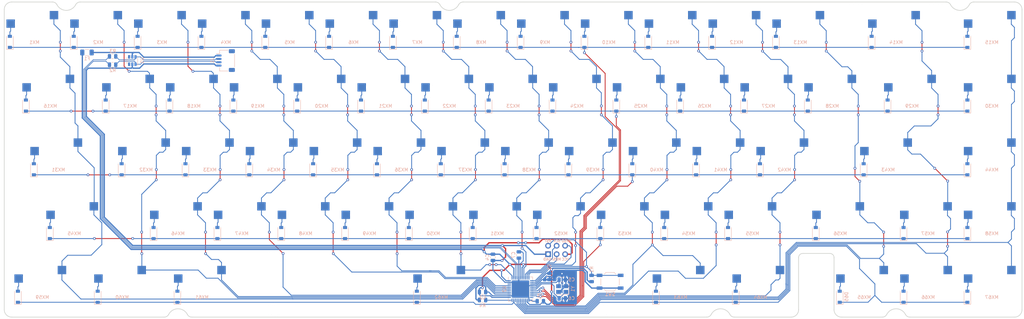
<source format=kicad_pcb>
(kicad_pcb (version 20241229) (generator "pcbnew") (generator_version "9.0")
  (layers (0 "F.Cu" signal) (2 "B.Cu" signal) (13 "F.Paste" user) (15 "B.Paste" user) (5 "F.SilkS" user) (7 "B.SilkS" user) (1 "F.Mask" user) (3 "B.Mask" user) (25 "Edge.Cuts" user))
  (net 0 "")
  (net 1 "GND")
  (net 2 "XTAL2")
  (net 3 "XTAL1")
  (net 4 "Net-(D1-Pad2)")
  (net 5 "ROW0")
  (net 6 "Net-(D2-Pad2)")
  (net 7 "Net-(D3-Pad2)")
  (net 8 "Net-(D4-Pad2)")
  (net 9 "Net-(D5-Pad2)")
  (net 10 "Net-(D6-Pad2)")
  (net 11 "Net-(D7-Pad2)")
  (net 12 "Net-(D8-Pad2)")
  (net 13 "Net-(D9-Pad2)")
  (net 14 "Net-(D10-Pad2)")
  (net 15 "Net-(D11-Pad2)")
  (net 16 "Net-(D12-Pad2)")
  (net 17 "Net-(D13-Pad2)")
  (net 18 "Net-(D14-Pad2)")
  (net 19 "Net-(D15-Pad2)")
  (net 20 "Net-(D16-Pad2)")
  (net 21 "Net-(D17-Pad2)")
  (net 22 "ROW1")
  (net 23 "Net-(D18-Pad2)")
  (net 24 "Net-(D19-Pad2)")
  (net 25 "Net-(D20-Pad2)")
  (net 26 "Net-(D21-Pad2)")
  (net 27 "Net-(D22-Pad2)")
  (net 28 "Net-(D23-Pad2)")
  (net 29 "Net-(D24-Pad2)")
  (net 30 "Net-(D25-Pad2)")
  (net 31 "Net-(D26-Pad2)")
  (net 32 "Net-(D27-Pad2)")
  (net 33 "Net-(D28-Pad2)")
  (net 34 "Net-(D29-Pad2)")
  (net 35 "Net-(D30-Pad2)")
  (net 36 "Net-(D31-Pad2)")
  (net 37 "Net-(D32-Pad2)")
  (net 38 "ROW2")
  (net 39 "Net-(D33-Pad2)")
  (net 40 "Net-(D34-Pad2)")
  (net 41 "Net-(D35-Pad2)")
  (net 42 "Net-(D36-Pad2)")
  (net 43 "Net-(D37-Pad2)")
  (net 44 "Net-(D38-Pad2)")
  (net 45 "Net-(D39-Pad2)")
  (net 46 "Net-(D40-Pad2)")
  (net 47 "Net-(D41-Pad2)")
  (net 48 "Net-(D42-Pad2)")
  (net 49 "Net-(D43-Pad2)")
  (net 50 "Net-(D44-Pad2)")
  (net 51 "Net-(D45-Pad2)")
  (net 52 "Net-(D46-Pad2)")
  (net 53 "Net-(D47-Pad2)")
  (net 54 "ROW3")
  (net 55 "Net-(D48-Pad2)")
  (net 56 "Net-(D49-Pad2)")
  (net 57 "Net-(D50-Pad2)")
  (net 58 "Net-(D51-Pad2)")
  (net 59 "Net-(D52-Pad2)")
  (net 60 "Net-(D53-Pad2)")
  (net 61 "Net-(D54-Pad2)")
  (net 62 "Net-(D55-Pad2)")
  (net 63 "Net-(D56-Pad2)")
  (net 64 "Net-(D57-Pad2)")
  (net 65 "Net-(D58-Pad2)")
  (net 66 "Net-(D59-Pad2)")
  (net 67 "Net-(D60-Pad2)")
  (net 68 "Net-(D61-Pad2)")
  (net 69 "ROW4")
  (net 70 "Net-(D62-Pad2)")
  (net 71 "Net-(D63-Pad2)")
  (net 72 "Net-(D64-Pad2)")
  (net 73 "Net-(D65-Pad2)")
  (net 74 "Net-(D66-Pad2)")
  (net 75 "Net-(D67-Pad2)")
  (net 76 "VBUS")
  (net 77 "D+")
  (net 78 "D-")
  (net 79 "RESET")
  (net 80 "MOSI")
  (net 81 "SCK")
  (net 82 "MISO")
  (net 83 "COL0")
  (net 84 "COL1")
  (net 85 "COL2")
  (net 86 "COL3")
  (net 87 "COL4")
  (net 88 "COL5")
  (net 89 "COL6")
  (net 90 "COL7")
  (net 91 "COL8")
  (net 92 "COL9")
  (net 93 "COL10")
  (net 94 "COL11")
  (net 95 "COL12")
  (net 96 "COL13")
  (net 97 "COL14")
  (net 98 "Net-(R4-Pad2)")
  (net 99 "Net-(U2-Pad42)")
  (net 100 "Net-(C7-Pad1)")
  (net 101 "+5V")
  (net 102 "/MCU_D+")
  (net 103 "/MCU_D-")
  (net 104 "Net-(U1-Pad4)")
  (net 105 "Net-(U1-Pad3)")
  (net 106 "Net-(U2-Pad22)")
  (net 107 "Net-(U2-Pad31)")
  (footprint "MX_Only:MXOnly-1U-Hotswap" (layer "F.Cu") (at 9 9)
    (property "Reference" "MX1")
    (property "Value" "1u")
  )
  (footprint "MX_Only:MXOnly-1U-Hotswap" (layer "F.Cu") (at 28.05 9)
    (property "Reference" "MX2")
    (property "Value" "1u")
  )
  (footprint "MX_Only:MXOnly-1U-Hotswap" (layer "F.Cu") (at 47.1 9)
    (property "Reference" "MX3")
    (property "Value" "1u")
  )
  (footprint "MX_Only:MXOnly-1U-Hotswap" (layer "F.Cu") (at 66.15 9)
    (property "Reference" "MX4")
    (property "Value" "1u")
  )
  (footprint "MX_Only:MXOnly-1U-Hotswap" (layer "F.Cu") (at 85.2 9)
    (property "Reference" "MX5")
    (property "Value" "1u")
  )
  (footprint "MX_Only:MXOnly-1U-Hotswap" (layer "F.Cu") (at 104.25 9)
    (property "Reference" "MX6")
    (property "Value" "1u")
  )
  (footprint "MX_Only:MXOnly-1U-Hotswap" (layer "F.Cu") (at 123.3 9)
    (property "Reference" "MX7")
    (property "Value" "1u")
  )
  (footprint "MX_Only:MXOnly-1U-Hotswap" (layer "F.Cu") (at 161.4 9)
    (property "Reference" "MX9")
    (property "Value" "1u")
  )
  (footprint "MX_Only:MXOnly-1U-Hotswap" (layer "F.Cu") (at 180.45 9)
    (property "Reference" "MX10")
    (property "Value" "1u")
  )
  (footprint "MX_Only:MXOnly-1U-Hotswap" (layer "F.Cu") (at 199.5 9)
    (property "Reference" "MX11")
    (property "Value" "1u")
  )
  (footprint "MX_Only:MXOnly-1U-Hotswap" (layer "F.Cu") (at 218.55 9)
    (property "Reference" "MX12")
    (property "Value" "1u")
  )
  (footprint "MX_Only:MXOnly-1U-Hotswap" (layer "F.Cu") (at 237.6 9)
    (property "Reference" "MX13")
    (property "Value" "1u")
  )
  (footprint "MX_Only:MXOnly-2U-Hotswap" (layer "F.Cu") (at 266.175 9)
    (property "Reference" "MX14")
    (property "Value" "2u")
  )
  (footprint "MX_Only:MXOnly-1.5U-Hotswap" (layer "F.Cu") (at 13.7625 28.05)
    (property "Reference" "MX16")
    (property "Value" "1.5u")
  )
  (footprint "MX_Only:MXOnly-1U-Hotswap" (layer "F.Cu") (at 37.575 28.05)
    (property "Reference" "MX17")
    (property "Value" "1u")
  )
  (footprint "MX_Only:MXOnly-1U-Hotswap" (layer "F.Cu") (at 56.625 28.05)
    (property "Reference" "MX18")
    (property "Value" "1u")
  )
  (footprint "MX_Only:MXOnly-1U-Hotswap" (layer "F.Cu") (at 75.675 28.05)
    (property "Reference" "MX19")
    (property "Value" "1u")
  )
  (footprint "MX_Only:MXOnly-1U-Hotswap" (layer "F.Cu") (at 94.725 28.05)
    (property "Reference" "MX20")
    (property "Value" "1u")
  )
  (footprint "MX_Only:MXOnly-1U-Hotswap" (layer "F.Cu") (at 113.775 28.05)
    (property "Reference" "MX21")
    (property "Value" "1u")
  )
  (footprint "MX_Only:MXOnly-1U-Hotswap" (layer "F.Cu") (at 132.825 28.05)
    (property "Reference" "MX22")
    (property "Value" "1u")
  )
  (footprint "MX_Only:MXOnly-1U-Hotswap" (layer "F.Cu") (at 151.875 28.05)
    (property "Reference" "MX23")
    (property "Value" "1u")
  )
  (footprint "MX_Only:MXOnly-1U-Hotswap" (layer "F.Cu") (at 170.925 28.05)
    (property "Reference" "MX24")
    (property "Value" "1u")
  )
  (footprint "MX_Only:MXOnly-1U-Hotswap" (layer "F.Cu") (at 189.975 28.05)
    (property "Reference" "MX25")
    (property "Value" "1u")
  )
  (footprint "MX_Only:MXOnly-1U-Hotswap" (layer "F.Cu") (at 209.025 28.05)
    (property "Reference" "MX26")
    (property "Value" "1u")
  )
  (footprint "MX_Only:MXOnly-1U-Hotswap" (layer "F.Cu") (at 228.075 28.05)
    (property "Reference" "MX27")
    (property "Value" "1u")
  )
  (footprint "MX_Only:MXOnly-1U-Hotswap" (layer "F.Cu") (at 247.125 28.05)
    (property "Reference" "MX28")
    (property "Value" "1u")
  )
  (footprint "MX_Only:MXOnly-1.5U-Hotswap" (layer "F.Cu") (at 270.9375 28.05)
    (property "Reference" "MX29")
    (property "Value" "1.5u")
  )
  (footprint "MX_Only:MXOnly-1U-Hotswap" (layer "F.Cu") (at 294.75 28.05)
    (property "Reference" "MX30")
    (property "Value" "1u")
  )
  (footprint "MX_Only:MXOnly-1.75U-Hotswap" (layer "F.Cu") (at 16.14375 47.1)
    (property "Reference" "MX31")
    (property "Value" "1.75u")
  )
  (footprint "MX_Only:MXOnly-1U-Hotswap" (layer "F.Cu") (at 42.3375 47.1)
    (property "Reference" "MX32")
    (property "Value" "1u")
  )
  (footprint "MX_Only:MXOnly-1U-Hotswap" (layer "F.Cu") (at 61.3875 47.1)
    (property "Reference" "MX33")
    (property "Value" "1u")
  )
  (footprint "MX_Only:MXOnly-1U-Hotswap" (layer "F.Cu") (at 80.4375 47.1)
    (property "Reference" "MX34")
    (property "Value" "1u")
  )
  (footprint "MX_Only:MXOnly-1U-Hotswap" (layer "F.Cu") (at 99.4875 47.1)
    (property "Reference" "MX35")
    (property "Value" "1u")
  )
  (footprint "MX_Only:MXOnly-1U-Hotswap" (layer "F.Cu") (at 118.5375 47.1)
    (property "Reference" "MX36")
    (property "Value" "1u")
  )
  (footprint "MX_Only:MXOnly-1U-Hotswap" (layer "F.Cu") (at 137.5875 47.1)
    (property "Reference" "MX37")
    (property "Value" "1u")
  )
  (footprint "MX_Only:MXOnly-1U-Hotswap" (layer "F.Cu") (at 156.6375 47.1)
    (property "Reference" "MX38")
    (property "Value" "1u")
  )
  (footprint "MX_Only:MXOnly-1U-Hotswap" (layer "F.Cu") (at 175.6875 47.1)
    (property "Reference" "MX39")
    (property "Value" "1u")
  )
  (footprint "MX_Only:MXOnly-1U-Hotswap" (layer "F.Cu") (at 194.7375 47.1)
    (property "Reference" "MX40")
    (property "Value" "1u")
  )
  (footprint "MX_Only:MXOnly-1U-Hotswap" (layer "F.Cu") (at 213.7875 47.1)
    (property "Reference" "MX41")
    (property "Value" "1u")
  )
  (footprint "MX_Only:MXOnly-1U-Hotswap" (layer "F.Cu") (at 232.8375 47.1)
    (property "Reference" "MX42")
    (property "Value" "1u")
  )
  (footprint "MX_Only:MXOnly-2.25U-Hotswap" (layer "F.Cu") (at 263.79375 47.1)
    (property "Reference" "MX43")
    (property "Value" "2.25u")
  )
  (footprint "MX_Only:MXOnly-1U-Hotswap" (layer "F.Cu") (at 294.75 47.1)
    (property "Reference" "MX44")
    (property "Value" "1u")
  )
  (footprint "MX_Only:MXOnly-2.25U-Hotswap" (layer "F.Cu") (at 20.90625 66.15)
    (property "Reference" "MX45")
    (property "Value" "2.25u")
  )
  (footprint "MX_Only:MXOnly-1U-Hotswap" (layer "F.Cu") (at 51.8625 66.15)
    (property "Reference" "MX46")
    (property "Value" "1u")
  )
  (footprint "MX_Only:MXOnly-1U-Hotswap" (layer "F.Cu") (at 70.9125 66.15)
    (property "Reference" "MX47")
    (property "Value" "1u")
  )
  (footprint "MX_Only:MXOnly-1U-Hotswap" (layer "F.Cu") (at 89.9625 66.15)
    (property "Reference" "MX48")
    (property "Value" "1u")
  )
  (footprint "MX_Only:MXOnly-1U-Hotswap" (layer "F.Cu") (at 109.0125 66.15)
    (property "Reference" "MX49")
    (property "Value" "1u")
  )
  (footprint "MX_Only:MXOnly-1U-Hotswap" (layer "F.Cu") (at 128.0625 66.15)
    (property "Reference" "MX50")
    (property "Value" "1u")
  )
  (footprint "MX_Only:MXOnly-1U-Hotswap" (layer "F.Cu") (at 147.1125 66.15)
    (property "Reference" "MX51")
    (property "Value" "1u")
  )
  (footprint "MX_Only:MXOnly-1U-Hotswap" (layer "F.Cu") (at 166.1625 66.15)
    (property "Reference" "MX52")
    (property "Value" "1u")
  )
  (footprint "MX_Only:MXOnly-1U-Hotswap" (layer "F.Cu") (at 185.2125 66.15)
    (property "Reference" "MX53")
    (property "Value" "1u")
  )
  (footprint "MX_Only:MXOnly-1U-Hotswap" (layer "F.Cu") (at 204.2625 66.15)
    (property "Reference" "MX54")
    (property "Value" "1u")
  )
  (footprint "MX_Only:MXOnly-1U-Hotswap" (layer "F.Cu") (at 223.3125 66.15)
    (property "Reference" "MX55")
    (property "Value" "1u")
  )
  (footprint "MX_Only:MXOnly-1.75U-Hotswap" (layer "F.Cu") (at 249.50625 66.15)
    (property "Reference" "MX56")
    (property "Value" "1.75u")
  )
  (footprint "MX_Only:MXOnly-1U-Hotswap" (layer "F.Cu") (at 275.7 66.15)
    (property "Reference" "MX57")
    (property "Value" "1u")
  )
  (footprint "MX_Only:MXOnly-1U-Hotswap" (layer "F.Cu") (at 294.75 66.15)
    (property "Reference" "MX58")
    (property "Value" "1u")
  )
  (footprint "MX_Only:MXOnly-1.25U-Hotswap" (layer "F.Cu") (at 201.88125 85.2)
    (property "Reference" "MX63")
    (property "Value" "1.25u")
  )
  (footprint "MX_Only:MXOnly-1U-Hotswap" (layer "F.Cu") (at 256.65 85.2)
    (property "Reference" "MX65")
    (property "Value" "1u")
  )
  (footprint "MX_Only:MXOnly-1U-Hotswap" (layer "F.Cu") (at 294.75 85.2)
    (property "Reference" "MX67")
    (property "Value" "1u")
  )
  (footprint "MX_Only:MXOnly-1.25U-Hotswap" (layer "F.Cu") (at 225.69375 85.2)
    (property "Reference" "MX64")
    (property "Value" "1.25u")
  )
  (footprint "MX_Only:MXOnly-1U-Hotswap" (layer "F.Cu") (at 142.35 9)
    (property "Reference" "MX8")
    (property "Value" "1u")
  )
  (footprint "MX_Only:MXOnly-1U-Hotswap" (layer "F.Cu") (at 294.75 9)
    (property "Reference" "MX15")
    (property "Value" "1u")
  )
  (footprint "MX_Only:MXOnly-1.25U-Hotswap" (layer "F.Cu") (at 11.38125 85.2)
    (property "Reference" "MX59")
    (property "Value" "1.25u")
  )
  (footprint "MX_Only:MXOnly-1.25U-Hotswap" (layer "F.Cu") (at 35.19375 85.2)
    (property "Reference" "MX60")
    (property "Value" "1.25u")
  )
  (footprint "MX_Only:MXOnly-1.25U-Hotswap" (layer "F.Cu") (at 59.00625 85.2)
    (property "Reference" "MX61")
    (property "Value" "1.25u")
  )
  (footprint "MX_Only:MXOnly-6.25U-Hotswap-ReversedStabilizers" (layer "F.Cu") (at 130.44375 85.2)
    (property "Reference" "MX62")
    (property "Value" "6.25u")
  )
  (footprint "MX_Only:MXOnly-1U-Hotswap" (layer "F.Cu") (at 275.75 85.2)
    (property "Reference" "MX66")
    (property "Value" "1u")
  )
  (footprint "mikeneko:ISP" (layer "F.Cu") (at 167.4 72.85 -90)
    (property "Reference" "J2")
    (property "Value" "AVR-ISP-6")
  )
  (footprint "Connector_JST:JST_SH_SM04B-SRSS-TB_1x04-1MP_P1.00mm_Horizontal" (layer "B.Cu") (at 66.05 17.50375 -90)
    (property "Reference" "J1")
    (property "Value" "JST SH 4-pin")
  )
  (footprint "Resistor_SMD:R_0805_2012Metric" (layer "B.Cu") (at 32.34 18.75375)
    (property "Reference" "R2")
    (property "Value" "22")
  )
  (footprint "Resistor_SMD:R_0805_2012Metric" (layer "B.Cu") (at 32.34 16.25375)
    (property "Reference" "R3")
    (property "Value" "22")
  )
  (footprint "Button_Switch_SMD:SW_SPST_TL3342" (layer "B.Cu") (at 180.81375 83.615)
    (property "Reference" "SW1")
    (property "Value" "Reset")
  )
  (footprint "Capacitor_SMD:C_0805_2012Metric" (layer "B.Cu") (at 166.53 83 180)
    (property "Reference" "C5")
    (property "Value" "22p")
  )
  (footprint "Capacitor_SMD:C_0805_2012Metric" (layer "B.Cu") (at 160 89.45 180)
    (property "Reference" "C3")
    (property "Value" "0.1u")
  )
  (footprint "Crystal:Crystal_SMD_3225-4Pin_3.2x2.5mm" (layer "B.Cu") (at 166.53 85.8 180)
    (property "Reference" "Y1")
    (property "Value" "16MHz")
  )
  (footprint "Capacitor_SMD:C_0805_2012Metric" (layer "B.Cu") (at 162.73 82.05 -90)
    (property "Reference" "C1")
    (property "Value" "0.1u")
  )
  (footprint "Resistor_SMD:R_0805_2012Metric" (layer "B.Cu") (at 175.28 82.65 -90)
    (property "Reference" "R1")
    (property "Value" "10k")
  )
  (footprint "Diode_SMD:D_SOD-123" (layer "B.Cu") (at 1.68125 11.90625 90)
    (property "Reference" "D1")
    (property "Value" "1N4148")
  )
  (footprint "Diode_SMD:D_SOD-123" (layer "B.Cu") (at 20.75 11.90625 90)
    (property "Reference" "D2")
    (property "Value" "1N4148")
  )
  (footprint "Diode_SMD:D_SOD-123" (layer "B.Cu") (at 39.8 11.90625 90)
    (property "Reference" "D3")
    (property "Value" "1N4148")
  )
  (footprint "Diode_SMD:D_SOD-123" (layer "B.Cu") (at 58.85 11.90625 90)
    (property "Reference" "D4")
    (property "Value" "1N4148")
  )
  (footprint "Diode_SMD:D_SOD-123" (layer "B.Cu") (at 77.9 11.90625 90)
    (property "Reference" "D5")
    (property "Value" "1N4148")
  )
  (footprint "Diode_SMD:D_SOD-123" (layer "B.Cu") (at 96.95 11.90625 90)
    (property "Reference" "D6")
    (property "Value" "1N4148")
  )
  (footprint "Diode_SMD:D_SOD-123" (layer "B.Cu") (at 116 11.90625 90)
    (property "Reference" "D7")
    (property "Value" "1N4148")
  )
  (footprint "Diode_SMD:D_SOD-123" (layer "B.Cu") (at 135.05 11.90625 90)
    (property "Reference" "D8")
    (property "Value" "1N4148")
  )
  (footprint "Diode_SMD:D_SOD-123" (layer "B.Cu") (at 154.1 11.90625 90)
    (property "Reference" "D9")
    (property "Value" "1N4148")
  )
  (footprint "Diode_SMD:D_SOD-123" (layer "B.Cu") (at 173.15 11.90625 90)
    (property "Reference" "D10")
    (property "Value" "1N4148")
  )
  (footprint "Diode_SMD:D_SOD-123" (layer "B.Cu") (at 192.2 11.90625 90)
    (property "Reference" "D11")
    (property "Value" "1N4148")
  )
  (footprint "Diode_SMD:D_SOD-123" (layer "B.Cu") (at 211.25 11.90625 90)
    (property "Reference" "D12")
    (property "Value" "1N4148")
  )
  (footprint "Diode_SMD:D_SOD-123" (layer "B.Cu") (at 258.875 11.90625 90)
    (property "Reference" "D14")
    (property "Value" "1N4148")
  )
  (footprint "Diode_SMD:D_SOD-123" (layer "B.Cu") (at 287.45 11.90625 90)
    (property "Reference" "D15")
    (property "Value" "1N4148")
  )
  (footprint "Diode_SMD:D_SOD-123" (layer "B.Cu") (at 6.4625 30.95625 90)
    (property "Reference" "D16")
    (property "Value" "1N4148")
  )
  (footprint "Diode_SMD:D_SOD-123" (layer "B.Cu") (at 30.275 30.95625 90)
    (property "Reference" "D17")
    (property "Value" "1N4148")
  )
  (footprint "Diode_SMD:D_SOD-123" (layer "B.Cu") (at 49.325 30.95625 90)
    (property "Reference" "D18")
    (property "Value" "1N4148")
  )
  (footprint "Diode_SMD:D_SOD-123" (layer "B.Cu") (at 68.375 30.95625 90)
    (property "Reference" "D19")
    (property "Value" "1N4148")
  )
  (footprint "Diode_SMD:D_SOD-123" (layer "B.Cu") (at 87.425 30.95625 90)
    (property "Reference" "D20")
    (property "Value" "1N4148")
  )
  (footprint "Diode_SMD:D_SOD-123" (layer "B.Cu") (at 106.475 30.95625 90)
    (property "Reference" "D21")
    (property "Value" "1N4148")
  )
  (footprint "Diode_SMD:D_SOD-123" (layer "B.Cu") (at 125.525 30.95625 90)
    (property "Reference" "D22")
    (property "Value" "1N4148")
  )
  (footprint "Diode_SMD:D_SOD-123" (layer "B.Cu") (at 144.575 30.95625 90)
    (property "Reference" "D23")
    (property "Value" "1N4148")
  )
  (footprint "Diode_SMD:D_SOD-123" (layer "B.Cu") (at 163.625 30.95625 90)
    (property "Reference" "D24")
    (property "Value" "1N4148")
  )
  (footprint "Diode_SMD:D_SOD-123" (layer "B.Cu") (at 182.675 30.95625 90)
    (property "Reference" "D25")
    (property "Value" "1N4148")
  )
  (footprint "Diode_SMD:D_SOD-123" (layer "B.Cu") (at 201.725 30.95625 90)
    (property "Reference" "D26")
    (property "Value" "1N4148")
  )
  (footprint "Diode_SMD:D_SOD-123" (layer "B.Cu") (at 220.775 30.95625 90)
    (property "Reference" "D27")
    (property "Value" "1N4148")
  )
  (footprint "Diode_SMD:D_SOD-123" (layer "B.Cu") (at 239.825 30.95625 90)
    (property "Reference" "D28")
    (property "Value" "1N4148")
  )
  (footprint "Diode_SMD:D_SOD-123" (layer "B.Cu") (at 263.6375 30.95625 90)
    (property "Reference" "D29")
    (property "Value" "1N4148")
  )
  (footprint "Diode_SMD:D_SOD-123" (layer "B.Cu") (at 287.45 30.95625 90)
    (property "Reference" "D30")
    (property "Value" "1N4148")
  )
  (footprint "Diode_SMD:D_SOD-123" (layer "B.Cu") (at 8.84375 50.00625 90)
    (property "Reference" "D31")
    (property "Value" "1N4148")
  )
  (footprint "Diode_SMD:D_SOD-123" (layer "B.Cu") (at 35.0375 50.00625 90)
    (property "Reference" "D32")
    (property "Value" "1N4148")
  )
  (footprint "Diode_SMD:D_SOD-123" (layer "B.Cu") (at 54.0875 50.00625 90)
    (property "Reference" "D33")
    (property "Value" "1N4148")
  )
  (footprint "Diode_SMD:D_SOD-123" (layer "B.Cu") (at 73.1375 50.00625 90)
    (property "Reference" "D34")
    (property "Value" "1N4148")
  )
  (footprint "Diode_SMD:D_SOD-123" (layer "B.Cu") (at 111.2375 50.00625 90)
    (property "Reference" "D36")
    (property "Value" "1N4148")
  )
  (footprint "Diode_SMD:D_SOD-123" (layer "B.Cu") (at 130.2875 50.00625 90)
    (property "Reference" "D37")
    (property "Value" "1N4148")
  )
  (footprint "Diode_SMD:D_SOD-123" (layer "B.Cu") (at 149.3375 50.00625 90)
    (property "Reference" "D38")
    (property "Value" "1N4148")
  )
  (footprint "Diode_SMD:D_SOD-123" (layer "B.Cu") (at 168.3875 50.00625 90)
    (property "Reference" "D39")
    (property "Value" "1N4148")
  )
  (footprint "Diode_SMD:D_SOD-123" (layer "B.Cu") (at 187.4375 50.00625 90)
    (property "Reference" "D40")
    (property "Value" "1N4148")
  )
  (footprint "Diode_SMD:D_SOD-123" (layer "B.Cu") (at 206.4875 50.00625 90)
    (property "Reference" "D41")
    (property "Value" "1N4148")
  )
  (footprint "Diode_SMD:D_SOD-123" (layer "B.Cu") (at 225.5375 50.00625 90)
    (property "Reference" "D42")
    (property "Value" "1N4148")
  )
  (footprint "Diode_SMD:D_SOD-123" (layer "B.Cu") (at 256.49375 50.00625 90)
    (property "Reference" "D43")
    (property "Value" "1N4148")
  )
  (footprint "Diode_SMD:D_SOD-123" (layer "B.Cu") (at 287.45 50.00625 90)
    (property "Reference" "D44")
    (property "Value" "1N4148")
  )
  (footprint "Diode_SMD:D_SOD-123" (layer "B.Cu") (at 13.60625 69.05625 90)
    (property "Reference" "D45")
    (property "Value" "1N4148")
  )
  (footprint "Diode_SMD:D_SOD-123" (layer "B.Cu") (at 44.5625 69.05625 90)
    (property "Reference" "D46")
    (property "Value" "1N4148")
  )
  (footprint "Diode_SMD:D_SOD-123" (layer "B.Cu") (at 63.6125 69.05625 90)
    (property "Reference" "D47")
    (property "Value" "1N4148")
  )
  (footprint "Diode_SMD:D_SOD-123" (layer "B.Cu") (at 82.6625 69.05625 90)
    (property "Reference" "D48")
    (property "Value" "1N4148")
  )
  (footprint "Diode_SMD:D_SOD-123" (layer "B.Cu") (at 101.7125 69.05625 90)
    (property "Reference" "D49")
    (property "Value" "1N4148")
  )
  (footprint "Diode_SMD:D_SOD-123" (layer "B.Cu") (at 120.7625 69.05625 90)
    (property "Reference" "D50")
    (property "Value" "1N4148")
  )
  (footprint "Diode_SMD:D_SOD-123" (layer "B.Cu") (at 139.8125 69.05625 90)
    (property "Reference" "D51")
    (property "Value" "1N4148")
  )
  (footprint "Diode_SMD:D_SOD-123" (layer "B.Cu") (at 158.8625 69.05625 90)
    (property "Reference" "D52")
    (property "Value" "1N4148")
  )
  (footprint "Diode_SMD:D_SOD-123" (layer "B.Cu") (at 177.9 69.05625 90)
    (property "Reference" "D53")
    (property "Value" "1N4148")
  )
  (footprint "Diode_SMD:D_SOD-123" (layer "B.Cu") (at 196.9625 69.05625 90)
    (property "Reference" "D54")
    (property "Value" "1N4148")
  )
  (footprint "Diode_SMD:D_SOD-123" (layer "B.Cu") (at 216.0125 69.05625 90)
    (property "Reference" "D55")
    (property "Value" "1N4148")
  )
  (footprint "Diode_SMD:D_SOD-123" (layer "B.Cu") (at 242.20625 69.05625 90)
    (property "Reference" "D56")
    (property "Value" "1N4148")
  )
  (footprint "Diode_SMD:D_SOD-123" (layer "B.Cu") (at 268.4 69.05625 90)
    (property "Reference" "D57")
    (property "Value" "1N4148")
  )
  (footprint "Diode_SMD:D_SOD-123" (layer "B.Cu") (at 287.45 69.05625 90)
    (property "Reference" "D58")
    (property "Value" "1N4148")
  )
  (footprint "Diode_SMD:D_SOD-123" (layer "B.Cu") (at 4.08125 88.10625 90)
    (property "Reference" "D59")
    (property "Value" "1N4148")
  )
  (footprint "Diode_SMD:D_SOD-123" (layer "B.Cu") (at 27.89375 88.10625 90)
    (property "Reference" "D60")
    (property "Value" "1N4148")
  )
  (footprint "Diode_SMD:D_SOD-123" (layer "B.Cu") (at 51.68125 88.10625 90)
    (property "Reference" "D61")
    (property "Value" "1N4148")
  )
  (footprint "Diode_SMD:D_SOD-123" (layer "B.Cu") (at 123.14375 88.10625 90)
    (property "Reference" "D62")
    (property "Value" "1N4148")
  )
  (footprint "Diode_SMD:D_SOD-123" (layer "B.Cu") (at 218.3125 88.10625 90)
    (property "Reference" "D64")
    (property "Value" "1N4148")
  )
  (footprint "Diode_SMD:D_SOD-123" (layer "B.Cu") (at 287.45 88.10625 90)
    (property "Reference" "D67")
    (property "Value" "1N4148")
  )
  (footprint "Diode_SMD:D_SOD-123" (layer "B.Cu") (at 230.3 11.90625 90)
    (property "Reference" "D13")
    (property "Value" "1N4148")
  )
  (footprint "Capacitor_SMD:C_0805_2012Metric" (layer "B.Cu") (at 153.61 75.62 -90)
    (property "Reference" "C7")
    (property "Value" "1u")
  )
  (footprint "Capacitor_SMD:C_0805_2012Metric" (layer "B.Cu") (at 166.53 88.6 180)
    (property "Reference" "C6")
    (property "Value" "22p")
  )
  (footprint "Diode_SMD:D_SOD-123" (layer "B.Cu") (at 92.1875 50.00625 90)
    (property "Reference" "D35")
    (property "Value" "1N4148")
  )
  (footprint "Diode_SMD:D_SOD-123" (layer "B.Cu") (at 194.5 88.10625 90)
    (property "Reference" "D63")
    (property "Value" "1N4148")
  )
  (footprint "Capacitor_SMD:C_0805_2012Metric" (layer "B.Cu") (at 142.74375 86.68875)
    (property "Reference" "C2")
    (property "Value" "0.1u")
  )
  (footprint "Package_TO_SOT_SMD:SOT-23-6" (layer "B.Cu") (at 38.22375 17.50375 90)
    (property "Reference" "U1")
    (property "Value" "SRV05-4")
  )
  (footprint "Package_DFN_QFN:QFN-44-1EP_7x7mm_P0.5mm_EP5.2x5.2mm" (layer "B.Cu") (at 154.07375 85.81 -90)
    (property "Reference" "U2")
    (property "Value" "ATmega32U4-MUR")
  )
  (footprint "Fuse:Fuse_1206_3216Metric" (layer "B.Cu") (at 24.69 15.09)
    (property "Reference" "F1")
    (property "Value" "500mA")
  )
  (footprint "Resistor_SMD:R_0805_2012Metric" (layer "B.Cu") (at 142.74375 89.08)
    (property "Reference" "R4")
    (property "Value" "10k")
  )
  (footprint "Capacitor_SMD:C_0805_2012Metric" (layer "B.Cu") (at 145.85 76.32 -90)
    (property "Reference" "C4")
    (property "Value" "10u")
  )
  (footprint "Diode_SMD:D_SOD-123" (layer "B.Cu") (at 268.4 88.10625 90)
    (property "Reference" "D66")
    (property "Value" "1N4148")
  )
  (footprint "Diode_SMD:D_SOD-123" (layer "B.Cu") (at 249.35 88.10625 90)
    (property "Reference" "D65")
    (property "Value" "1N4148")
  )
  (gr_arc (start 21.318072 0.806452) (mid 18.525 2.500001) (end 15.731928 0.806452) (stroke (width 0.2)) (layer "Edge.Cuts"))
  (gr_line (start 14.401894 0) (end 2.25 0) (stroke (width 0.2)) (layer "Edge.Cuts"))
  (gr_arc (start 55.985606 94.2) (mid 55.207892 93.982639) (end 54.655571 93.393549) (stroke (width 0.2)) (layer "Edge.Cuts"))
  (gr_arc (start 217.910606 94.2) (mid 217.132892 93.982639) (end 216.580571 93.393549) (stroke (width 0.2)) (layer "Edge.Cuts"))
  (gr_arc (start 281.101894 0) (mid 281.879608 0.217362) (end 282.431928 0.806452) (stroke (width 0.2)) (layer "Edge.Cuts"))
  (gr_arc (start 14.401894 0) (mid 15.179608 0.217362) (end 15.731928 0.806452) (stroke (width 0.2)) (layer "Edge.Cuts"))
  (gr_arc (start 246.4 75.15) (mid 247.283883 75.516117) (end 247.65 76.4) (stroke (width 0.2)) (layer "Edge.Cuts"))
  (gr_line (start 301.5 0) (end 289.348105 0) (stroke (width 0.2)) (layer "Edge.Cuts"))
  (gr_arc (start 237.075 76.4) (mid 237.441117 75.516117) (end 238.325 75.15) (stroke (width 0.2)) (layer "Edge.Cuts"))
  (gr_line (start 128.701894 0) (end 22.648105 0) (stroke (width 0.2)) (layer "Edge.Cuts"))
  (gr_line (start 262.051894 94.2) (end 249.9 94.2) (stroke (width 0.2)) (layer "Edge.Cuts"))
  (gr_line (start 237.075 76.4) (end 237.075 91.95) (stroke (width 0.2)) (layer "Edge.Cuts"))
  (gr_arc (start 49.069429 93.393548) (mid 51.8625 91.7) (end 54.655571 93.393549) (stroke (width 0.2)) (layer "Edge.Cuts"))
  (gr_arc (start 263.381929 93.393548) (mid 266.175 91.7) (end 268.968071 93.393549) (stroke (width 0.2)) (layer "Edge.Cuts"))
  (gr_arc (start 210.994428 93.393548) (mid 210.442108 93.982638) (end 209.664394 94.2) (stroke (width 0.2)) (layer "Edge.Cuts"))
  (gr_line (start 238.325 75.15) (end 246.4 75.15) (stroke (width 0.2)) (layer "Edge.Cuts"))
  (gr_arc (start 21.318071 0.806452) (mid 21.870391 0.217362) (end 22.648105 0) (stroke (width 0.2)) (layer "Edge.Cuts"))
  (gr_arc (start 128.701894 0) (mid 129.479608 0.217362) (end 130.031928 0.806452) (stroke (width 0.2)) (layer "Edge.Cuts"))
  (gr_line (start 247.65 76.4) (end 247.65 91.95) (stroke (width 0.2)) (layer "Edge.Cuts"))
  (gr_arc (start 237.075 91.95) (mid 236.41599 93.54099) (end 234.825 94.2) (stroke (width 0.2)) (layer "Edge.Cuts"))
  (gr_arc (start 49.069428 93.393548) (mid 48.517108 93.982638) (end 47.739394 94.2) (stroke (width 0.2)) (layer "Edge.Cuts"))
  (gr_arc (start 249.9 94.2) (mid 248.30901 93.54099) (end 247.65 91.95) (stroke (width 0.2)) (layer "Edge.Cuts"))
  (gr_arc (start 2.25 94.2) (mid 0.65901 93.54099) (end 0 91.95) (stroke (width 0.2)) (layer "Edge.Cuts"))
  (gr_line (start 303.75 91.95) (end 303.75 2.25) (stroke (width 0.2)) (layer "Edge.Cuts"))
  (gr_arc (start 263.381928 93.393548) (mid 262.829608 93.982638) (end 262.051894 94.2) (stroke (width 0.2)) (layer "Edge.Cuts"))
  (gr_arc (start 288.018071 0.806452) (mid 288.570391 0.217362) (end 289.348105 0) (stroke (width 0.2)) (layer "Edge.Cuts"))
  (gr_line (start 47.739394 94.2) (end 2.25 94.2) (stroke (width 0.2)) (layer "Edge.Cuts"))
  (gr_line (start 281.101894 0) (end 136.948105 0) (stroke (width 0.2)) (layer "Edge.Cuts"))
  (gr_arc (start 303.75 91.95) (mid 303.09099 93.54099) (end 301.5 94.2) (stroke (width 0.2)) (layer "Edge.Cuts"))
  (gr_line (start 234.825 94.2) (end 217.910605 94.2) (stroke (width 0.2)) (layer "Edge.Cuts"))
  (gr_arc (start 270.298106 94.2) (mid 269.520392 93.982639) (end 268.968071 93.393549) (stroke (width 0.2)) (layer "Edge.Cuts"))
  (gr_arc (start 288.018072 0.806452) (mid 285.225 2.500001) (end 282.431928 0.806452) (stroke (width 0.2)) (layer "Edge.Cuts"))
  (gr_line (start 0 91.95) (end 0 2.25) (stroke (width 0.2)) (layer "Edge.Cuts"))
  (gr_arc (start 135.618071 0.806452) (mid 136.170391 0.217362) (end 136.948105 0) (stroke (width 0.2)) (layer "Edge.Cuts"))
  (gr_line (start 301.5 94.2) (end 270.298105 94.2) (stroke (width 0.2)) (layer "Edge.Cuts"))
  (gr_arc (start 0 2.25) (mid 0.65901 0.65901) (end 2.25 0) (stroke (width 0.2)) (layer "Edge.Cuts"))
  (gr_arc (start 135.618072 0.806452) (mid 132.825 2.500001) (end 130.031928 0.806452) (stroke (width 0.2)) (layer "Edge.Cuts"))
  (gr_arc (start 210.994429 93.393548) (mid 213.7875 91.7) (end 216.580571 93.393549) (stroke (width 0.2)) (layer "Edge.Cuts"))
  (gr_line (start 209.664395 94.2) (end 55.985606 94.2) (stroke (width 0.2)) (layer "Edge.Cuts"))
  (gr_arc (start 301.5 0) (mid 303.09099 0.65901) (end 303.75 2.25) (stroke (width 0.2)) (layer "Edge.Cuts"))
  (segment (start 149.62 73.74092) (end 149.62 76.2) (width 0.381) (layer "F.Cu") (net 1))
  (segment (start 148.67454 72.79546) (end 149.62 73.74092) (width 0.381) (layer "F.Cu") (net 1))
  (segment (start 149.62 76.2) (end 148.55 77.27) (width 0.381) (layer "F.Cu") (net 1))
  (via (at 166.4575 81.19) (size 0.8) (drill 0.4) (layers "F.Cu" "B.Cu") (net 1))
  (via (at 148.55 77.27) (size 0.8) (drill 0.4) (layers "F.Cu" "B.Cu") (net 1))
  (via (at 148.67454 72.79546) (size 0.8) (drill 0.4) (layers "F.Cu" "B.Cu") (net 1))
  (segment (start 148.67454 72.79546) (end 155.65546 72.79546) (width 0.381) (layer "B.Cu") (net 1))
  (segment (start 140.743638 85.503637) (end 140.78 85.539999) (width 0.381) (layer "B.Cu") (net 1))
  (segment (start 155.65546 72.79546) (end 158.25 75.39) (width 0.381) (layer "B.Cu") (net 1))
  (segment (start 172.638328 80.18) (end 173.39899 80.940662) (width 0.381) (layer "B.Cu") (net 1))
  (segment (start 143.68125 85.188525) (end 143.14328 84.650555) (width 0.381) (layer "B.Cu") (net 1))
  (segment (start 25.119188 19.77126) (end 24.51751 20.372938) (width 0.381) (layer "B.Cu") (net 1))
  (segment (start 37.96724 19.77126) (end 25.119188 19.77126) (width 0.381) (layer "B.Cu") (net 1))
  (segment (start 153.57375 82.4725) (end 153.57375 76.59375) (width 0.3) (layer "B.Cu") (net 1))
  (segment (start 162.73 82.9875) (end 160.501256 82.9875) (width 0.3) (layer "B.Cu") (net 1))
  (segment (start 167.4675 80.18) (end 172.638328 80.18) (width 0.381) (layer "B.Cu") (net 1))
  (segment (start 154.07375 85.81) (end 154.07375 85.01) (width 0.3) (layer "B.Cu") (net 1))
  (segment (start 144.29 86.71) (end 144.26875 86.68875) (width 0.3) (layer "B.Cu") (net 1))
  (segment (start 166.4575 81.19) (end 164.5275 81.19) (width 0.381) (layer "B.Cu") (net 1))
  (segment (start 41.63824 18.51926) (end 62.69051 18.51926) (width 0.381) (layer "B.Cu") (net 1))
  (segment (start 153.57375 83.11) (end 153.57375 82.4725) (width 0.3) (layer "B.Cu") (net 1))
  (segment (start 145.85 80.18625) (end 149.47375 83.81) (width 0.3) (layer "B.Cu") (net 1))
  (segment (start 38.22375 19.51475) (end 37.96724 19.77126) (width 0.381) (layer "B.Cu") (net 1))
  (segment (start 167.4675 82.2) (end 167.4675 83) (width 0.381) (layer "B.Cu") (net 1))
  (segment (start 144.26875 86.68875) (end 143.68125 86.68875) (width 0.3) (layer "B.Cu") (net 1))
  (segment (start 62.69051 18.51926) (end 63.175 19.00375) (width 0.381) (layer "B.Cu") (net 1))
  (segment (start 24.51751 20.372938) (end 24.51751 34.224153) (width 0.381) (layer "B.Cu") (net 1))
  (segment (start 29.86203 64.298674) (end 38.358816 72.79546) (width 0.381) (layer "B.Cu") (net 1))
  (segment (start 173.39899 80.940662) (end 173.39899 83.58899) (width 0.381) (layer "B.Cu") (net 1))
  (segment (start 160.501256 82.9875) (end 158.678756 84.81) (width 0.3) (layer "B.Cu") (net 1))
  (segment (start 168.68 88.6) (end 167.4675 88.6) (width 0.381) (layer "B.Cu") (net 1))
  (segment (start 38.22375 19.51475) (end 38.489479 19.780479) (width 0.381) (layer "B.Cu") (net 1))
  (segment (start 158.678756 84.81) (end 157.41125 84.81) (width 0.3) (layer "B.Cu") (net 1))
  (segment (start 156.57375 89.1475) (end 156.57375 88.81) (width 0.3) (layer "B.Cu") (net 1))
  (segment (start 38.22375 18.60375) (end 38.22375 19.51475) (width 0.381) (layer "B.Cu") (net 1))
  (segment (start 183.96375 85.515) (end 177.66375 85.515) (width 0.381) (layer "B.Cu") (net 1))
  (segment (start 153.57375 76.59375) (end 153.61 76.5575) (width 0.3) (layer "B.Cu") (net 1))
  (segment (start 177.66375 85.515) (end 175.325 85.515) (width 0.381) (layer "B.Cu") (net 1))
  (segment (start 167.63 84.95) (end 167.63 83.1625) (width 0.381) (layer "B.Cu") (net 1))
  (segment (start 150.73625 83.81) (end 149.47375 83.81) (width 0.3) (layer "B.Cu") (net 1))
  (segment (start 150.73625 83.81) (end 152.87375 83.81) (width 0.3) (layer "B.Cu") (net 1))
  (segment (start 150.73625 87.81) (end 152.07375 87.81) (width 0.3) (layer "B.Cu") (net 1))
  (segment (start 40.377021 19.780479) (end 41.63824 18.51926) (width 0.381) (layer "B.Cu") (net 1))
  (segment (start 144.58875 86.68875) (end 143.68125 86.68875) (width 0.3) (layer "B.Cu") (net 1))
  (segment (start 63.175 19.00375) (end 64.05 19.00375) (width 0.381) (layer "B.Cu") (net 1))
  (segment (start 148.55 77.27) (end 145.8625 77.27) (width 0.381) (layer "B.Cu") (net 1))
  (segment (start 152.87375 83.81) (end 153.57375 83.11) (width 0.3) (layer "B.Cu") (net 1))
  (segment (start 157.3775 89.1475) (end 157.68 89.45) (width 0.3) (layer "B.Cu") (net 1))
  (segment (start 156.57375 88.31) (end 156.57375 88.81) (width 0.3) (layer "B.Cu") (net 1))
  (segment (start 165.732902 86.65) (end 167.432902 84.95) (width 0.381) (layer "B.Cu") (net 1))
  (segment (start 29.86203 39.568673) (end 29.86203 64.298674) (width 0.381) (layer "B.Cu") (net 1))
  (segment (start 38.358816 72.79546) (end 148.67454 72.79546) (width 0.381) (layer "B.Cu") (net 1))
  (segment (start 162.73 82.9875) (end 164.5275 81.19) (width 0.381) (layer "B.Cu") (net 1))
  (segment (start 145.8625 77.27) (end 145.85 77.2575) (width 0.381) (layer "B.Cu") (net 1))
  (segment (start 154.07375 85.81) (end 156.55624 88.29249) (width 0.3) (layer "B.Cu") (net 1))
  (segment (start 141.59672 84.650555) (end 140.743638 85.503637) (width 0.381) (layer "B.Cu") (net 1))
  (segment (start 145.85 77.2575) (end 145.85 80.18625) (width 0.3) (layer "B.Cu") (net 1))
  (segment (start 169.2 85.439) (end 169.2 88.08) (width 0.381) (layer "B.Cu") (net 1))
  (segment (start 155.07375 84.81) (end 157.41125 84.81) (width 0.3) (layer "B.Cu") (net 1))
  (segment (start 168.711 84.95) (end 167.63 84.95) (width 0.381) (layer "B.Cu") (net 1))
  (segment (start 154.07375 85.81) (end 152.07375 87.81) (width 0.3) (layer "B.Cu") (net 1))
  (segment (start 157.68 89.45) (end 159.0625 89.45) (width 0.3) (layer "B.Cu") (net 1))
  (segment (start 140.78 85.539999) (end 140.78 88.75) (width 0.381) (layer "B.Cu") (net 1))
  (segment (start 156.57375 89.1475) (end 157.3775 89.1475) (width 0.3) (layer "B.Cu") (net 1))
  (segment (start 24.51751 34.224153) (end 29.86203 39.568673) (width 0.381) (layer "B.Cu") (net 1))
  (segment (start 145.71 87.81) (end 144.58875 86.68875) (width 0.3) (layer "B.Cu") (net 1))
  (segment (start 169.2 88.08) (end 168.68 88.6) (width 0.381) (layer "B.Cu") (net 1))
  (segment (start 38.489479 19.780479) (end 40.377021 19.780479) (width 0.381) (layer "B.Cu") (net 1))
  (segment (start 154.07375 85.01) (end 152.87375 83.81) (width 0.3) (layer "B.Cu") (net 1))
  (segment (start 175.325 85.515) (end 173.39899 83.58899) (width 0.381) (layer "B.Cu") (net 1))
  (segment (start 143.14328 84.650555) (end 141.59672 84.650555) (width 0.381) (layer "B.Cu") (net 1))
  (segment (start 150.73625 87.81) (end 145.71 87.81) (width 0.3) (layer "B.Cu") (net 1))
  (segment (start 162.7275 82.99) (end 162.73 82.9875) (width 0.25) (layer "B.Cu") (net 1))
  (segment (start 154.07375 85.81) (end 155.07375 84.81) (width 0.3) (layer "B.Cu") (net 1))
  (segment (start 143.68125 86.68875) (end 143.68125 85.188525) (width 0.381) (layer "B.Cu") (net 1))
  (segment (start 166.4575 81.19) (end 167.4675 80.18) (width 0.381) (layer "B.Cu") (net 1))
  (segment (start 167.4675 82.2) (end 166.4575 81.19) (width 0.381) (layer "B.Cu") (net 1))
  (segment (start 158.25 75.39) (end 162.32 75.39) (width 0.381) (layer "B.Cu") (net 1))
  (segment (start 141.11 89.08) (end 141.80625 89.08) (width 0.381) (layer "B.Cu") (net 1))
  (segment (start 168.711 84.95) (end 169.2 85.439) (width 0.381) (layer "B.Cu") (net 1))
  (segment (start 140.78 88.75) (end 141.11 89.08) (width 0.381) (layer "B.Cu") (net 1))
  (segment (start 160.186518 83.87201) (end 164.72049 83.87201) (width 0.25) (layer "B.Cu") (net 2))
  (segment (start 157.41125 85.31) (end 158.748528 85.31) (width 0.25) (layer "B.Cu") (net 2))
  (segment (start 164.72049 83.87201) (end 165.5925 83) (width 0.25) (layer "B.Cu") (net 2))
  (segment (start 158.748528 85.31) (end 160.186518 83.87201) (width 0.25) (layer "B.Cu") (net 2))
  (segment (start 165.5925 83) (end 165.5925 84.7875) (width 0.25) (layer "B.Cu") (net 2))
  (segment (start 164.102001 84.902001) (end 164.102001 87.109501) (width 0.25) (layer "B.Cu") (net 3))
  (segment (start 157.41125 85.81) (end 158.781702 85.81) (width 0.25) (layer "B.Cu") (net 3))
  (segment (start 163.45 84.25) (end 164.102001 84.902001) (width 0.25) (layer "B.Cu") (net 3))
  (segment (start 158.781702 85.81) (end 160.341702 84.25) (width 0.25) (layer "B.Cu") (net 3))
  (segment (start 165.5925 88.6) (end 167.5425 86.65) (width 0.25) (layer "B.Cu") (net 3))
  (segment (start 160.341702 84.25) (end 163.45 84.25) (width 0.25) (layer "B.Cu") (net 3))
  (segment (start 164.102001 87.109501) (end 165.5925 88.6) (width 0.25) (layer "B.Cu") (net 3))
  (segment (start 167.5425 86.65) (end 167.63 86.65) (width 0.25) (layer "B.Cu") (net 3))
  (segment (start 1.68125 8.90875) (end 1.68125 10.25625) (width 0.25) (layer "B.Cu") (net 4))
  (segment (start 1.915 8.675) (end 1.68125 8.90875) (width 0.25) (layer "B.Cu") (net 4))
  (segment (start 1.915 6.46) (end 1.915 8.675) (width 0.25) (layer "B.Cu") (net 4))
  (segment (start 179.35 21.36) (end 179.35 34.22) (width 0.25) (layer "F.Cu") (net 5))
  (segment (start 165.04 89.78) (end 169.66 89.78) (width 0.25) (layer "F.Cu") (net 5))
  (segment (start 171.82 87.62) (end 171.82 68.5) (width 0.25) (layer "F.Cu") (net 5))
  (segment (start 160.75 85.49) (end 165.04 89.78) (width 0.25) (layer "F.Cu") (net 5))
  (segment (start 179.35 34.22) (end 183.56 38.43) (width 0.25) (layer "F.Cu") (net 5))
  (segment (start 171.82 68.5) (end 172.975 67.345) (width 0.25) (layer "F.Cu") (net 5))
  (segment (start 183.56 53.26) (end 183.56 38.43) (width 0.25) (layer "F.Cu") (net 5))
  (segment (start 173.15 15.16) (end 179.35 21.36) (width 0.25) (layer "F.Cu") (net 5))
  (segment (start 172.975 67.345) (end 172.975001 63.844999) (width 0.25) (layer "F.Cu") (net 5))
  (segment (start 169.66 89.78) (end 171.82 87.62) (width 0.25) (layer "F.Cu") (net 5))
  (segment (start 172.975001 63.844999) (end 183.56 53.26) (width 0.25) (layer "F.Cu") (net 5))
  (via (at 160.75 85.49) (size 0.8) (drill 0.4) (layers "F.Cu" "B.Cu") (net 5))
  (via (at 173.15 15.16) (size 0.8) (drill 0.4) (layers "F.Cu" "B.Cu") (net 5))
  (segment (start 173.15 15.16) (end 173.15 13.55625) (width 0.25) (layer "B.Cu") (net 5))
  (segment (start 157.41125 86.31) (end 157.427273 86.293977) (width 0.25) (layer "B.Cu") (net 5))
  (segment (start 258.875 13.55625) (end 230.3 13.55625) (width 0.25) (layer "B.Cu") (net 5))
  (segment (start 135.05 13.55625) (end 116 13.55625) (width 0.25) (layer "B.Cu") (net 5))
  (segment (start 211.25 13.55625) (end 192.2 13.55625) (width 0.25) (layer "B.Cu") (net 5))
  (segment (start 173.15 13.55625) (end 171.45 13.55625) (width 0.25) (layer "B.Cu") (net 5))
  (segment (start 77.9 13.55625) (end 58.85 13.55625) (width 0.25) (layer "B.Cu") (net 5))
  (segment (start 96.95 13.55625) (end 77.9 13.55625) (width 0.25) (layer "B.Cu") (net 5))
  (segment (start 157.41125 86.31) (end 159.21 86.31) (width 0.25) (layer "B.Cu") (net 5))
  (segment (start 230.3 13.55625) (end 211.25 13.55625) (width 0.25) (layer "B.Cu") (net 5))
  (segment (start 160.03 85.49) (end 160.75 85.49) (width 0.25) (layer "B.Cu") (net 5))
  (segment (start 171.45 13.55625) (end 171.4 13.60625) (width 0.25) (layer "B.Cu") (net 5))
  (segment (start 39.8 13.55625) (end 20.75 13.55625) (width 0.25) (layer "B.Cu") (net 5))
  (segment (start 20.75 13.55625) (end 1.68125 13.55625) (width 0.25) (layer "B.Cu") (net 5))
  (segment (start 192.2 13.55625) (end 173.15 13.55625) (width 0.25) (layer "B.Cu") (net 5))
  (segment (start 159.21 86.31) (end 160.03 85.49) (width 0.25) (layer "B.Cu") (net 5))
  (segment (start 58.85 13.55625) (end 39.8 13.55625) (width 0.25) (layer "B.Cu") (net 5))
  (segment (start 287.45 13.55625) (end 258.875 13.55625) (width 0.25) (layer "B.Cu") (net 5))
  (segment (start 116 13.55625) (end 96.95 13.55625) (width 0.25) (layer "B.Cu") (net 5))
  (segment (start 171.45 13.55625) (end 154.1 13.55625) (width 0.25) (layer "B.Cu") (net 5))
  (segment (start 154.1 13.55625) (end 135.05 13.55625) (width 0.25) (layer "B.Cu") (net 5))
  (segment (start 20.75 8.91) (end 20.75 10.25625) (width 0.25) (layer "B.Cu") (net 6))
  (segment (start 20.965 8.695) (end 20.75 8.91) (width 0.25) (layer "B.Cu") (net 6))
  (segment (start 20.965 6.46) (end 20.965 8.695) (width 0.25) (layer "B.Cu") (net 6))
  (segment (start 20.94 6.46) (end 20.965 6.46) (width 0.25) (layer "B.Cu") (net 6))
  (segment (start 40.015 8.695) (end 39.8 8.91) (width 0.25) (layer "B.Cu") (net 7))
  (segment (start 39.8 8.91) (end 39.8 10.25625) (width 0.25) (layer "B.Cu") (net 7))
  (segment (start 40.015 6.46) (end 40.015 8.695) (width 0.25) (layer "B.Cu") (net 7))
  (segment (start 39.99 6.46) (end 40.015 6.46) (width 0.25) (layer "B.Cu") (net 7))
  (segment (start 59.065 6.46) (end 59.065 8.695) (width 0.25) (layer "B.Cu") (net 8))
  (segment (start 58.85 8.91) (end 58.85 10.25625) (width 0.25) (layer "B.Cu") (net 8))
  (segment (start 59.065 8.695) (end 58.85 8.91) (width 0.25) (layer "B.Cu") (net 8))
  (segment (start 59.04 6.46) (end 59.065 6.46) (width 0.25) (layer "B.Cu") (net 8))
  (segment (start 77.9 8.91) (end 77.9 10.25625) (width 0.25) (layer "B.Cu") (net 9))
  (segment (start 78.115 8.695) (end 77.9 8.91) (width 0.25) (layer "B.Cu") (net 9))
  (segment (start 78.115 6.46) (end 78.115 8.695) (width 0.25) (layer "B.Cu") (net 9))
  (segment (start 78.09 6.46) (end 78.115 6.46) (width 0.25) (layer "B.Cu") (net 9))
  (segment (start 97.165 8.695) (end 96.95 8.91) (width 0.25) (layer "B.Cu") (net 10))
  (segment (start 96.95 8.91) (end 96.95 10.25625) (width 0.25) (layer "B.Cu") (net 10))
  (segment (start 97.165 6.46) (end 97.165 8.695) (width 0.25) (layer "B.Cu") (net 10))
  (segment (start 97.14 6.46) (end 97.165 6.46) (width 0.25) (layer "B.Cu") (net 10))
  (segment (start 116.215 6.46) (end 116.215 8.695) (width 0.25) (layer "B.Cu") (net 11))
  (segment (start 116.215 8.695) (end 116 8.91) (width 0.25) (layer "B.Cu") (net 11))
  (segment (start 116 8.91) (end 116 10.25625) (width 0.25) (layer "B.Cu") (net 11))
  (segment (start 116.19 6.46) (end 116.215 6.46) (width 0.25) (layer "B.Cu") (net 11))
  (segment (start 135.05 8.91) (end 135.05 10.25625) (width 0.25) (layer "B.Cu") (net 12))
  (segment (start 135.265 6.46) (end 135.265 8.695) (width 0.25) (layer "B.Cu") (net 12))
  (segment (start 135.265 8.695) (end 135.05 8.91) (width 0.25) (layer "B.Cu") (net 12))
  (segment (start 135.24 6.46) (end 135.265 6.46) (width 0.25) (layer "B.Cu") (net 12))
  (segment (start 154.315 6.46) (end 154.315 8.695) (width 0.25) (layer "B.Cu") (net 13))
  (segment (start 154.315 8.695) (end 154.1 8.91) (width 0.25) (layer "B.Cu") (net 13))
  (segment (start 154.1 8.91) (end 154.1 10.25625) (width 0.25) (layer "B.Cu") (net 13))
  (segment (start 154.29 6.46) (end 154.315 6.46) (width 0.25) (layer "B.Cu") (net 13))
  (segment (start 173.365 6.46) (end 173.365 8.695) (width 0.25) (layer "B.Cu") (net 14))
  (segment (start 173.365 8.695) (end 173.15 8.91) (width 0.25) (layer "B.Cu") (net 14))
  (segment (start 173.15 8.91) (end 173.15 10.25625) (width 0.25) (layer "B.Cu") (net 14))
  (segment (start 173.34 6.46) (end 173.365 6.46) (width 0.25) (layer "B.Cu") (net 14))
  (segment (start 192.415 8.695) (end 192.2 8.91) (width 0.25) (layer "B.Cu") (net 15))
  (segment (start 192.2 8.91) (end 192.2 10.25625) (width 0.25) (layer "B.Cu") (net 15))
  (segment (start 192.415 6.46) (end 192.415 8.695) (width 0.25) (layer "B.Cu") (net 15))
  (segment (start 192.39 6.46) (end 192.415 6.46) (width 0.25) (layer "B.Cu") (net 15))
  (segment (start 211.25 8.91) (end 211.25 10.25625) (width 0.25) (layer "B.Cu") (net 16))
  (segment (start 211.465 6.46) (end 211.465 8.695) (width 0.25) (layer "B.Cu") (net 16))
  (segment (start 211.465 8.695) (end 211.25 8.91) (width 0.25) (layer "B.Cu") (net 16))
  (segment (start 211.44 6.46) (end 211.465 6.46) (width 0.25) (layer "B.Cu") (net 16))
  (segment (start 230.515 8.695) (end 230.3 8.91) (width 0.25) (layer "B.Cu") (net 17))
  (segment (start 230.3 8.91) (end 230.3 10.25625) (width 0.25) (layer "B.Cu") (net 17))
  (segment (start 230.515 6.46) (end 230.515 8.695) (width 0.25) (layer "B.Cu") (net 17))
  (segment (start 230.49 6.46) (end 230.515 6.46) (width 0.25) (layer "B.Cu") (net 17))
  (segment (start 258.875 8.91) (end 258.875 10.25625) (width 0.25) (layer "B.Cu") (net 18))
  (segment (start 259.09 6.46) (end 259.09 8.695) (width 0.25) (layer "B.Cu") (net 18))
  (segment (start 259.09 8.695) (end 258.875 8.91) (width 0.25) (layer "B.Cu") (net 18))
  (segment (start 259.065 6.46) (end 259.09 6.46) (width 0.25) (layer "B.Cu") (net 18))
  (segment (start 287.665 8.695) (end 287.45 8.91) (width 0.25) (layer "B.Cu") (net 19))
  (segment (start 287.45 8.91) (end 287.45 10.25625) (width 0.25) (layer "B.Cu") (net 19))
  (segment (start 287.64 6.46) (end 287.665 6.46) (width 0.25) (layer "B.Cu") (net 19))
  (segment (start 287.665 6.46) (end 287.665 8.695) (width 0.25) (layer "B.Cu") (net 19))
  (segment (start 6.4625 27.96) (end 6.4625 29.30625) (width 0.25) (layer "B.Cu") (net 20))
  (segment (start 6.6775 25.51) (end 6.6775 27.745) (width 0.25) (layer "B.Cu") (net 20))
  (segment (start 6.6775 27.745) (end 6.4625 27.96) (width 0.25) (layer "B.Cu") (net 20))
  (segment (start 6.6525 25.51) (end 6.6775 25.51) (width 0.25) (layer "B.Cu") (net 20))
  (segment (start 30.275 27.96) (end 30.275 29.30625) (width 0.25) (layer "B.Cu") (net 21))
  (segment (start 30.49 25.51) (end 30.49 27.745) (width 0.25) (layer "B.Cu") (net 21))
  (segment (start 30.49 27.745) (end 30.275 27.96) (width 0.25) (layer "B.Cu") (net 21))
  (segment (start 30.465 25.51) (end 30.49 25.51) (width 0.25) (layer "B.Cu") (net 21))
  (segment (start 169.816163 90.157009) (end 172.19701 87.776162) (width 0.25) (layer "F.Cu") (net 22))
  (segment (start 182.67 34.23) (end 182.67 37.006828) (width 0.25) (layer "F.Cu") (net 22))
  (segment (start 164.883838 90.15701) (end 169.816163 90.157009) (width 0.25) (layer "F.Cu") (net 22))
  (segment (start 172.19701 87.776162) (end 172.19701 68.656162) (width 0.25) (layer "F.Cu") (net 22))
  (segment (start 160.03 86.42) (end 161.146828 86.42) (width 0.25) (layer "F.Cu") (net 22))
  (segment (start 161.146828 86.42) (end 164.883838 90.15701) (width 0.25) (layer "F.Cu") (net 22))
  (segment (start 183.93701 38.273838) (end 183.93701 53.416162) (width 0.25) (layer "F.Cu") (net 22))
  (segment (start 172.19701 68.656162) (end 173.352009 67.501163) (width 0.25) (layer "F.Cu") (net 22))
  (segment (start 182.67 37.006828) (end 183.93701 38.273838) (width 0.25) (layer "F.Cu") (net 22))
  (segment (start 183.93701 53.416162) (end 173.35201 64.001162) (width 0.25) (layer "F.Cu") (net 22))
  (segment (start 26.47 32.61) (end 19.96 32.61) (width 0.25) (layer "F.Cu") (net 22))
  (segment (start 173.352009 67.501163) (end 173.35201 64.001162) (width 0.25) (layer "F.Cu") (net 22))
  (via (at 160.03 86.42) (size 0.8) (drill 0.4) (layers "F.Cu" "B.Cu") (net 22))
  (via (at 26.47 32.61) (size 0.8) (drill 0.4) (layers "F.Cu" "B.Cu") (net 22))
  (via (at 182.67 34.23) (size 0.8) (drill 0.4) (layers "F.Cu" "B.Cu") (net 22))
  (via (at 19.96 32.61) (size 0.8) (drill 0.4) (layers "F.Cu" "B.Cu") (net 22))
  (segment (start 157.41125 86.81) (end 159.64 86.81) (width 0.25) (layer "B.Cu") (net 22))
  (segment (start 201.725 32.60625) (end 239.825 32.60625) (width 0.25) (layer "B.Cu") (net 22))
  (segment (start 49.325 32.60625) (end 68.375 32.60625) (width 0.25) (layer "B.Cu") (net 22))
  (segment (start 26.47 32.61) (end 30.27125 32.61) (width 0.25) (layer "B.Cu") (net 22))
  (segment (start 30.27125 32.61) (end 30.275 32.60625) (width 0.25) (layer "B.Cu") (net 22))
  (segment (start 180.925 32.60625) (end 180.95 32.63125) (width 0.25) (layer "B.Cu") (net 22))
  (segment (start 87.425 32.60625) (end 106.475 32.60625) (width 0.25) (layer "B.Cu") (net 22))
  (segment (start 163.625 32.60625) (end 180.925 32.60625) (width 0.25) (layer "B.Cu") (net 22))
  (segment (start 144.575 32.60625) (end 163.625 32.60625) (width 0.25) (layer "B.Cu") (net 22))
  (segment (start 106.475 32.60625) (end 125.525 32.60625) (width 0.25) (layer "B.Cu") (net 22))
  (segment (start 239.825 32.60625) (end 263.6375 32.60625) (width 0.25) (layer "B.Cu") (net 22))
  (segment (start 125.525 32.60625) (end 144.575 32.60625) (width 0.25) (layer "B.Cu") (net 22))
  (segment (start 182.675 32.60625) (end 201.725 32.60625) (width 0.25) (layer "B.Cu") (net 22))
  (segment (start 30.275 32.60625) (end 49.325 32.60625) (width 0.25) (layer "B.Cu") (net 22))
  (segment (start 26.47375 32.60625) (end 26.47 32.61) (width 0.25) (layer "B.Cu") (net 22))
  (segment (start 19.96 32.61) (end 6.46625 32.61) (width 0.25) (layer "B.Cu") (net 22))
  (segment (start 182.675 32.60625) (end 182.675 34.225) (width 0.25) (layer "B.Cu") (net 22))
  (segment (start 263.6375 32.60625) (end 287.45 32.60625) (width 0.25) (layer "B.Cu") (net 22))
  (segment (start 180.925 32.60625) (end 182.675 32.60625) (width 0.25) (layer "B.Cu") (net 22))
  (segment (start 6.46625 32.61) (end 6.4625 32.60625) (width 0.25) (layer "B.Cu") (net 22))
  (segment (start 159.64 86.81) (end 160.03 86.42) (width 0.25) (layer "B.Cu") (net 22))
  (segment (start 180.95 32.63125) (end 180.975 32.60625) (width 0.25) (layer "B.Cu") (net 22))
  (segment (start 182.675 34.225) (end 182.67 34.23) (width 0.25) (layer "B.Cu") (net 22))
  (segment (start 68.375 32.60625) (end 87.425 32.60625) (width 0.25) (layer "B.Cu") (net 22))
  (segment (start 49.325 27.96) (end 49.325 29.30625) (width 0.25) (layer "B.Cu") (net 23))
  (segment (start 49.54 27.745) (end 49.325 27.96) (width 0.25) (layer "B.Cu") (net 23))
  (segment (start 49.54 25.51) (end 49.54 27.745) (width 0.25) (layer "B.Cu") (net 23))
  (segment (start 49.515 25.51) (end 49.54 25.51) (width 0.25) (layer "B.Cu") (net 23))
  (segment (start 68.59 25.51) (end 68.59 27.745) (width 0.25) (layer "B.Cu") (net 24))
  (segment (start 68.375 27.96) (end 68.375 29.30625) (width 0.25) (layer "B.Cu") (net 24))
  (segment (start 68.59 27.745) (end 68.375 27.96) (width 0.25) (layer "B.Cu") (net 24))
  (segment (start 68.565 25.51) (end 68.59 25.51) (width 0.25) (layer "B.Cu") (net 24))
  (segment (start 87.64 25.51) (end 87.64 27.745) (width 0.25) (layer "B.Cu") (net 25))
  (segment (start 87.64 27.745) (end 87.425 27.96) (width 0.25) (layer "B.Cu") (net 25))
  (segment (start 87.425 27.96) (end 87.425 29.30625) (width 0.25) (layer "B.Cu") (net 25))
  (segment (start 87.615 25.51) (end 87.64 25.51) (width 0.25) (layer "B.Cu") (net 25))
  (segment (start 106.475 27.96) (end 106.475 29.30625) (width 0.25) (layer "B.Cu") (net 26))
  (segment (start 106.69 25.51) (end 106.69 27.745) (width 0.25) (layer "B.Cu") (net 26))
  (segment (start 106.69 27.745) (end 106.475 27.96) (width 0.25) (layer "B.Cu") (net 26))
  (segment (start 106.665 25.51) (end 106.69 25.51) (width 0.25) (layer "B.Cu") (net 26))
  (segment (start 125.525 27.96) (end 125.525 29.30625) (width 0.25) (layer "B.Cu") (net 27))
  (segment (start 125.74 25.51) (end 125.74 27.745) (width 0.25) (layer "B.Cu") (net 27))
  (segment (start 125.74 27.745) (end 125.525 27.96) (width 0.25) (layer "B.Cu") (net 27))
  (segment (start 125.715 25.51) (end 125.74 25.51) (width 0.25) (layer "B.Cu") (net 27))
  (segment (start 144.79 25.51) (end 144.79 27.745) (width 0.25) (layer "B.Cu") (net 28))
  (segment (start 144.575 27.96) (end 144.575 29.30625) (width 0.25) (layer "B.Cu") (net 28))
  (segment (start 144.79 27.745) (end 144.575 27.96) (width 0.25) (layer "B.Cu") (net 28))
  (segment (start 144.765 25.51) (end 144.79 25.51) (width 0.25) (layer "B.Cu") (net 28))
  (segment (start 163.84 25.51) (end 163.84 27.745) (width 0.25) (layer "B.Cu") (net 29))
  (segment (start 163.625 27.96) (end 163.625 29.30625) (width 0.25) (layer "B.Cu") (net 29))
  (segment (start 163.84 27.745) (end 163.625 27.96) (width 0.25) (layer "B.Cu") (net 29))
  (segment (start 163.815 25.51) (end 163.84 25.51) (width 0.25) (layer "B.Cu") (net 29))
  (segment (start 182.675 27.96) (end 182.675 29.30625) (width 0.25) (layer "B.Cu") (net 30))
  (segment (start 182.89 27.745) (end 182.675 27.96) (width 0.25) (layer "B.Cu") (net 30))
  (segment (start 182.89 25.51) (end 182.89 27.745) (width 0.25) (layer "B.Cu") (net 30))
  (segment (start 182.865 25.51) (end 182.89 25.51) (width 0.25) (layer "B.Cu") (net 30))
  (segment (start 201.94 25.51) (end 201.94 27.745) (width 0.25) (layer "B.Cu") (net 31))
  (segment (start 201.725 27.96) (end 201.725 29.30625) (width 0.25) (layer "B.Cu") (net 31))
  (segment (start 201.94 27.745) (end 201.725 27.96) (width 0.25) (layer "B.Cu") (net 31))
  (segment (start 201.915 25.51) (end 201.94 25.51) (width 0.25) (layer "B.Cu") (net 31))
  (segment (start 220.775 27.96) (end 220.775 29.30625) (width 0.25) (layer "B.Cu") (net 32))
  (segment (start 220.99 27.745) (end 220.775 27.96) (width 0.25) (layer "B.Cu") (net 32))
  (segment (start 220.99 25.51) (end 220.99 27.745) (width 0.25) (layer "B.Cu") (net 32))
  (segment (start 220.965 25.51) (end 220.99 25.51) (width 0.25) (layer "B.Cu") (net 32))
  (segment (start 239.825 27.96) (end 239.825 29.30625) (width 0.25) (layer "B.Cu") (net 33))
  (segment (start 240.04 25.51) (end 240.04 27.745) (width 0.25) (layer "B.Cu") (net 33))
  (segment (start 240.04 27.745) (end 239.825 27.96) (width 0.25) (layer "B.Cu") (net 33))
  (segment (start 240.015 25.51) (end 240.04 25.51) (width 0.25) (layer "B.Cu") (net 33))
  (segment (start 263.6375 27.96) (end 263.6375 29.30625) (width 0.25) (layer "B.Cu") (net 34))
  (segment (start 263.8525 25.51) (end 263.8525 27.745) (width 0.25) (layer "B.Cu") (net 34))
  (segment (start 263.8525 27.745) (end 263.6375 27.96) (width 0.25) (layer "B.Cu") (net 34))
  (segment (start 263.8275 25.51) (end 263.8525 25.51) (width 0.25) (layer "B.Cu") (net 34))
  (segment (start 287.45 27.96) (end 287.45 29.30625) (width 0.25) (layer "B.Cu") (net 35))
  (segment (start 287.665 25.51) (end 287.665 27.745) (width 0.25) (layer "B.Cu") (net 35))
  (segment (start 287.665 27.745) (end 287.45 27.96) (width 0.25) (layer "B.Cu") (net 35))
  (segment (start 287.64 25.51) (end 287.665 25.51) (width 0.25) (layer "B.Cu") (net 35))
  (segment (start 9.05875 44.56) (end 9.05875 46.795) (width 0.25) (layer "B.Cu") (net 36))
  (segment (start 9.05875 46.795) (end 8.84375 47.01) (width 0.25) (layer "B.Cu") (net 36))
  (segment (start 8.84375 47.01) (end 8.84375 48.35625) (width 0.25) (layer "B.Cu") (net 36))
  (segment (start 9.03375 44.56) (end 9.05875 44.56) (width 0.25) (layer "B.Cu") (net 36))
  (segment (start 35.0375 47.01) (end 35.0375 48.35625) (width 0.25) (layer "B.Cu") (net 37))
  (segment (start 35.2525 44.56) (end 35.2525 46.795) (width 0.25) (layer "B.Cu") (net 37))
  (segment (start 35.2525 46.795) (end 35.0375 47.01) (width 0.25) (layer "B.Cu") (net 37))
  (segment (start 35.2275 44.56) (end 35.2525 44.56) (width 0.25) (layer "B.Cu") (net 37))
  (segment (start 161.503656 87.31) (end 164.727677 90.534019) (width 0.25) (layer "F.Cu") (net 38))
  (segment (start 172.57402 84.72598) (end 172.574019 84.892327) (width 0.25) (layer "F.Cu") (net 38))
  (segment (start 182.836344 55.05) (end 186.09 55.05) (width 0.25) (layer "F.Cu") (net 38))
  (segment (start 172.57402 87.932324) (end 172.57402 84.72598) (width 0.25) (layer "F.Cu") (net 38))
  (segment (start 25 51.67) (end 24.99 51.66) (width 0.25) (layer "F.Cu") (net 38))
  (segment (start 164.727677 90.534019) (end 169.972326 90.534018) (width 0.25) (layer "F.Cu") (net 38))
  (segment (start 173.729019 64.157325) (end 173.729018 67.657326) (width 0.25) (layer "F.Cu") (net 38))
  (segment (start 182.836344 55.05) (end 173.729019 64.157325) (width 0.25) (layer "F.Cu") (net 38))
  (segment (start 186.09 55.05) (end 187.45 53.69) (width 0.25) (layer "F.Cu") (net 38))
  (segment (start 169.972326 90.534018) (end 172.57402 87.932324) (width 0.25) (layer "F.Cu") (net 38))
  (segment (start 173.729018 67.657326) (end 172.57402 68.812324) (width 0.25) (layer "F.Cu") (net 38))
  (segment (start 31.48 51.67) (end 25 51.67) (width 0.25) (layer "F.Cu") (net 38))
  (segment (start 172.57402 68.812324) (end 172.57402 84.72598) (width 0.25) (layer "F.Cu") (net 38))
  (segment (start 160.75 87.31) (end 161.503656 87.31) (width 0.25) (layer "F.Cu") (net 38))
  (via (at 24.99 51.66) (size 0.8) (drill 0.4) (layers "F.Cu" "B.Cu") (net 38))
  (via (at 160.75 87.31) (size 0.8) (drill 0.4) (layers "F.Cu" "B.Cu") (net 38))
  (via (at 187.45 53.69) (size 0.8) (drill 0.4) (layers "F.Cu" "B.Cu") (net 38))
  (via (at 31.48 51.67) (size 0.8) (drill 0.4) (layers "F.Cu" "B.Cu") (net 38))
  (segment (start 111.2375 51.65625) (end 92.1875 51.65625) (width 0.25) (layer "B.Cu") (net 38))
  (segment (start 130.2875 51.65625) (end 111.2375 51.65625) (width 0.25) (layer "B.Cu") (net 38))
  (segment (start 54.0875 51.65625) (end 35.0375 51.65625) (width 0.25) (layer "B.Cu") (net 38))
  (segment (start 157.41125 87.31) (end 160.75 87.31) (width 0.25) (layer "B.Cu") (net 38))
  (segment (start 92.1875 51.65625) (end 73.1375 51.65625) (width 0.25) (layer "B.Cu") (net 38))
  (segment (start 35.0375 51.65625) (end 31.49375 51.65625) (width 0.25) (layer "B.Cu") (net 38))
  (segment (start 130.2875 51.65625) (end 149.3375 51.65625) (width 0.25) (layer "B.Cu") (net 38))
  (segment (start 73.1375 51.65625) (end 54.0875 51.65625) (width 0.25) (layer "B.Cu") (net 38))
  (segment (start 256.49375 51.65625) (end 225.5375 51.65625) (width 0.25) (layer "B.Cu") (net 38))
  (segment (start 185.81375 51.65625) (end 168.3875 51.65625) (width 0.25) (layer "B.Cu") (net 38))
  (segment (start 206.4875 51.65625) (end 187.4375 51.65625) (width 0.25) (layer "B.Cu") (net 38))
  (segment (start 24.98625 51.65625) (end 24.99 51.66) (width 0.25) (layer "B.Cu") (net 38))
  (segment (start 187.45 51.66875) (end 187.4375 51.65625) (width 0.25) (layer "B.Cu") (net 38))
  (segment (start 187.45 53.69) (end 187.45 51.66875) (width 0.25) (layer "B.Cu") (net 38))
  (segment (start 31.49375 51.65625) (end 31.48 51.67) (width 0.25) (layer "B.Cu") (net 38))
  (segment (start 225.5375 51.65625) (end 206.4875 51.65625) (width 0.25) (layer "B.Cu") (net 38))
  (segment (start 8.84375 51.65625) (end 24.98625 51.65625) (width 0.25) (layer "B.Cu") (net 38))
  (segment (start 185.8 51.67) (end 185.81375 51.65625) (width 0.25) (layer "B.Cu") (net 38))
  (segment (start 287.45 51.65625) (end 256.49375 51.65625) (width 0.25) (layer "B.Cu") (net 38))
  (segment (start 130.29375 51.65) (end 130.2875 51.65625) (width 0.25) (layer "B.Cu") (net 38))
  (segment (start 157.42125 87.32) (end 157.41125 87.31) (width 0.25) (layer "B.Cu") (net 38))
  (segment (start 168.3875 51.65625) (end 149.3375 51.65625) (width 0.25) (layer "B.Cu") (net 38))
  (segment (start 187.4375 51.65625) (end 185.81375 51.65625) (width 0.25) (layer "B.Cu") (net 38))
  (segment (start 54.3025 46.795) (end 54.0875 47.01) (width 0.25) (layer "B.Cu") (net 39))
  (segment (start 54.0875 47.01) (end 54.0875 48.35625) (width 0.25) (layer "B.Cu") (net 39))
  (segment (start 54.3025 44.56) (end 54.3025 46.795) (width 0.25) (layer "B.Cu") (net 39))
  (segment (start 54.2775 44.56) (end 54.3025 44.56) (width 0.25) (layer "B.Cu") (net 39))
  (segment (start 73.3525 44.56) (end 73.3525 46.795) (width 0.25) (layer "B.Cu") (net 40))
  (segment (start 73.3525 46.795) (end 73.1375 47.01) (width 0.25) (layer "B.Cu") (net 40))
  (segment (start 73.1375 47.01) (end 73.1375 48.35625) (width 0.25) (layer "B.Cu") (net 40))
  (segment (start 73.3275 44.56) (end 73.3525 44.56) (width 0.25) (layer "B.Cu") (net 40))
  (segment (start 92.4025 44.56) (end 92.4025 46.795) (width 0.25) (layer "B.Cu") (net 41))
  (segment (start 92.4025 46.795) (end 92.1875 47.01) (width 0.25) (layer "B.Cu") (net 41))
  (segment (start 92.1875 47.01) (end 92.1875 48.35625) (width 0.25) (layer "B.Cu") (net 41))
  (segment (start 92.3775 44.56) (end 92.4025 44.56) (width 0.25) (layer "B.Cu") (net 41))
  (segment (start 111.4525 44.56) (end 111.4525 46.795) (width 0.25) (layer "B.Cu") (net 42))
  (segment (start 111.4525 46.795) (end 111.2375 47.01) (width 0.25) (layer "B.Cu") (net 42))
  (segment (start 111.2375 47.01) (end 111.2375 48.35625) (width 0.25) (layer "B.Cu") (net 42))
  (segment (start 111.4275 44.56) (end 111.4525 44.56) (width 0.25) (layer "B.Cu") (net 42))
  (segment (start 130.5025 46.795) (end 130.2875 47.01) (width 0.25) (layer "B.Cu") (net 43))
  (segment (start 130.2875 47.01) (end 130.2875 48.35625) (width 0.25) (layer "B.Cu") (net 43))
  (segment (start 130.5025 44.56) (end 130.5025 46.795) (width 0.25) (layer "B.Cu") (net 43))
  (segment (start 130.4775 44.56) (end 130.5025 44.56) (width 0.25) (layer "B.Cu") (net 43))
  (segment (start 149.3375 47.01) (end 149.3375 48.35625) (width 0.25) (layer "B.Cu") (net 44))
  (segment (start 149.5525 44.56) (end 149.5525 46.795) (width 0.25) (layer "B.Cu") (net 44))
  (segment (start 149.5525 46.795) (end 149.3375 47.01) (width 0.25) (layer "B.Cu") (net 44))
  (segment (start 149.5275 44.56) (end 149.5525 44.56) (width 0.25) (layer "B.Cu") (net 44))
  (segment (start 168.6025 46.795) (end 168.3875 47.01) (width 0.25) (layer "B.Cu") (net 45))
  (segment (start 168.6025 44.56) (end 168.6025 46.795) (width 0.25) (layer "B.Cu") (net 45))
  (segment (start 168.3875 47.01) (end 168.3875 48.35625) (width 0.25) (layer "B.Cu") (net 45))
  (segment (start 168.5775 44.56) (end 168.6025 44.56) (width 0.25) (layer "B.Cu") (net 45))
  (segment (start 187.4375 47.01) (end 187.4375 48.35625) (width 0.25) (layer "B.Cu") (net 46))
  (segment (start 187.6525 44.56) (end 187.6525 46.795) (width 0.25) (layer "B.Cu") (net 46))
  (segment (start 187.6525 46.795) (end 187.4375 47.01) (width 0.25) (layer "B.Cu") (net 46))
  (segment (start 187.6275 44.56) (end 187.6525 44.56) (width 0.25) (layer "B.Cu") (net 46))
  (segment (start 206.7025 44.56) (end 206.7025 46.795) (width 0.25) (layer "B.Cu") (net 47))
  (segment (start 206.7025 46.795) (end 206.4875 47.01) (width 0.25) (layer "B.Cu") (net 47))
  (segment (start 206.4875 47.01) (end 206.4875 48.35625) (width 0.25) (layer "B.Cu") (net 47))
  (segment (start 206.6775 44.56) (end 206.7025 44.56) (width 0.25) (layer "B.Cu") (net 47))
  (segment (start 225.7525 44.56) (end 225.7525 46.795) (width 0.25) (layer "B.Cu") (net 48))
  (segment (start 225.7525 46.795) (end 225.5375 47.01) (width 0.25) (layer "B.Cu") (net 48))
  (segment (start 225.5375 47.01) (end 225.5375 48.35625) (width 0.25) (layer "B.Cu") (net 48))
  (segment (start 225.7275 44.56) (end 225.7525 44.56) (width 0.25) (layer "B.Cu") (net 48))
  (segment (start 256.70875 44.56) (end 256.70875 46.795) (width 0.25) (layer "B.Cu") (net 49))
  (segment (start 256.70875 46.795) (end 256.49375 47.01) (width 0.25) (layer "B.Cu") (net 49))
  (segment (start 256.49375 47.01) (end 256.49375 48.35625) (width 0.25) (layer "B.Cu") (net 49))
  (segment (start 256.68375 44.56) (end 256.70875 44.56) (width 0.25) (layer "B.Cu") (net 49))
  (segment (start 287.45 47.01) (end 287.45 48.35625) (width 0.25) (layer "B.Cu") (net 50))
  (segment (start 287.665 44.56) (end 287.665 46.795) (width 0.25) (layer "B.Cu") (net 50))
  (segment (start 287.665 46.795) (end 287.45 47.01) (width 0.25) (layer "B.Cu") (net 50))
  (segment (start 287.64 44.56) (end 287.665 44.56) (width 0.25) (layer "B.Cu") (net 50))
  (segment (start 13.60625 66.06) (end 13.60625 67.40625) (width 0.25) (layer "B.Cu") (net 51))
  (segment (start 13.82125 63.61) (end 13.82125 65.845) (width 0.25) (layer "B.Cu") (net 51))
  (segment (start 13.82125 65.845) (end 13.60625 66.06) (width 0.25) (layer "B.Cu") (net 51))
  (segment (start 13.79625 63.61) (end 13.82125 63.61) (width 0.25) (layer "B.Cu") (net 51))
  (segment (start 44.7775 65.845) (end 44.5625 66.06) (width 0.25) (layer "B.Cu") (net 52))
  (segment (start 44.7775 63.61) (end 44.7775 65.845) (width 0.25) (layer "B.Cu") (net 52))
  (segment (start 44.5625 66.06) (end 44.5625 67.40625) (width 0.25) (layer "B.Cu") (net 52))
  (segment (start 44.7525 63.61) (end 44.7775 63.61) (width 0.25) (layer "B.Cu") (net 52))
  (segment (start 63.6125 66.06) (end 63.6125 67.40625) (width 0.25) (layer "B.Cu") (net 53))
  (segment (start 63.8275 65.845) (end 63.6125 66.06) (width 0.25) (layer "B.Cu") (net 53))
  (segment (start 63.8275 63.61) (end 63.8275 65.845) (width 0.25) (layer "B.Cu") (net 53))
  (segment (start 63.8025 63.61) (end 63.8275 63.61) (width 0.25) (layer "B.Cu") (net 53))
  (segment (start 26.91 70.7) (end 38.31 70.7) (width 0.25) (layer "F.Cu") (net 54))
  (segment (start 164.571516 90.911028) (end 170.128489 90.911027) (width 0.25) (layer "F.Cu") (net 54))
  (segment (start 38.31 70.7) (end 38.32 70.69) (width 0.25) (layer "F.Cu") (net 54))
  (segment (start 172.95103 88.088486) (end 172.95103 77.54897) (width 0.25) (layer "F.Cu") (net 54))
  (segment (start 170.128489 90.911027) (end 172.95103 88.088486) (width 0.25) (layer "F.Cu") (net 54))
  (segment (start 160.03 88.01) (end 161.670485 88.01) (width 0.25) (layer "F.Cu") (net 54))
  (segment (start 161.670485 88.01) (end 164.571516 90.911028) (width 0.25) (layer "F.Cu") (net 54))
  (segment (start 172.95103 77.54897) (end 177.9 72.6) (width 0.25) (layer "F.Cu") (net 54))
  (via (at 38.32 70.69) (size 0.8) (drill 0.4) (layers "F.Cu" "B.Cu") (net 54))
  (via (at 26.91 70.7) (size 0.8) (drill 0.4) (layers "F.Cu" "B.Cu") (net 54))
  (via (at 177.9 72.6) (size 0.8) (drill 0.4) (layers "F.Cu" "B.Cu") (net 54))
  (via (at 160.03 88.01) (size 0.8) (drill 0.4) (layers "F.Cu" "B.Cu") (net 54))
  (segment (start 158.8625 70.70625) (end 177.9 70.70625) (width 0.25) (layer "B.Cu") (net 54))
  (segment (start 158.77 87.81) (end 157.41125 87.81) (width 0.25) (layer "B.Cu") (net 54))
  (segment (start 158.85625 70.7) (end 158.8625 70.70625) (width 0.25) (layer "B.Cu") (net 54))
  (segment (start 177.9 70.70625) (end 196.9625 70.70625) (width 0.25) (layer "B.Cu") (net 54))
  (segment (start 216.0125 70.70625) (end 242.20625 70.70625) (width 0.25) (layer "B.Cu") (net 54))
  (segment (start 13.60625 70.70625) (end 26.90375 70.70625) (width 0.25) (layer "B.Cu") (net 54))
  (segment (start 120.77875 70.69) (end 120.7625 70.70625) (width 0.25) (layer "B.Cu") (net 54))
  (segment (start 158.8625 70.70625) (end 139.8125 70.70625) (width 0.25) (layer "B.Cu") (net 54))
  (segment (start 160.03 88.01) (end 158.97 88.01) (width 0.25) (layer "B.Cu") (net 54))
  (segment (start 38.33625 70.70625) (end 38.32 70.69) (width 0.25) (layer "B.Cu") (net 54))
  (segment (start 177.9 70.70625) (end 177.9 72.6) (width 0.25) (layer "B.Cu") (net 54))
  (segment (start 158.97 88.01) (end 158.77 87.81) (width 0.25) (layer "B.Cu") (net 54))
  (segment (start 268.4 70.70625) (end 287.45 70.70625) (width 0.25) (layer "B.Cu") (net 54))
  (segment (start 196.9625 70.70625) (end 216.0125 70.70625) (width 0.25) (layer "B.Cu") (net 54))
  (segment (start 13.6225 70.69) (end 13.60625 70.70625) (width 0.25) (layer "B.Cu") (net 54))
  (segment (start 101.7125 70.70625) (end 120.7625 70.70625) (width 0.25) (layer "B.Cu") (net 54))
  (segment (start 120.7625 70.70625) (end 139.8125 70.70625) (width 0.25) (layer "B.Cu") (net 54))
  (segment (start 26.90375 70.70625) (end 26.91 70.7) (width 0.25) (layer "B.Cu") (net 54))
  (segment (start 44.5625 70.70625) (end 63.6125 70.70625) (width 0.25) (layer "B.Cu") (net 54))
  (segment (start 242.20625 70.70625) (end 268.4 70.70625) (width 0.25) (layer "B.Cu") (net 54))
  (segment (start 82.6625 70.70625) (end 101.7125 70.70625) (width 0.25) (layer "B.Cu") (net 54))
  (segment (start 101.71 70.70875) (end 101.7125 70.70625) (width 0.25) (layer "B.Cu") (net 54))
  (segment (start 63.6125 70.70625) (end 82.6625 70.70625) (width 0.25) (layer "B.Cu") (net 54))
  (segment (start 44.5625 70.70625) (end 38.33625 70.70625) (width 0.25) (layer "B.Cu") (net 54))
  (segment (start 82.6625 66.06) (end 82.6625 67.40625) (width 0.25) (layer "B.Cu") (net 55))
  (segment (start 82.8775 65.845) (end 82.6625 66.06) (width 0.25) (layer "B.Cu") (net 55))
  (segment (start 82.8775 63.61) (end 82.8775 65.845) (width 0.25) (layer "B.Cu") (net 55))
  (segment (start 82.8525 63.61) (end 82.8775 63.61) (width 0.25) (layer "B.Cu") (net 55))
  (segment (start 101.9275 63.61) (end 101.9275 65.845) (width 0.25) (layer "B.Cu") (net 56))
  (segment (start 101.7125 66.06) (end 101.7125 67.40625) (width 0.25) (layer "B.Cu") (net 56))
  (segment (start 101.9275 65.845) (end 101.7125 66.06) (width 0.25) (layer "B.Cu") (net 56))
  (segment (start 101.9025 63.61) (end 101.9275 63.61) (width 0.25) (layer "B.Cu") (net 56))
  (segment (start 120.9775 65.845) (end 120.7625 66.06) (width 0.25) (layer "B.Cu") (net 57))
  (segment (start 120.9775 63.61) (end 120.9775 65.845) (width 0.25) (layer "B.Cu") (net 57))
  (segment (start 120.7625 66.06) (end 120.7625 67.40625) (width 0.25) (layer "B.Cu") (net 57))
  (segment (start 120.9525 63.61) (end 120.9775 63.61) (width 0.25) (layer "B.Cu") (net 57))
  (segment (start 140.0275 63.61) (end 140.0275 65.845) (width 0.25) (layer "B.Cu") (net 58))
  (segment (start 139.8125 66.06) (end 139.8125 67.40625) (width 0.25) (layer "B.Cu") (net 58))
  (segment (start 140.0275 65.845) (end 139.8125 66.06) (width 0.25) (layer "B.Cu") (net 58))
  (segment (start 140.0025 63.61) (end 140.0275 63.61) (width 0.25) (layer "B.Cu") (net 58))
  (segment (start 159.0775 63.61) (end 159.0775 65.845) (width 0.25) (layer "B.Cu") (net 59))
  (segment (start 159.0775 65.845) (end 158.8625 66.06) (width 0.25) (layer "B.Cu") (net 59))
  (segment (start 158.8625 66.06) (end 158.8625 67.40625) (width 0.25) (layer "B.Cu") (net 59))
  (segment (start 159.0525 63.61) (end 159.0775 63.61) (width 0.25) (layer "B.Cu") (net 59))
  (segment (start 178.1275 65.845) (end 177.9125 66.06) (width 0.25) (layer "B.Cu") (net 60))
  (segment (start 177.9125 66.06) (end 177.9125 67.40625) (width 0.25) (layer "B.Cu") (net 60))
  (segment (start 178.1275 63.61) (end 178.1275 65.845) (width 0.25) (layer "B.Cu") (net 60))
  (segment (start 178.1275 63.61) (end 178.1025 63.61) (width 0.25) (layer "B.Cu") (net 60))
  (segment (start 197.1775 65.845) (end 196.9625 66.06) (width 0.25) (layer "B.Cu") (net 61))
  (segment (start 196.9625 66.06) (end 196.9625 67.40625) (width 0.25) (layer "B.Cu") (net 61))
  (segment (start 197.1775 63.61) (end 197.1775 65.845) (width 0.25) (layer "B.Cu") (net 61))
  (segment (start 197.1525 63.61) (end 197.1775 63.61) (width 0.25) (layer "B.Cu") (net 61))
  (segment (start 216.2275 65.845) (end 216.0125 66.06) (width 0.25) (layer "B.Cu") (net 62))
  (segment (start 216.2275 63.61) (end 216.2275 65.845) (width 0.25) (layer "B.Cu") (net 62))
  (segment (start 216.0125 66.06) (end 216.0125 67.40625) (width 0.25) (layer "B.Cu") (net 62))
  (segment (start 216.2025 63.61) (end 216.2275 63.61) (width 0.25) (layer "B.Cu") (net 62))
  (segment (start 242.20625 66.06) (end 242.20625 67.40625) (width 0.25) (layer "B.Cu") (net 63))
  (segment (start 242.42125 63.61) (end 242.42125 65.845) (width 0.25) (layer "B.Cu") (net 63))
  (segment (start 242.42125 65.845) (end 242.20625 66.06) (width 0.25) (layer "B.Cu") (net 63))
  (segment (start 242.39625 63.61) (end 242.42125 63.61) (width 0.25) (layer "B.Cu") (net 63))
  (segment (start 268.615 63.61) (end 268.615 65.845) (width 0.25) (layer "B.Cu") (net 64))
  (segment (start 268.4 66.06) (end 268.4 67.40625) (width 0.25) (layer "B.Cu") (net 64))
  (segment (start 268.615 65.845) (end 268.4 66.06) (width 0.25) (layer "B.Cu") (net 64))
  (segment (start 268.59 63.61) (end 268.615 63.61) (width 0.25) (layer "B.Cu") (net 64))
  (segment (start 287.665 63.61) (end 287.665 65.845) (width 0.25) (layer "B.Cu") (net 65))
  (segment (start 287.665 65.845) (end 287.45 66.06) (width 0.25) (layer "B.Cu") (net 65))
  (segment (start 287.45 66.06) (end 287.45 67.40625) (width 0.25) (layer "B.Cu") (net 65))
  (segment (start 287.64 63.61) (end 287.665 63.61) (width 0.25) (layer "B.Cu") (net 65))
  (segment (start 4.08125 85.11) (end 4.08125 86.45625) (width 0.25) (layer "B.Cu") (net 66))
  (segment (start 4.29625 84.895) (end 4.08125 85.11) (width 0.25) (layer "B.Cu") (net 66))
  (segment (start 4.29625 82.66) (end 4.29625 84.895) (width 0.25) (layer "B.Cu") (net 66))
  (segment (start 4.27125 82.66) (end 4.29625 82.66) (width 0.25) (layer "B.Cu") (net 66))
  (segment (start 27.89375 85.11) (end 27.89375 86.45625) (width 0.25) (layer "B.Cu") (net 67))
  (segment (start 28.10875 82.66) (end 28.10875 84.895) (width 0.25) (layer "B.Cu") (net 67))
  (segment (start 28.10875 84.895) (end 27.89375 85.11) (width 0.25) (layer "B.Cu") (net 67))
  (segment (start 28.08375 82.66) (end 28.10875 82.66) (width 0.25) (layer "B.Cu") (net 67))
  (segment (start 51.92125 82.66) (end 51.92125 84.74875) (width 0.25) (layer "B.Cu") (net 68))
  (segment (start 51.92125 84.74875) (end 51.68125 84.98875) (width 0.25) (layer "B.Cu") (net 68))
  (segment (start 51.89625 82.66) (end 51.92125 82.66) (width 0.25) (layer "B.Cu") (net 68))
  (segment (start 51.68125 84.98875) (end 51.68125 86.45625) (width 0.25) (layer "B.Cu") (net 68))
  (segment (start 151.526532 90.37) (end 152.07375 89.822782) (width 0.25) (layer "B.Cu") (net 69))
  (segment (start 249.35 89.75625) (end 257.78375 89.75625) (width 0.25) (layer "B.Cu") (net 69))
  (segment (start 234.471029 75.468971) (end 234.461029 75.468971) (width 0.25) (layer "B.Cu") (net 69))
  (segment (start 177.752782 89.75625) (end 174.396975 93.112055) (width 0.25) (layer "B.Cu") (net 69))
  (segment (start 152.07375 89.1475) (end 152.07375 89.685) (width 0.25) (layer "B.Cu") (net 69))
  (segment (start 268.4 89.75625) (end 261.87625 89.75625) (width 0.25) (layer "B.Cu") (net 69))
  (segment (start 230.96375 89.75625) (end 218.3125 89.75625) (width 0.25) (layer "B.Cu") (net 69))
  (segment (start 257.78375 89.75625) (end 259.83 87.71) (width 0.25) (layer "B.Cu") (net 69))
  (segment (start 259.83 84.26) (end 255.26 79.69) (width 0.25) (layer "B.Cu") (net 69))
  (segment (start 251.36103 73.00103) (end 236.93897 73.00103) (width 0.25) (layer "B.Cu") (net 69))
  (segment (start 51.68125 89.75625) (end 123.14375 89.75625) (width 0.25) (layer "B.Cu") (net 69))
  (segment (start 234.461029 75.468971) (end 234.461029 86.258971) (width 0.25) (layer "B.Cu") (net 69))
  (segment (start 174.396975 93.112055) (end 155.363022 93.112054) (width 0.25) (layer "B.Cu") (net 69))
  (segment (start 194.5 89.75625) (end 177.752782 89.75625) (width 0.25) (layer "B.Cu") (net 69))
  (segment (start 255.26 79.69) (end 255.26 76.9) (width 0.25) (layer "B.Cu") (net 69))
  (segment (start 259.83 87.71) (end 259.83 84.26) (width 0.25) (layer "B.Cu") (net 69))
  (segment (start 218.3125 89.75625) (end 194.5 89.75625) (width 0.25) (layer "B.Cu") (net 69))
  (segment (start 4.08125 89.75625) (end 27.89375 89.75625) (width 0.25) (layer "B.Cu") (net 69))
  (segment (start 152.07375 89.822782) (end 152.07375 89.1475) (width 0.25) (layer "B.Cu") (net 69))
  (segment (start 261.87625 89.75625) (end 259.83 87.71) (width 0.25) (layer "B.Cu") (net 69))
  (segment (start 255.26 76.9) (end 251.36103 73.00103) (width 0.25) (layer "B.Cu") (net 69))
  (segment (start 155.363022 93.112054) (end 152.07375 89.822782) (width 0.25) (layer "B.Cu") (net 69))
  (segment (start 151.526532 90.37) (end 140.68 90.37) (width 0.25) (layer "B.Cu") (net 69))
  (segment (start 234.461029 86.258971) (end 230.96375 89.75625) (width 0.25) (layer "B.Cu") (net 69))
  (segment (start 259.83 87.71) (end 259.8225 87.71) (width 0.2) (layer "B.Cu") (net 69))
  (segment (start 140.06625 89.75625) (end 140.68 90.37) (width 0.25) (layer "B.Cu") (net 69))
  (segment (start 236.93897 73.00103) (end 234.471029 75.468971) (width 0.25) (layer "B.Cu") (net 69))
  (segment (start 27.89375 89.75625) (end 51.68125 89.75625) (width 0.25) (layer "B.Cu") (net 69))
  (segment (start 123.14375 89.75625) (end 140.06625 89.75625) (width 0.25) (layer "B.Cu") (net 69))
  (segment (start 287.45 89.75625) (end 268.4 89.75625) (width 0.25) (layer "B.Cu") (net 69))
  (segment (start 123.33375 82.66) (end 123.35875 82.66) (width 0.25) (layer "B.Cu") (net 70))
  (segment (start 123.35875 85.11125) (end 123.14375 85.32625) (width 0.25) (layer "B.Cu") (net 70))
  (segment (start 123.14375 85.32625) (end 123.14375 86.45625) (width 0.25) (layer "B.Cu") (net 70))
  (segment (start 123.35875 82.66) (end 123.35875 85.11125) (width 0.25) (layer "B.Cu") (net 70))
  (segment (start 194.5 85.0375) (end 194.5 86.45625) (width 0.25) (layer "B.Cu") (net 71))
  (segment (start 194.79625 84.74125) (end 194.5 85.0375) (width 0.25) (layer "B.Cu") (net 71))
  (segment (start 194.79625 82.66) (end 194.79625 84.74125) (width 0.25) (layer "B.Cu") (net 71))
  (segment (start 218.60875 84.74125) (end 218.3125 85.0375) (width 0.25) (layer "B.Cu") (net 72))
  (segment (start 218.60875 82.66) (end 218.60875 84.74125) (width 0.25) (layer "B.Cu") (net 72))
  (segment (start 218.3125 85.0375) (end 218.3125 86.45625) (width 0.25) (layer "B.Cu") (net 72))
  (segment (start 249.565 84.895) (end 249.35 85.11) (width 0.25) (layer "B.Cu") (net 73))
  (segment (start 249.565 82.66) (end 249.565 84.895) (width 0.25) (layer "B.Cu") (net 73))
  (segment (start 249.35 85.11) (end 249.35 86.45625) (width 0.25) (layer "B.Cu") (net 73))
  (segment (start 268.4 85.11) (end 268.4 86.45625) (width 0.25) (layer "B.Cu") (net 74))
  (segment (start 268.615 82.66) (end 268.615 84.895) (width 0.25) (layer "B.Cu") (net 74))
  (segment (start 268.615 84.895) (end 268.4 85.11) (width 0.25) (layer "B.Cu") (net 74))
  (segment (start 268.59 82.66) (end 268.615 82.66) (width 0.25) (layer "B.Cu") (net 74))
  (segment (start 287.665 82.66) (end 287.665 84.895) (width 0.25) (layer "B.Cu") (net 75))
  (segment (start 287.45 85.11) (end 287.45 86.45625) (width 0.25) (layer "B.Cu") (net 75))
  (segment (start 287.665 84.895) (end 287.45 85.11) (width 0.25) (layer "B.Cu") (net 75))
  (segment (start 287.64 82.66) (end 287.665 82.66) (width 0.25) (layer "B.Cu") (net 75))
  (segment (start 38.22375 15.46) (end 38.60375 15.08) (width 0.381) (layer "B.Cu") (net 76))
  (segment (start 40.22 15.08) (end 38.60375 15.08) (width 0.381) (layer "B.Cu") (net 76))
  (segment (start 38.59375 15.09) (end 38.60375 15.08) (width 0.381) (layer "B.Cu") (net 76))
  (segment (start 63.175 16.00375) (end 62.69051 16.48824) (width 0.381) (layer "B.Cu") (net 76))
  (segment (start 62.69051 16.48824) (end 41.62824 16.48824) (width 0.381) (layer "B.Cu") (net 76))
  (segment (start 38.22375 16.40375) (end 38.22375 15.46) (width 0.381) (layer "B.Cu") (net 76))
  (segment (start 41.62824 16.48824) (end 40.22 15.08) (width 0.381) (layer "B.Cu") (net 76))
  (segment (start 26.09 15.09) (end 38.59375 15.09) (width 0.381) (layer "B.Cu") (net 76))
  (segment (start 64.05 16.00375) (end 63.175 16.00375) (width 0.381) (layer "B.Cu") (net 76))
  (segment (start 39.17375 18.05) (end 39.17375 18.60375) (width 0.2) (layer "B.Cu") (net 77))
  (segment (start 41.540001 17.72875) (end 40.665001 18.60375) (width 0.2) (layer "B.Cu") (net 77))
  (segment (start 38.8525 17.72875) (end 39.17375 18.05) (width 0.2) (layer "B.Cu") (net 77))
  (segment (start 62.9 17.72875) (end 41.540001 17.72875) (width 0.2) (layer "B.Cu") (net 77))
  (segment (start 63.175 18.00375) (end 62.9 17.72875) (width 0.2) (layer "B.Cu") (net 77))
  (segment (start 34.3025 17.72875) (end 38.8525 17.72875) (width 0.2) (layer "B.Cu") (net 77))
  (segment (start 33.2775 18.75375) (end 34.3025 17.72875) (width 0.2) (layer "B.Cu") (net 77))
  (segment (start 64.05 18.00375) (end 63.175 18.00375) (width 0.2) (layer "B.Cu") (net 77))
  (segment (start 40.665001 18.60375) (end 39.17375 18.60375) (width 0.2) (layer "B.Cu") (net 77))
  (segment (start 38.805 17.27875) (end 39.17375 16.91) (width 0.2) (layer "B.Cu") (net 78))
  (segment (start 64.05 17.00375) (end 63.175 17.00375) (width 0.2) (layer "B.Cu") (net 78))
  (segment (start 63.175 17.00375) (end 62.9 17.27875) (width 0.2) (layer "B.Cu") (net 78))
  (segment (start 40.665001 16.40375) (end 39.17375 16.40375) (width 0.2) (layer "B.Cu") (net 78))
  (segment (start 33.2775 16.25375) (end 34.3025 17.27875) (width 0.2) (layer "B.Cu") (net 78))
  (segment (start 62.9 17.27875) (end 41.540001 17.27875) (width 0.2) (layer "B.Cu") (net 78))
  (segment (start 41.540001 17.27875) (end 40.665001 16.40375) (width 0.2) (layer "B.Cu") (net 78))
  (segment (start 34.3025 17.27875) (end 38.805 17.27875) (width 0.2) (layer "B.Cu") (net 78))
  (segment (start 39.17375 16.91) (end 39.17375 16.40375) (width 0.2) (layer "B.Cu") (net 78))
  (via (at 173.775531 79.071587) (size 0.8) (drill 0.4) (layers "F.Cu" "B.Cu") (net 79))
  (segment (start 162.32 72.85) (end 164.08674 71.08326) (width 0.25) (layer "B.Cu") (net 79))
  (segment (start 173.478413 79.073873) (end 173.773245 79.073873) (width 0.25) (layer "B.Cu") (net 79))
  (segment (start 163.242475 79.073873) (end 173.773245 79.073873) (width 0.25) (layer "B.Cu") (net 79))
  (segment (start 170.03326 71.08326) (end 173.775531 74.825531) (width 0.25) (layer "B.Cu") (net 79))
  (segment (start 175.28 80.576056) (end 175.28 81.7125) (width 0.25) (layer "B.Cu") (net 79))
  (segment (start 173.773245 79.073873) (end 173.775531 79.071587) (width 0.25) (layer "B.Cu") (net 79))
  (segment (start 177.66375 81.715) (end 175.2825 81.715) (width 0.25) (layer "B.Cu") (net 79))
  (segment (start 173.775531 74.825531) (end 173.775531 79.071587) (width 0.25) (layer "B.Cu") (net 79))
  (segment (start 163.242475 79.073873) (end 158.506348 83.81) (width 0.25) (layer "B.Cu") (net 79))
  (segment (start 158.506348 83.81) (end 157.41125 83.81) (width 0.25) (layer "B.Cu") (net 79))
  (segment (start 164.08674 71.08326) (end 170.03326 71.08326) (width 0.25) (layer "B.Cu") (net 79))
  (segment (start 177.66375 81.715) (end 183.96375 81.715) (width 0.25) (layer "B.Cu") (net 79))
  (segment (start 173.775531 79.071587) (end 175.28 80.576056) (width 0.25) (layer "B.Cu") (net 79))
  (segment (start 156.958837 80.487991) (end 156.07375 81.373078) (width 0.25) (layer "B.Cu") (net 80))
  (segment (start 156.07375 81.373078) (end 156.07375 82.4725) (width 0.25) (layer "B.Cu") (net 80))
  (segment (start 160.228838 80.48799) (end 156.958837 80.487991) (width 0.25) (layer "B.Cu") (net 80))
  (segment (start 162.773988 77.94284) (end 160.228838 80.48799) (width 0.25) (layer "B.Cu") (net 80))
  (segment (start 164.86 77.18) (end 164.097161 77.942839) (width 0.25) (layer "B.Cu") (net 80))
  (segment (start 164.86 75.39) (end 164.86 77.18) (width 0.25) (layer "B.Cu") (net 80))
  (segment (start 164.86 75.743172) (end 164.86 75.39) (width 0.25) (layer "B.Cu") (net 80))
  (segment (start 164.097161 77.942839) (end 162.773988 77.94284) (width 0.25) (layer "B.Cu") (net 80))
  (segment (start 163.6 74.11) (end 164.86 72.85) (width 0.25) (layer "B.Cu") (net 81))
  (segment (start 160.069018 80.110982) (end 156.802674 80.110982) (width 0.25) (layer "B.Cu") (net 81))
  (segment (start 155.57375 81.339906) (end 155.57375 82.4725) (width 0.25) (layer "B.Cu") (net 81))
  (segment (start 163.6 76.58) (end 160.069018 80.110982) (width 0.25) (layer "B.Cu") (net 81))
  (segment (start 156.802674 80.110982) (end 155.57375 81.339906) (width 0.25) (layer "B.Cu") (net 81))
  (segment (start 163.6 74.11) (end 163.6 76.58) (width 0.25) (layer "B.Cu") (net 81))
  (segment (start 160.385 80.865) (end 162.930151 78.319849) (width 0.25) (layer "B.Cu") (net 82))
  (segment (start 156.57375 81.40625) (end 157.115 80.865) (width 0.25) (layer "B.Cu") (net 82))
  (segment (start 162.930151 78.319849) (end 167.150151 78.319849) (width 0.25) (layer "B.Cu") (net 82))
  (segment (start 167.150151 78.319849) (end 169.16 76.31) (width 0.25) (layer "B.Cu") (net 82))
  (segment (start 157.115 80.865) (end 160.385 80.865) (width 0.25) (layer "B.Cu") (net 82))
  (segment (start 169.16 76.31) (end 169.16 73.37) (width 0.25) (layer "B.Cu") (net 82))
  (segment (start 168.64 72.85) (end 167.4 72.85) (width 0.25) (layer "B.Cu") (net 82))
  (segment (start 156.57375 82.4725) (end 156.57375 81.40625) (width 0.25) (layer "B.Cu") (net 82))
  (segment (start 169.16 73.37) (end 168.64 72.85) (width 0.25) (layer "B.Cu") (net 82))
  (segment (start 16.73 12.03) (end 16.73 14.63) (width 0.25) (layer "F.Cu") (net 83))
  (via (at 16.73 14.63) (size 0.8) (drill 0.4) (layers "F.Cu" "B.Cu") (net 83))
  (via (at 16.73 12.03) (size 0.8) (drill 0.4) (layers "F.Cu" "B.Cu") (net 83))
  (segment (start 16.73 8.55) (end 16.73 12.03) (width 0.25) (layer "B.Cu") (net 83))
  (segment (start 14.812 3.89) (end 14.812 6.632) (width 0.25) (layer "B.Cu") (net 83))
  (segment (start 14.812 6.632) (end 16.73 8.55) (width 0.25) (layer "B.Cu") (net 83))
  (segment (start 19.5745 19.317) (end 19.5745 22.94) (width 0.25) (layer "B.Cu") (net 83))
  (segment (start 21.98575 42.02) (end 21.98575 44.68575) (width 0.25) (layer "B.Cu") (net 83))
  (segment (start 26.74825 61.07) (end 26.74825 63.631934) (width 0.25) (layer "B.Cu") (net 83))
  (segment (start 26.74825 63.631934) (end 29.11125 65.994934) (width 0.25) (layer "B.Cu") (net 83))
  (segment (start 19.6045 22.97) (end 19.6045 25.727) (width 0.25) (layer "B.Cu") (net 83))
  (segment (start 19.6045 25.727) (end 21.1375 27.26) (width 0.25) (layer "B.Cu") (net 83))
  (segment (start 17.2 80.14325) (end 17.22325 80.12) (width 0.25) (layer "B.Cu") (net 83))
  (segment (start 17.22325 79.87675) (end 17.22325 80.12) (width 0.25) (layer "B.Cu") (net 83))
  (segment (start 16.73 14.63) (end 16.73 16.4725) (width 0.25) (layer "B.Cu") (net 83))
  (segment (start 146.41 87.291473) (end 143.326572 84.208045) (width 0.25) (layer "B.Cu") (net 83))
  (segment (start 146.41 87.31) (end 146.41 87.291473) (width 0.25) (layer "B.Cu") (net 83))
  (segment (start 19.6 22.9655) (end 19.6045 22.97) (width 0.381) (layer "B.Cu") (net 83))
  (segment (start 21.1375 36.1875) (end 21.98575 37.03575) (width 0.25) (layer "B.Cu") (net 83))
  (segment (start 25.93 75.71) (end 29.11125 72.52875) (width 0.25) (layer "B.Cu") (net 83))
  (segment (start 86.111705 88.794247) (end 22.894243 88.794243) (width 0.25) (layer "B.Cu") (net 83))
  (segment (start 26.85 49.55) (end 26.85 60.96825) (width 0.25) (layer "B.Cu") (net 83))
  (segment (start 21.95 41.98425) (end 21.98575 42.02) (width 0.25) (layer "B.Cu") (net 83))
  (segment (start 21.98575 44.68575) (end 26.85 49.55) (width 0.25) (layer "B.Cu") (net 83))
  (segment (start 21.1375 27.26) (end 21.1375 36.1875) (width 0.25) (layer "B.Cu") (net 83))
  (segment (start 86.115953 88.790001) (end 86.111705 88.794247) (width 0.25) (layer "B.Cu") (net 83))
  (segment (start 17.22325 80.12) (end 17.22325 77.42675) (width 0.25) (layer "B.Cu") (net 83))
  (segment (start 136.831472 88.790001) (end 86.115953 88.790001) (width 0.25) (layer "B.Cu") (net 83))
  (segment (start 17.2 83.1) (end 17.2 80.14325) (width 0.25) (layer "B.Cu") (net 83))
  (segment (start 21.98575 37.03575) (end 21.98575 42.02) (width 0.25) (layer "B.Cu") (net 83))
  (segment (start 16.73 16.4725) (end 19.5745 19.317) (width 0.25) (layer "B.Cu") (net 83))
  (segment (start 18.94 75.71) (end 25.93 75.71) (width 0.25) (layer "B.Cu") (net 83))
  (segment (start 141.413428 84.208045) (end 136.831472 88.790001) (width 0.25) (layer "B.Cu") (net 83))
  (segment (start 29.11125 72.52875) (end 29.11125 65.994934) (width 0.25) (layer "B.Cu") (net 83))
  (segment (start 17.22325 80.12) (end 17.24825 80.12) (width 0.25) (layer "B.Cu") (net 83))
  (segment (start 26.75 61.06825) (end 26.74825 61.07) (width 0.25) (layer "B.Cu") (net 83))
  (segment (start 143.326572 84.208045) (end 141.413428 84.208045) (width 0.25) (layer "B.Cu") (net 83))
  (segment (start 26.85 60.96825) (end 26.74825 61.07) (width 0.25) (layer "B.Cu") (net 83))
  (segment (start 22.894243 88.794243) (end 17.2 83.1) (width 0.25) (layer "B.Cu") (net 83))
  (segment (start 17.22325 77.42675) (end 18.94 75.71) (width 0.25) (layer "B.Cu") (net 83))
  (segment (start 150.73625 87.31) (end 146.41 87.31) (width 0.25) (layer "B.Cu") (net 83))
  (segment (start 41.0175 68.8) (end 41.0175 75.1675) (width 0.25) (layer "F.Cu") (net 84))
  (segment (start 45.335 31.11) (end 45.335 33.71) (width 0.25) (layer "F.Cu") (net 84))
  (segment (start 45.39 50.09) (end 45.39 53.13) (width 0.25) (layer "F.Cu") (net 84))
  (segment (start 35.78 12.03) (end 35.78 19.21) (width 0.25) (layer "F.Cu") (net 84))
  (segment (start 35.78 19.21) (end 37.27 20.7) (width 0.25) (layer "F.Cu") (net 84))
  (via (at 35.78 12.03) (size 0.8) (drill 0.4) (layers "F.Cu" "B.Cu") (net 84))
  (via (at 45.335 31.11) (size 0.8) (drill 0.4) (layers "F.Cu" "B.Cu") (net 84))
  (via (at 41.06 75.21) (size 0.8) (drill 0.4) (layers "F.Cu" "B.Cu") (net 84))
  (via (at 41.0175 68.8) (size 0.8) (drill 0.4) (layers "F.Cu" "B.Cu") (net 84))
  (via (at 45.335 33.71) (size 0.8) (drill 0.4) (layers "F.Cu" "B.Cu") (net 84))
  (via (at 45.39 50.09) (size 0.8) (drill 0.4) (layers "F.Cu" "B.Cu") (net 84))
  (via (at 45.38 53.14) (size 0.8) (drill 0.4) (layers "F.Cu" "B.Cu") (net 84))
  (via (at 37.27 20.7) (size 0.8) (drill 0.4) (layers "F.Cu" "B.Cu") (net 84))
  (segment (start 33.862 3.89) (end 33.862 6.632) (width 0.25) (layer "B.Cu") (net 84))
  (segment (start 33.862 6.632) (end 35.78 8.55) (width 0.25) (layer "B.Cu") (net 84))
  (segment (start 35.78 8.55) (end 35.78 12.03) (width 0.25) (layer "B.Cu") (net 84))
  (segment (start 43.417 25.712) (end 45.335 27.63) (width 0.25) (layer "B.Cu") (net 84))
  (segment (start 43.417 22.97) (end 43.417 25.712) (width 0.25) (layer "B.Cu") (net 84))
  (segment (start 45.335 27.63) (end 45.335 31.11) (width 0.25) (layer "B.Cu") (net 84))
  (segment (start 45.335 33.71) (end 45.335 35.5525) (width 0.25) (layer "B.Cu") (net 84))
  (segment (start 48.1795 38.397) (end 48.1795 42.02) (width 0.25) (layer "B.Cu") (net 84))
  (segment (start 45.335 35.5525) (end 48.1795 38.397) (width 0.25) (layer "B.Cu") (net 84))
  (segment (start 48.1795 44.1005) (end 47.39 44.89) (width 0.25) (layer "B.Cu") (net 84))
  (segment (start 45.39 45.85) (end 45.39 50.09) (width 0.25) (layer "B.Cu") (net 84))
  (segment (start 47.39 44.89) (end 46.35 44.89) (width 0.25) (layer "B.Cu") (net 84))
  (segment (start 46.35 44.89) (end 45.39 45.85) (width 0.25) (layer "B.Cu") (net 84))
  (segment (start 48.1795 42.02) (end 48.1795 44.1005) (width 0.25) (layer "B.Cu") (net 84))
  (segment (start 37.27 20.7) (end 42.75 20.7) (width 0.25) (layer "B.Cu") (net 84))
  (segment (start 43.34 22.893) (end 43.417 22.97) (width 0.25) (layer "B.Cu") (net 84))
  (segment (start 60.31 82.56) (end 63.795526 82.56) (width 0.25) (layer "B.Cu") (net 84))
  (segment (start 150.73625 86.81) (end 146.461699 86.81) (width 0.25) (layer "B.Cu") (net 84))
  (segment (start 43.34 21.29) (end 43.34 22.893) (width 0.25) (layer "B.Cu") (net 84))
  (segment (start 136.67531 88.412991) (end 85.959791 88.412991) (width 0.25) (layer "B.Cu") (net 84))
  (segment (start 41.06 80.09575) (end 41.03575 80.12) (width 0.25) (layer "B.Cu") (net 84))
  (segment (start 41.06 75.21) (end 41.06 80.09575) (width 0.25) (layer "B.Cu") (net 84))
  (segment (start 45.38 53.14) (end 41.02 57.5) (width 0.25) (layer "B.Cu") (net 84))
  (segment (start 143.482734 83.831035) (end 141.257266 83.831035) (width 0.25) (layer "B.Cu") (net 84))
  (segment (start 85.959791 88.412991) (end 85.955544 88.417238) (width 0.25) (layer "B.Cu") (net 84))
  (segment (start 146.461699 86.81) (end 143.482734 83.831035) (width 0.25) (layer "B.Cu") (net 84))
  (segment (start 41.02 68.7975) (end 41.0175 68.8) (width 0.25) (layer "B.Cu") (net 84))
  (segment (start 41.05575 80.1) (end 41.03575 80.12) (width 0.25) (layer "B.Cu") (net 84))
  (segment (start 48.1 41.9405) (end 48.1795 42.02) (width 0.25) (layer "B.Cu") (net 84))
  (segment (start 41.02 57.5) (end 41.02 68.7975) (width 0.25) (layer "B.Cu") (net 84))
  (segment (start 63.795526 82.56) (end 69.652763 88.417237) (width 0.25) (layer "B.Cu") (net 84))
  (segment (start 57.87 80.12) (end 60.31 82.56) (width 0.25) (layer "B.Cu") (net 84))
  (segment (start 42.75 20.7) (end 43.34 21.29) (width 0.25) (layer "B.Cu") (net 84))
  (segment (start 41.03575 80.12) (end 57.87 80.12) (width 0.25) (layer "B.Cu") (net 84))
  (segment (start 141.257266 83.831035) (end 136.67531 88.412991) (width 0.25) (layer "B.Cu") (net 84))
  (segment (start 85.955544 88.417238) (end 69.652763 88.417237) (width 0.25) (layer "B.Cu") (net 84))
  (segment (start 54.83 12.03) (end 54.83 19.21) (width 0.25) (layer "F.Cu") (net 85))
  (segment (start 54.83 19.21) (end 56.32 20.7) (width 0.25) (layer "F.Cu") (net 85))
  (segment (start 60.0675 68.8) (end 60.0675 75.1675) (width 0.25) (layer "F.Cu") (net 85))
  (segment (start 64.385 31.11) (end 64.385 33.71) (width 0.25) (layer "F.Cu") (net 85))
  (segment (start 64.44 50.09) (end 64.44 53.13) (width 0.25) (layer "F.Cu") (net 85))
  (via (at 54.83 12.03) (size 0.8) (drill 0.4) (layers "F.Cu" "B.Cu") (net 85))
  (via (at 64.385 31.11) (size 0.8) (drill 0.4) (layers "F.Cu" "B.Cu") (net 85))
  (via (at 60.11 75.21) (size 0.8) (drill 0.4) (layers "F.Cu" "B.Cu") (net 85))
  (via (at 60.0675 68.8) (size 0.8) (drill 0.4) (layers "F.Cu" "B.Cu") (net 85))
  (via (at 64.385 33.71) (size 0.8) (drill 0.4) (layers "F.Cu" "B.Cu") (net 85))
  (via (at 64.43 53.14) (size 0.8) (drill 0.4) (layers "F.Cu" "B.Cu") (net 85))
  (via (at 64.44 50.09) (size 0.8) (drill 0.4) (layers "F.Cu" "B.Cu") (net 85))
  (via (at 56.32 20.7) (size 0.8) (drill 0.4) (layers "F.Cu" "B.Cu") (net 85))
  (segment (start 61.8 20.7) (end 62.39 21.29) (width 0.25) (layer "B.Cu") (net 85))
  (segment (start 62.39 21.29) (end 62.39 22.893) (width 0.25) (layer "B.Cu") (net 85))
  (segment (start 52.912 3.89) (end 52.912 6.632) (width 0.25) (layer "B.Cu") (net 85))
  (segment (start 54.83 8.55) (end 54.83 12.03) (width 0.25) (layer "B.Cu") (net 85))
  (segment (start 52.912 6.632) (end 54.83 8.55) (width 0.25) (layer "B.Cu") (net 85))
  (segment (start 59.25 57.05) (end 57.7045 58.5955) (width 0.25) (layer "B.Cu") (net 85))
  (segment (start 57.7045 58.5955) (end 57.7045 61.07) (width 0.25) (layer "B.Cu") (net 85))
  (segment (start 57.7045 61.07) (end 57.7045 63.631934) (width 0.25) (layer "B.Cu") (net 85))
  (segment (start 57.7045 63.631934) (end 60.0675 65.994934) (width 0.25) (layer "B.Cu") (net 85))
  (segment (start 60.0675 65.994934) (end 60.0675 68.8) (width 0.25) (layer "B.Cu") (net 85))
  (segment (start 56.32 20.7) (end 61.8 20.7) (width 0.25) (layer "B.Cu") (net 85))
  (segment (start 62.467 25.712) (end 64.385 27.63) (width 0.25) (layer "B.Cu") (net 85))
  (segment (start 64.385 27.63) (end 64.385 31.11) (width 0.25) (layer "B.Cu") (net 85))
  (segment (start 62.467 22.97) (end 62.467 25.712) (width 0.25) (layer "B.Cu") (net 85))
  (segment (start 64.385 33.71) (end 64.385 35.5525) (width 0.25) (layer "B.Cu") (net 85))
  (segment (start 67.2295 38.397) (end 67.2295 42.02) (width 0.25) (layer "B.Cu") (net 85))
  (segment (start 64.385 35.5525) (end 67.2295 38.397) (width 0.25) (layer "B.Cu") (net 85))
  (segment (start 65.4 44.89) (end 64.44 45.85) (width 0.25) (layer "B.Cu") (net 85))
  (segment (start 60.52 57.05) (end 59.25 57.05) (width 0.25) (layer "B.Cu") (net 85))
  (segment (start 64.44 45.85) (end 64.44 50.09) (width 0.25) (layer "B.Cu") (net 85))
  (segment (start 66.44 44.89) (end 65.4 44.89) (width 0.25) (layer "B.Cu") (net 85))
  (segment (start 64.43 53.14) (end 60.52 57.05) (width 0.25) (layer "B.Cu") (net 85))
  (segment (start 67.2295 42.02) (end 67.2295 44.1005) (width 0.25) (layer "B.Cu") (net 85))
  (segment (start 67.2295 44.1005) (end 66.44 44.89) (width 0.25) (layer "B.Cu") (net 85))
  (segment (start 146.494871 86.31) (end 143.638896 83.454025) (width 0.25) (layer "B.Cu") (net 85))
  (segment (start 143.638896 83.454025) (end 141.101104 83.454025) (width 0.25) (layer "B.Cu") (net 85))
  (segment (start 64.84825 77.86825) (end 64.84825 80.12) (width 0.25) (layer "B.Cu") (net 85))
  (segment (start 85.803629 88.035981) (end 85.799382 88.040228) (width 0.25) (layer "B.Cu") (net 85))
  (segment (start 69.808926 88.040228) (end 64.84825 83.079552) (width 0.25) (layer "B.Cu") (net 85))
  (segment (start 85.799382 88.040228) (end 69.808926 88.040228) (width 0.25) (layer "B.Cu") (net 85))
  (segment (start 136.519148 88.035981) (end 85.803629 88.035981) (width 0.25) (layer "B.Cu") (net 85))
  (segment (start 141.101104 83.454025) (end 136.519148 88.035981) (width 0.25) (layer "B.Cu") (net 85))
  (segment (start 61.85 76.95) (end 63.93 76.95) (width 0.25) (layer "B.Cu") (net 85))
  (segment (start 60.11 75.21) (end 61.85 76.95) (width 0.25) (layer "B.Cu") (net 85))
  (segment (start 150.73625 86.31) (end 146.494871 86.31) (width 0.25) (layer "B.Cu") (net 85))
  (segment (start 64.84825 83.079552) (end 64.84825 80.12) (width 0.25) (layer "B.Cu") (net 85))
  (segment (start 63.93 76.95) (end 64.84825 77.86825) (width 0.25) (layer "B.Cu") (net 85))
  (segment (start 73.88 12.03) (end 73.88 14.63) (width 0.25) (layer "F.Cu") (net 86))
  (segment (start 83.435 31.11) (end 83.435 33.71) (width 0.25) (layer "F.Cu") (net 86))
  (segment (start 83.49 50.09) (end 83.49 53.13) (width 0.25) (layer "F.Cu") (net 86))
  (segment (start 79.1175 71.0675) (end 83.22 75.17) (width 0.25) (layer "F.Cu") (net 86))
  (segment (start 79.1175 68.8) (end 79.1175 71.0675) (width 0.25) (layer "F.Cu") (net 86))
  (via (at 73.88 14.63) (size 0.8) (drill 0.4) (layers "F.Cu" "B.Cu") (net 86))
  (via (at 73.88 12.03) (size 0.8) (drill 0.4) (layers "F.Cu" "B.Cu") (net 86))
  (via (at 79.1175 68.8) (size 0.8) (drill 0.4) (layers "F.Cu" "B.Cu") (net 86))
  (via (at 83.435 31.11) (size 0.8) (drill 0.4) (layers "F.Cu" "B.Cu") (net 86))
  (via (at 83.435 33.71) (size 0.8) (drill 0.4) (layers "F.Cu" "B.Cu") (net 86))
  (via (at 83.49 50.09) (size 0.8) (drill 0.4) (layers "F.Cu" "B.Cu") (net 86))
  (via (at 83.48 53.14) (size 0.8) (drill 0.4) (layers "F.Cu" "B.Cu") (net 86))
  (via (at 83.22 75.17) (size 0.8) (drill 0.4) (layers "F.Cu" "B.Cu") (net 86))
  (segment (start 81.487 19.317) (end 81.487 22.94) (width 0.25) (layer "B.Cu") (net 86))
  (segment (start 71.962 3.89) (end 71.962 6.632) (width 0.25) (layer "B.Cu") (net 86))
  (segment (start 79.32 17.15) (end 81.487 19.317) (width 0.25) (layer "B.Cu") (net 86))
  (segment (start 73.88 14.63) (end 76.4 17.15) (width 0.25) (layer "B.Cu") (net 86))
  (segment (start 73.88 8.55) (end 73.88 12.03) (width 0.25) (layer "B.Cu") (net 86))
  (segment (start 71.962 6.632) (end 73.88 8.55) (width 0.25) (layer "B.Cu") (net 86))
  (segment (start 76.4 17.15) (end 79.32 17.15) (width 0.25) (layer "B.Cu") (net 86))
  (segment (start 78.3 57.05) (end 76.7545 58.5955) (width 0.25) (layer "B.Cu") (net 86))
  (segment (start 76.7545 58.5955) (end 76.7545 61.07) (width 0.25) (layer "B.Cu") (net 86))
  (segment (start 76.7545 61.07) (end 76.7545 63.631934) (width 0.25) (layer "B.Cu") (net 86))
  (segment (start 79.1175 65.994934) (end 79.1175 68.8) (width 0.25) (layer "B.Cu") (net 86))
  (segment (start 76.7545 63.631934) (end 79.1175 65.994934) (width 0.25) (layer "B.Cu") (net 86))
  (segment (start 81.517 22.97) (end 81.517 25.712) (width 0.25) (layer "B.Cu") (net 86))
  (segment (start 83.435 27.63) (end 83.435 31.11) (width 0.25) (layer "B.Cu") (net 86))
  (segment (start 81.517 25.712) (end 83.435 27.63) (width 0.25) (layer "B.Cu") (net 86))
  (segment (start 83.435 33.71) (end 83.435 35.5525) (width 0.25) (layer "B.Cu") (net 86))
  (segment (start 86.2795 38.397) (end 86.2795 42.02) (width 0.25) (layer "B.Cu") (net 86))
  (segment (start 83.435 35.5525) (end 86.2795 38.397) (width 0.25) (layer "B.Cu") (net 86))
  (segment (start 79.57 57.05) (end 78.3 57.05) (width 0.25) (layer "B.Cu") (net 86))
  (segment (start 86.2795 42.02) (end 86.2795 44.1005) (width 0.25) (layer "B.Cu") (net 86))
  (segment (start 83.48 53.14) (end 79.57 57.05) (width 0.25) (layer "B.Cu") (net 86))
  (segment (start 84.45 44.89) (end 83.49 45.85) (width 0.25) (layer "B.Cu") (net 86))
  (segment (start 86.2795 44.1005) (end 85.49 44.89) (width 0.25) (layer "B.Cu") (net 86))
  (segment (start 83.49 45.85) (end 83.49 50.09) (width 0.25) (layer "B.Cu") (net 86))
  (segment (start 85.49 44.89) (end 84.45 44.89) (width 0.25) (layer "B.Cu") (net 86))
  (segment (start 140.94494 83.077017) (end 136.362986 87.658971) (width 0.25) (layer "B.Cu") (net 86))
  (segment (start 150.73625 85.81) (end 146.528043 85.81) (width 0.25) (layer "B.Cu") (net 86))
  (segment (start 136.362986 87.658971) (end 85.647467 87.658971) (width 0.25) (layer "B.Cu") (net 86))
  (segment (start 141.397013 83.077017) (end 140.94494 83.077017) (width 0.25) (layer "B.Cu") (net 86))
  (segment (start 146.528043 85.81) (end 143.795058 83.077015) (width 0.25) (layer "B.Cu") (net 86))
  (segment (start 141.397015 83.077015) (end 141.397013 83.077017) (width 0.25) (layer "B.Cu") (net 86))
  (segment (start 85.647467 87.658971) (end 85.643219 87.663219) (width 0.25) (layer "B.Cu") (net 86))
  (segment (start 83.22 75.17) (end 83.22 85.24) (width 0.25) (layer "B.Cu") (net 86))
  (segment (start 143.795058 83.077015) (end 141.397015 83.077015) (width 0.25) (layer "B.Cu") (net 86))
  (segment (start 83.228496 85.24) (end 85.647467 87.658971) (width 0.25) (layer "B.Cu") (net 86))
  (segment (start 83.22 85.24) (end 83.228496 85.24) (width 0.25) (layer "B.Cu") (net 86))
  (segment (start 76.7545 63.631934) (end 76.771934 63.631934) (width 0.25) (layer "B.Cu") (net 86))
  (segment (start 92.93 12.03) (end 92.93 14.63) (width 0.25) (layer "F.Cu") (net 87))
  (segment (start 98.1675 68.8) (end 98.1675 75.1675) (width 0.25) (layer "F.Cu") (net 87))
  (segment (start 102.485 31.11) (end 102.485 33.71) (width 0.25) (layer "F.Cu") (net 87))
  (segment (start 102.54 50.09) (end 102.54 53.13) (width 0.25) (layer "F.Cu") (net 87))
  (via (at 92.93 12.03) (size 0.8) (drill 0.4) (layers "F.Cu" "B.Cu") (net 87))
  (via (at 92.93 14.63) (size 0.8) (drill 0.4) (layers "F.Cu" "B.Cu") (net 87))
  (via (at 102.485 31.11) (size 0.8) (drill 0.4) (layers "F.Cu" "B.Cu") (net 87))
  (via (at 98.21 75.21) (size 0.8) (drill 0.4) (layers "F.Cu" "B.Cu") (net 87))
  (via (at 98.1675 68.8) (size 0.8) (drill 0.4) (layers "F.Cu" "B.Cu") (net 87))
  (via (at 102.485 33.71) (size 0.8) (drill 0.4) (layers "F.Cu" "B.Cu") (net 87))
  (via (at 102.54 50.09) (size 0.8) (drill 0.4) (layers "F.Cu" "B.Cu") (net 87))
  (via (at 102.53 53.14) (size 0.8) (drill 0.4) (layers "F.Cu" "B.Cu") (net 87))
  (segment (start 100.537 19.317) (end 100.537 22.94) (width 0.25) (layer "B.Cu") (net 87))
  (segment (start 91.012 3.89) (end 91.012 6.632) (width 0.25) (layer "B.Cu") (net 87))
  (segment (start 98.37 17.15) (end 100.537 19.317) (width 0.25) (layer "B.Cu") (net 87))
  (segment (start 95.45 17.15) (end 98.37 17.15) (width 0.25) (layer "B.Cu") (net 87))
  (segment (start 92.93 14.63) (end 95.45 17.15) (width 0.25) (layer "B.Cu") (net 87))
  (segment (start 92.93 8.55) (end 92.93 12.03) (width 0.25) (layer "B.Cu") (net 87))
  (segment (start 91.012 6.632) (end 92.93 8.55) (width 0.25) (layer "B.Cu") (net 87))
  (segment (start 95.8045 58.5955) (end 95.8045 61.07) (width 0.25) (layer "B.Cu") (net 87))
  (segment (start 97.35 57.05) (end 95.8045 58.5955) (width 0.25) (layer "B.Cu") (net 87))
  (segment (start 95.8045 61.07) (end 95.8045 63.631934) (width 0.25) (layer "B.Cu") (net 87))
  (segment (start 95.8045 63.631934) (end 98.1675 65.994934) (width 0.25) (layer "B.Cu") (net 87))
  (segment (start 98.1675 65.994934) (end 98.1675 68.8) (width 0.25) (layer "B.Cu") (net 87))
  (segment (start 100.567 22.97) (end 100.567 25.712) (width 0.25) (layer "B.Cu") (net 87))
  (segment (start 100.567 25.712) (end 102.485 27.63) (width 0.25) (layer "B.Cu") (net 87))
  (segment (start 102.485 27.63) (end 102.485 31.11) (width 0.25) (layer "B.Cu") (net 87))
  (segment (start 105.3295 38.397) (end 105.3295 42.02) (width 0.25) (layer "B.Cu") (net 87))
  (segment (start 102.485 33.71) (end 102.485 35.5525) (width 0.25) (layer "B.Cu") (net 87))
  (segment (start 102.485 35.5525) (end 105.3295 38.397) (width 0.25) (layer "B.Cu") (net 87))
  (segment (start 105.3295 44.1005) (end 104.54 44.89) (width 0.25) (layer "B.Cu") (net 87))
  (segment (start 102.53 53.14) (end 98.62 57.05) (width 0.25) (layer "B.Cu") (net 87))
  (segment (start 104.54 44.89) (end 103.5 44.89) (width 0.25) (layer "B.Cu") (net 87))
  (segment (start 103.5 44.89) (end 102.54 45.85) (width 0.25) (layer "B.Cu") (net 87))
  (segment (start 102.54 45.85) (end 102.54 50.09) (width 0.25) (layer "B.Cu") (net 87))
  (segment (start 105.3295 42.02) (end 105.3295 44.1005) (width 0.25) (layer "B.Cu") (net 87))
  (segment (start 98.62 57.05) (end 97.35 57.05) (width 0.25) (layer "B.Cu") (net 87))
  (segment (start 95.8 61.0745) (end 95.8045 61.07) (width 0.25) (layer "B.Cu") (net 87))
  (segment (start 129.573838 80.72701) (end 131.546832 82.700004) (width 0.25) (layer "B.Cu") (net 87))
  (segment (start 131.546832 82.700004) (end 143.951221 82.700004) (width 0.25) (layer "B.Cu") (net 87))
  (segment (start 118.493838 80.72701) (end 129.573838 80.72701) (width 0.25) (layer "B.Cu") (net 87))
  (segment (start 103.72 80.72) (end 118.486828 80.72) (width 0.25) (layer "B.Cu") (net 87))
  (segment (start 95.65 61.2245) (end 95.8045 61.07) (width 0.25) (layer "B.Cu") (net 87))
  (segment (start 146.561217 85.31) (end 150.73625 85.31) (width 0.25) (layer "B.Cu") (net 87))
  (segment (start 98.21 75.21) (end 103.72 80.72) (width 0.25) (layer "B.Cu") (net 87))
  (segment (start 143.951221 82.700004) (end 146.561217 85.31) (width 0.25) (layer "B.Cu") (net 87))
  (segment (start 118.486828 80.72) (end 118.493838 80.72701) (width 0.25) (layer "B.Cu") (net 87))
  (segment (start 111.98 12.03) (end 111.98 14.63) (width 0.25) (layer "F.Cu") (net 88))
  (segment (start 117.2175 68.8) (end 117.2175 75.1675) (width 0.25) (layer "F.Cu") (net 88))
  (segment (start 121.535 31.11) (end 121.535 33.71) (width 0.25) (layer "F.Cu") (net 88))
  (segment (start 121.59 50.09) (end 121.59 53.13) (width 0.25) (layer "F.Cu") (net 88))
  (via (at 111.98 12.03) (size 0.8) (drill 0.4) (layers "F.Cu" "B.Cu") (net 88))
  (via (at 111.98 14.63) (size 0.8) (drill 0.4) (layers "F.Cu" "B.Cu") (net 88))
  (via (at 121.535 31.11) (size 0.8) (drill 0.4) (layers "F.Cu" "B.Cu") (net 88))
  (via (at 117.26 75.21) (size 0.8) (drill 0.4) (layers "F.Cu" "B.Cu") (net 88))
  (via (at 117.2175 68.8) (size 0.8) (drill 0.4) (layers "F.Cu" "B.Cu") (net 88))
  (via (at 121.535 33.71) (size 0.8) (drill 0.4) (layers "F.Cu" "B.Cu") (net 88))
  (via (at 121.59 50.09) (size 0.8) (drill 0.4) (layers "F.Cu" "B.Cu") (net 88))
  (via (at 121.58 53.14) (size 0.8) (drill 0.4) (layers "F.Cu" "B.Cu") (net 88))
  (segment (start 119.587 19.317) (end 119.587 22.94) (width 0.25) (layer "B.Cu") (net 88))
  (segment (start 110.062 3.89) (end 110.062 6.632) (width 0.25) (layer "B.Cu") (net 88))
  (segment (start 117.42 17.15) (end 119.587 19.317) (width 0.25) (layer "B.Cu") (net 88))
  (segment (start 110.062 6.632) (end 111.98 8.55) (width 0.25) (layer "B.Cu") (net 88))
  (segment (start 111.98 8.55) (end 111.98 12.03) (width 0.25) (layer "B.Cu") (net 88))
  (segment (start 111.98 14.63) (end 114.5 17.15) (width 0.25) (layer "B.Cu") (net 88))
  (segment (start 114.5 17.15) (end 117.42 17.15) (width 0.25) (layer "B.Cu") (net 88))
  (segment (start 114.8545 58.5955) (end 114.8545 61.07) (width 0.25) (layer "B.Cu") (net 88))
  (segment (start 116.4 57.05) (end 114.8545 58.5955) (width 0.25) (layer "B.Cu") (net 88))
  (segment (start 114.8545 63.631934) (end 117.2175 65.994934) (width 0.25) (layer "B.Cu") (net 88))
  (segment (start 114.8545 61.07) (end 114.8545 63.631934) (width 0.25) (layer "B.Cu") (net 88))
  (segment (start 117.2175 65.994934) (end 117.2175 68.8) (width 0.25) (layer "B.Cu") (net 88))
  (segment (start 119.617 25.712) (end 121.535 27.63) (width 0.25) (layer "B.Cu") (net 88))
  (segment (start 119.617 22.97) (end 119.617 25.712) (width 0.25) (layer "B.Cu") (net 88))
  (segment (start 121.535 27.63) (end 121.535 31.11) (width 0.25) (layer "B.Cu") (net 88))
  (segment (start 124.3795 38.397) (end 124.3795 42.02) (width 0.25) (layer "B.Cu") (net 88))
  (segment (start 121.535 35.5525) (end 124.3795 38.397) (width 0.25) (layer "B.Cu") (net 88))
  (segment (start 121.535 33.71) (end 121.535 35.5525) (width 0.25) (layer "B.Cu") (net 88))
  (segment (start 123.59 44.89) (end 122.55 44.89) (width 0.25) (layer "B.Cu") (net 88))
  (segment (start 121.58 53.14) (end 117.67 57.05) (width 0.25) (layer "B.Cu") (net 88))
  (segment (start 124.3795 44.1005) (end 123.59 44.89) (width 0.25) (layer "B.Cu") (net 88))
  (segment (start 121.59 45.85) (end 121.59 50.09) (width 0.25) (layer "B.Cu") (net 88))
  (segment (start 122.55 44.89) (end 121.59 45.85) (width 0.25) (layer "B.Cu") (net 88))
  (segment (start 117.67 57.05) (end 116.4 57.05) (width 0.25) (layer "B.Cu") (net 88))
  (segment (start 124.3795 42.02) (end 124.3795 44.1005) (width 0.25) (layer "B.Cu") (net 88))
  (segment (start 144.107382 82.322995) (end 131.702995 82.322995) (width 0.25) (layer "B.Cu") (net 88))
  (segment (start 150.73625 84.81) (end 146.594387 84.81) (width 0.25) (layer "B.Cu") (net 88))
  (segment (start 117.26 78.96) (end 118.65 80.35) (width 0.25) (layer "B.Cu") (net 88))
  (segment (start 146.594387 84.81) (end 144.107382 82.322995) (width 0.25) (layer "B.Cu") (net 88))
  (segment (start 117.26 75.21) (end 117.26 78.96) (width 0.25) (layer "B.Cu") (net 88))
  (segment (start 129.73 80.35) (end 126.87 80.35) (width 0.25) (layer "B.Cu") (net 88))
  (segment (start 124.1 42.2995) (end 124.3795 42.02) (width 0.25) (layer "B.Cu") (net 88))
  (segment (start 127.45 80.35) (end 126.87 80.35) (width 0.25) (layer "B.Cu") (net 88))
  (segment (start 114.8 61.1245) (end 114.8545 61.07) (width 0.25) (layer "B.Cu") (net 88))
  (segment (start 131.702995 82.322995) (end 129.73 80.35) (width 0.25) (layer "B.Cu") (net 88))
  (segment (start 126.87 80.35) (end 118.65 80.35) (width 0.25) (layer "B.Cu") (net 88))
  (segment (start 131.03 12.03) (end 131.03 14.63) (width 0.25) (layer "F.Cu") (net 89))
  (segment (start 140.585 31.11) (end 140.585 33.71) (width 0.25) (layer "F.Cu") (net 89))
  (segment (start 140.64 50.09) (end 140.64 53.13) (width 0.25) (layer "F.Cu") (net 89))
  (segment (start 144.91 78.5) (end 144.9 78.51) (width 0.25) (layer "F.Cu") (net 89))
  (segment (start 136.2675 68.8) (end 136.2675 75.1675) (width 0.25) (layer "F.Cu") (net 89))
  (segment (start 146.8 78.5) (end 144.91 78.5) (width 0.25) (layer "F.Cu") (net 89))
  (segment (start 136.2675 75.1675) (end 136.31 75.21) (width 0.25) (layer "F.Cu") (net 89))
  (via (at 131.03 12.03) (size 0.8) (drill 0.4) (layers "F.Cu" "B.Cu") (net 89))
  (via (at 131.03 14.63) (size 0.8) (drill 0.4) (layers "F.Cu" "B.Cu") (net 89))
  (via (at 140.585 31.11) (size 0.8) (drill 0.4) (layers "F.Cu" "B.Cu") (net 89))
  (via (at 136.2675 68.8) (size 0.8) (drill 0.4) (layers "F.Cu" "B.Cu") (net 89))
  (via (at 140.585 33.71) (size 0.8) (drill 0.4) (layers "F.Cu" "B.Cu") (net 89))
  (via (at 140.63 53.14) (size 0.8) (drill 0.4) (layers "F.Cu" "B.Cu") (net 89))
  (via (at 140.64 50.09) (size 0.8) (drill 0.4) (layers "F.Cu" "B.Cu") (net 89))
  (via (at 144.9 78.51) (size 0.8) (drill 0.4) (layers "F.Cu" "B.Cu") (net 89))
  (via (at 146.8 78.5) (size 0.8) (drill 0.4) (layers "F.Cu" "B.Cu") (net 89))
  (via (at 136.31 75.21) (size 0.8) (drill 0.4) (layers "F.Cu" "B.Cu") (net 89))
  (segment (start 131.03 8.55) (end 131.03 12.03) (width 0.25) (layer "B.Cu") (net 89))
  (segment (start 129.112 3.89) (end 129.112 6.632) (width 0.25) (layer "B.Cu") (net 89))
  (segment (start 136.47 17.15) (end 138.637 19.317) (width 0.25) (layer "B.Cu") (net 89))
  (segment (start 129.112 6.632) (end 131.03 8.55) (width 0.25) (layer "B.Cu") (net 89))
  (segment (start 131.03 14.63) (end 133.55 17.15) (width 0.25) (layer "B.Cu") (net 89))
  (segment (start 133.55 17.15) (end 136.47 17.15) (width 0.25) (layer "B.Cu") (net 89))
  (segment (start 138.637 19.317) (end 138.637 22.94) (width 0.25) (layer "B.Cu") (net 89))
  (segment (start 133.9045 58.5955) (end 133.9045 61.07) (width 0.25) (layer "B.Cu") (net 89))
  (segment (start 135.45 57.05) (end 133.9045 58.5955) (width 0.25) (layer "B.Cu") (net 89))
  (segment (start 133.9045 63.631934) (end 136.2675 65.994934) (width 0.25) (layer "B.Cu") (net 89))
  (segment (start 133.9045 61.07) (end 133.9045 63.631934) (width 0.25) (layer "B.Cu") (net 89))
  (segment (start 140.585 27.63) (end 140.585 31.11) (width 0.25) (layer "B.Cu") (net 89))
  (segment (start 138.667 25.712) (end 140.585 27.63) (width 0.25) (layer "B.Cu") (net 89))
  (segment (start 138.667 22.97) (end 138.667 25.712) (width 0.25) (layer "B.Cu") (net 89))
  (segment (start 136.2675 65.994934) (end 136.2675 68.8) (width 0.25) (layer "B.Cu") (net 89))
  (segment (start 143.4295 38.397) (end 143.4295 42.02) (width 0.25) (layer "B.Cu") (net 89))
  (segment (start 140.585 35.5525) (end 143.4295 38.397) (width 0.25) (layer "B.Cu") (net 89))
  (segment (start 140.585 33.71) (end 140.585 35.5525) (width 0.25) (layer "B.Cu") (net 89))
  (segment (start 143.4295 44.1005) (end 142.64 44.89) (width 0.25) (layer "B.Cu") (net 89))
  (segment (start 140.64 45.85) (end 140.64 50.09) (width 0.25) (layer "B.Cu") (net 89))
  (segment (start 142.64 44.89) (end 141.6 44.89) (width 0.25) (layer "B.Cu") (net 89))
  (segment (start 141.6 44.89) (end 140.64 45.85) (width 0.25) (layer "B.Cu") (net 89))
  (segment (start 136.72 57.05) (end 135.45 57.05) (width 0.25) (layer "B.Cu") (net 89))
  (segment (start 140.63 53.14) (end 136.72 57.05) (width 0.25) (layer "B.Cu") (net 89))
  (segment (start 143.4295 42.02) (end 143.4295 44.1005) (width 0.25) (layer "B.Cu") (net 89))
  (segment (start 136.31 75.21) (end 136.31 80.09575) (width 0.25) (layer "B.Cu") (net 89))
  (segment (start 143.83 78.51) (end 143.82 78.5) (width 0.25) (layer "B.Cu") (net 89))
  (segment (start 143.82 78.5) (end 142.19 80.13) (width 0.25) (layer "B.Cu") (net 89))
  (segment (start 142.19 80.13) (end 136.29575 80.13) (width 0.25) (layer "B.Cu") (net 89))
  (segment (start 144.9 78.51) (end 143.83 78.51) (width 0.25) (layer "B.Cu") (net 89))
  (segment (start 148.23875 78.5) (end 151.57375 81.835) (width 0.25) (layer "B.Cu") (net 89))
  (segment (start 136.2675 80.10175) (end 136.28575 80.12) (width 0.25) (layer "B.Cu") (net 89))
  (segment (start 151.57375 81.835) (end 151.57375 82.4725) (width 0.25) (layer "B.Cu") (net 89))
  (segment (start 136.31 80.09575) (end 136.28575 80.12) (width 0.25) (layer "B.Cu") (net 89))
  (segment (start 148.23875 78.5) (end 146.8 78.5) (width 0.25) (layer "B.Cu") (net 89))
  (segment (start 136.29575 80.13) (end 136.28575 80.12) (width 0.25) (layer "B.Cu") (net 89))
  (segment (start 150.08 12.03) (end 150.08 14.63) (width 0.25) (layer "F.Cu") (net 90))
  (segment (start 159.635 31.11) (end 159.635 33.71) (width 0.25) (layer "F.Cu") (net 90))
  (segment (start 159.69 50.09) (end 159.69 53.13) (width 0.25) (layer "F.Cu") (net 90))
  (segment (start 154.55 68.8) (end 154.55 73.58) (width 0.25) (layer "F.Cu") (net 90))
  (segment (start 154.58 68.83) (end 154.55 68.8) (width 0.25) (layer "F.Cu") (net 90))
  (via (at 150.08 14.63) (size 0.8) (drill 0.4) (layers "F.Cu" "B.Cu") (net 90))
  (via (at 150.08 12.03) (size 0.8) (drill 0.4) (layers "F.Cu" "B.Cu") (net 90))
  (via (at 159.635 33.71) (size 0.8) (drill 0.4) (layers "F.Cu" "B.Cu") (net 90))
  (via (at 159.635 31.11) (size 0.8) (drill 0.4) (layers "F.Cu" "B.Cu") (net 90))
  (via (at 159.68 53.14) (size 0.8) (drill 0.4) (layers "F.Cu" "B.Cu") (net 90))
  (via (at 159.69 50.09) (size 0.8) (drill 0.4) (layers "F.Cu" "B.Cu") (net 90))
  (via (at 154.55 68.8) (size 0.8) (drill 0.4) (layers "F.Cu" "B.Cu") (net 90))
  (via (at 154.55 73.58) (size 0.8) (drill 0.4) (layers "F.Cu" "B.Cu") (net 90))
  (segment (start 150.08 8.55) (end 150.08 12.03) (width 0.25) (layer "B.Cu") (net 90))
  (segment (start 155.52 17.15) (end 157.687 19.317) (width 0.25) (layer "B.Cu") (net 90))
  (segment (start 150.08 14.63) (end 152.6 17.15) (width 0.25) (layer "B.Cu") (net 90))
  (segment (start 148.162 3.89) (end 148.162 6.632) (width 0.25) (layer "B.Cu") (net 90))
  (segment (start 152.6 17.15) (end 155.52 17.15) (width 0.25) (layer "B.Cu") (net 90))
  (segment (start 148.162 6.632) (end 150.08 8.55) (width 0.25) (layer "B.Cu") (net 90))
  (segment (start 157.687 19.317) (end 157.687 22.94) (width 0.25) (layer "B.Cu") (net 90))
  (segment (start 159.635 35.5525) (end 162.4795 38.397) (width 0.25) (layer "B.Cu") (net 90))
  (segment (start 157.717 22.97) (end 157.717 25.712) (width 0.25) (layer "B.Cu") (net 90))
  (segment (start 159.635 33.71) (end 159.635 35.5525) (width 0.25) (layer "B.Cu") (net 90))
  (segment (start 157.717 25.712) (end 159.635 27.63) (width 0.25) (layer "B.Cu") (net 90))
  (segment (start 154.5 57.05) (end 152.9545 58.5955) (width 0.25) (layer "B.Cu") (net 90))
  (segment (start 152.9545 58.5955) (end 152.9545 61.07) (width 0.25) (layer "B.Cu") (net 90))
  (segment (start 162.4795 38.397) (end 162.4795 42.02) (width 0.25) (layer "B.Cu") (net 90))
  (segment (start 159.635 27.63) (end 159.635 31.11) (width 0.25) (layer "B.Cu") (net 90))
  (segment (start 159.69 45.85) (end 159.69 50.09) (width 0.25) (layer "B.Cu") (net 90))
  (segment (start 162.4795 42.02) (end 162.4795 44.1005) (width 0.25) (layer "B.Cu") (net 90))
  (segment (start 161.69 44.89) (end 160.65 44.89) (width 0.25) (layer "B.Cu") (net 90))
  (segment (start 159.68 53.14) (end 155.77 57.05) (width 0.25) (layer "B.Cu") (net 90))
  (segment (start 160.65 44.89) (end 159.69 45.85) (width 0.25) (layer "B.Cu") (net 90))
  (segment (start 162.4795 44.1005) (end 161.69 44.89) (width 0.25) (layer "B.Cu") (net 90))
  (segment (start 155.77 57.05) (end 154.5 57.05) (width 0.25) (layer "B.Cu") (net 90))
  (segment (start 155.7 74.73) (end 155.7 78.9) (width 0.25) (layer "B.Cu") (net 90))
  (segment (start 154.55 65.45) (end 154.55 68.8) (width 0.25) (layer "B.Cu") (net 90))
  (segment (start 152.9295 61.07) (end 152.9545 61.07) (width 0.25) (layer "B.Cu") (net 90))
  (segment (start 155.07375 82.4725) (end 155.07375 79.52625) (width 0.25) (layer "B.Cu") (net 90))
  (segment (start 152.9545 63.8545) (end 152.9545 61.07) (width 0.25) (layer "B.Cu") (net 90))
  (segment (start 154.55 73.58) (end 155.7 74.73) (width 0.25) (layer "B.Cu") (net 90))
  (segment (start 155.07375 79.52625) (end 155.7 78.9) (width 0.25) (layer "B.Cu") (net 90))
  (segment (start 152.9795 61.07) (end 152.9545 61.07) (width 0.25) (layer "B.Cu") (net 90))
  (segment (start 154.55 65.45) (end 152.9545 63.8545) (width 0.25) (layer "B.Cu") (net 90))
  (segment (start 169.13 12.03) (end 169.13 14.63) (width 0.25) (layer "F.Cu") (net 91))
  (segment (start 178.74 50.09) (end 178.74 53.13) (width 0.25) (layer "F.Cu") (net 91))
  (segment (start 170.52 68.8) (end 170.52 72.8) (width 0.25) (layer "F.Cu") (net 91))
  (segment (start 178.20098 33.71) (end 178.20098 31.066654) (width 0.25) (layer "F.Cu") (net 91))
  (via (at 169.13 14.63) (size 0.8) (drill 0.4) (layers "F.Cu" "B.Cu") (net 91))
  (via (at 169.13 12.03) (size 0.8) (drill 0.4) (layers "F.Cu" "B.Cu") (net 91))
  (via (at 178.73 53.14) (size 0.8) (drill 0.4) (layers "F.Cu" "B.Cu") (net 91))
  (via (at 178.74 50.09) (size 0.8) (drill 0.4) (layers "F.Cu" "B.Cu") (net 91))
  (via (at 178.20098 31.066654) (size 0.8) (drill 0.4) (layers "F.Cu" "B.Cu") (net 91))
  (via (at 170.52 72.8) (size 0.8) (drill 0.4) (layers "F.Cu" "B.Cu") (net 91))
  (via (at 170.52 68.8) (size 0.8) (drill 0.4) (layers "F.Cu" "B.Cu") (net 91))
  (via (at 178.20098 33.71) (size 0.8) (drill 0.4) (layers "F.Cu" "B.Cu") (net 91))
  (segment (start 167.212 3.89) (end 167.212 6.632) (width 0.25) (layer "B.Cu") (net 91))
  (segment (start 167.212 6.632) (end 169.13 8.55) (width 0.25) (layer "B.Cu") (net 91))
  (segment (start 171.65 17.15) (end 174.57 17.15) (width 0.25) (layer "B.Cu") (net 91))
  (segment (start 176.737 19.317) (end 176.737 22.94) (width 0.25) (layer "B.Cu") (net 91))
  (segment (start 169.13 8.55) (end 169.13 12.03) (width 0.25) (layer "B.Cu") (net 91))
  (segment (start 169.13 14.63) (end 171.65 17.15) (width 0.25) (layer "B.Cu") (net 91))
  (segment (start 174.57 17.15) (end 176.737 19.317) (width 0.25) (layer "B.Cu") (net 91))
  (segment (start 173.55 57.05) (end 172.0045 58.5955) (width 0.25) (layer "B.Cu") (net 91))
  (segment (start 172.0045 58.5955) (end 172.0045 61.07) (width 0.25) (layer "B.Cu") (net 91))
  (segment (start 178.73 53.14) (end 174.82 57.05) (width 0.25) (layer "B.Cu") (net 91))
  (segment (start 178.74 45.85) (end 178.74 50.09) (width 0.25) (layer "B.Cu") (net 91))
  (segment (start 181.5295 42.02) (end 181.5295 44.1005) (width 0.25) (layer "B.Cu") (net 91))
  (segment (start 174.82 57.05) (end 173.55 57.05) (width 0.25) (layer "B.Cu") (net 91))
  (segment (start 180.74 44.89) (end 179.7 44.89) (width 0.25) (layer "B.Cu") (net 91))
  (segment (start 179.7 44.89) (end 178.74 45.85) (width 0.25) (layer "B.Cu") (net 91))
  (segment (start 181.5295 44.1005) (end 180.74 44.89) (width 0.25) (layer "B.Cu") (net 91))
  (segment (start 176.767 25.712) (end 178.20098 27.14598) (width 0.25) (layer "B.Cu") (net 91))
  (segment (start 169.166859 78.696859) (end 169.166863 78.696863) (width 0.25) (layer "B.Cu") (net 91))
  (segment (start 181.5295 42.02) (end 181.5295 37.03852) (width 0.25) (layer "B.Cu") (net 91))
  (segment (start 169.7 64.47) (end 170.31 63.86) (width 0.25) (layer "B.Cu") (net 91))
  (segment (start 163.086313 78.696859) (end 163.086313 78.696863) (width 0.25) (layer "B.Cu") (net 91))
  (segment (start 170.52 68.2) (end 170.52 68.8) (width 0.25) (layer "B.Cu") (net 91))
  (segment (start 170.52 68.2) (end 169.7 67.38) (width 0.25) (layer "B.Cu") (net 91))
  (segment (start 163.086313 78.696859) (end 169.166859 78.696859) (width 0.25) (layer "B.Cu") (net 91))
  (segment (start 169.7 67.38) (end 169.7 64.47) (width 0.25) (layer "B.Cu") (net 91))
  (segment (start 169.443137 78.696863) (end 170.52 77.62) (width 0.25) (layer "B.Cu") (net 91))
  (segment (start 169.166863 78.696863) (end 169.443137 78.696863) (width 0.25) (layer "B.Cu") (net 91))
  (segment (start 163.086313 78.696863) (end 158.473174 83.31) (width 0.25) (layer "B.Cu") (net 91))
  (segment (start 171.33 63.86) (end 172.0045 63.1855) (width 0.25) (layer "B.Cu") (net 91))
  (segment (start 176.767 22.97) (end 176.767 25.712) (width 0.25) (layer "B.Cu") (net 91))
  (segment (start 172.0045 63.1855) (end 172.0045 61.07) (width 0.25) (layer "B.Cu") (net 91))
  (segment (start 178.20098 27.14598) (end 178.20098 31.066654) (width 0.25) (layer "B.Cu") (net 91))
  (segment (start 170.52 77.62) (end 170.52 72.8) (width 0.25) (layer "B.Cu") (net 91))
  (segment (start 181.5295 37.03852) (end 178.20098 33.71) (width 0.25) (layer "B.Cu") (net 91))
  (segment (start 170.31 63.86) (end 171.33 63.86) (width 0.25) (layer "B.Cu") (net 91))
  (segment (start 158.473174 83.31) (end 157.41125 83.31) (width 0.25) (layer "B.Cu") (net 91))
  (segment (start 188.18 12.03) (end 188.18 14.63) (width 0.25) (layer "F.Cu") (net 92))
  (segment (start 197.735 31.11) (end 197.735 33.71) (width 0.25) (layer "F.Cu") (net 92))
  (segment (start 193.4275 72.6) (end 193.4275 68.81) (width 0.25) (layer "F.Cu") (net 92))
  (segment (start 197.79 50.09) (end 197.79 53.13) (width 0.25) (layer "F.Cu") (net 92))
  (via (at 188.18 14.63) (size 0.8) (drill 0.4) (layers "F.Cu" "B.Cu") (net 92))
  (via (at 188.18 12.03) (size 0.8) (drill 0.4) (layers "F.Cu" "B.Cu") (net 92))
  (via (at 197.735 33.71) (size 0.8) (drill 0.4) (layers "F.Cu" "B.Cu") (net 92))
  (via (at 197.735 31.11) (size 0.8) (drill 0.4) (layers "F.Cu" "B.Cu") (net 92))
  (via (at 193.4175 68.8) (size 0.8) (drill 0.4) (layers "F.Cu" "B.Cu") (net 92))
  (via (at 193.4275 72.6) (size 0.8) (drill 0.4) (layers "F.Cu" "B.Cu") (net 92))
  (via (at 197.79 50.09) (size 0.8) (drill 0.4) (layers "F.Cu" "B.Cu") (net 92))
  (via (at 197.78 53.14) (size 0.8) (drill 0.4) (layers "F.Cu" "B.Cu") (net 92))
  (segment (start 186.262 3.89) (end 186.262 6.632) (width 0.25) (layer "B.Cu") (net 92))
  (segment (start 186.262 6.632) (end 188.18 8.55) (width 0.25) (layer "B.Cu") (net 92))
  (segment (start 190.7 17.15) (end 193.62 17.15) (width 0.25) (layer "B.Cu") (net 92))
  (segment (start 195.787 19.317) (end 195.787 22.94) (width 0.25) (layer "B.Cu") (net 92))
  (segment (start 188.18 8.55) (end 188.18 12.03) (width 0.25) (layer "B.Cu") (net 92))
  (segment (start 188.18 14.63) (end 190.7 17.15) (width 0.25) (layer "B.Cu") (net 92))
  (segment (start 193.62 17.15) (end 195.787 19.317) (width 0.25) (layer "B.Cu") (net 92))
  (segment (start 197.735 27.63) (end 197.735 31.11) (width 0.25) (layer "B.Cu") (net 92))
  (segment (start 195.817 22.97) (end 195.817 25.712) (width 0.25) (layer "B.Cu") (net 92))
  (segment (start 195.817 25.712) (end 197.735 27.63) (width 0.25) (layer "B.Cu") (net 92))
  (segment (start 197.735 33.71) (end 197.735 35.5525) (width 0.25) (layer "B.Cu") (net 92))
  (segment (start 197.735 35.5525) (end 200.5795 38.397) (width 0.25) (layer "B.Cu") (net 92))
  (segment (start 200.5795 38.397) (end 200.5795 42.02) (width 0.25) (layer "B.Cu") (net 92))
  (segment (start 192.6 57.05) (end 191.0545 58.5955) (width 0.25) (layer "B.Cu") (net 92))
  (segment (start 191.0545 58.5955) (end 191.0545 61.07) (width 0.25) (layer "B.Cu") (net 92))
  (segment (start 191.0545 63.631934) (end 193.4175 65.994934) (width 0.25) (layer "B.Cu") (net 92))
  (segment (start 191.0545 61.07) (end 191.0545 63.631934) (width 0.25) (layer "B.Cu") (net 92))
  (segment (start 193.4175 65.994934) (end 193.4175 68.8) (width 0.25) (layer "B.Cu") (net 92))
  (segment (start 200.5795 44.1005) (end 199.79 44.89) (width 0.25) (layer "B.Cu") (net 92))
  (segment (start 198.75 44.89) (end 197.79 45.85) (width 0.25) (layer "B.Cu") (net 92))
  (segment (start 199.79 44.89) (end 198.75 44.89) (width 0.25) (layer "B.Cu") (net 92))
  (segment (start 200.5795 42.02) (end 200.5795 44.1005) (width 0.25) (layer "B.Cu") (net 92))
  (segment (start 193.87 57.05) (end 192.6 57.05) (width 0.25) (layer "B.Cu") (net 92))
  (segment (start 197.78 53.14) (end 193.87 57.05) (width 0.25) (layer "B.Cu") (net 92))
  (segment (start 197.79 45.85) (end 197.79 50.09) (width 0.25) (layer "B.Cu") (net 92))
  (segment (start 196.6175 75.79) (end 205.46 75.79) (width 0.25) (layer "B.Cu") (net 92))
  (segment (start 155.57375 89.1475) (end 155.57375 90.12375) (width 0.25) (layer "B.Cu") (net 92))
  (segment (start 173.46 90.85) (end 177.24505 87.06495) (width 0.25) (layer "B.Cu") (net 92))
  (segment (start 187.62 84.56) (end 185.11505 87.06495) (width 0.25) (layer "B.Cu") (net 92))
  (segment (start 156.3 90.85) (end 173.46 90.85) (width 0.25) (layer "B.Cu") (net 92))
  (segment (start 200.5 42.0995) (end 200.5795 42.02) (width 0.25) (layer "B.Cu") (net 92))
  (segment (start 155.57375 90.12375) (end 156.3 90.85) (width 0.25) (layer "B.Cu") (net 92))
  (segment (start 207.72325 78.05325) (end 207.72325 80.12) (width 0.25) (layer "B.Cu") (net 92))
  (segment (start 193.4275 72.6) (end 187.62 78.4075) (width 0.25) (layer "B.Cu") (net 92))
  (segment (start 193.4275 72.6) (end 196.6175 75.79) (width 0.25) (layer "B.Cu") (net 92))
  (segment (start 205.46 75.79) (end 207.72325 78.05325) (width 0.25) (layer "B.Cu") (net 92))
  (segment (start 187.62 78.4075) (end 187.62 84.56) (width 0.25) (layer "B.Cu") (net 92))
  (segment (start 177.24505 87.06495) (end 185.11505 87.06495) (width 0.25) (layer "B.Cu") (net 92))
  (segment (start 207.23 12.03) (end 207.23 14.63) (width 0.25) (layer "F.Cu") (net 93))
  (segment (start 216.785 31.11) (end 216.785 33.71) (width 0.25) (layer "F.Cu") (net 93))
  (segment (start 212.4775 72.6) (end 212.4775 68.81) (width 0.25) (layer "F.Cu") (net 93))
  (segment (start 216.84 50.09) (end 216.84 53.13) (width 0.25) (layer "F.Cu") (net 93))
  (via (at 207.23 14.63) (size 0.8) (drill 0.4) (layers "F.Cu" "B.Cu") (net 93))
  (via (at 207.23 12.03) (size 0.8) (drill 0.4) (layers "F.Cu" "B.Cu") (net 93))
  (via (at 216.785 31.11) (size 0.8) (drill 0.4) (layers "F.Cu" "B.Cu") (net 93))
  (via (at 216.785 33.71) (size 0.8) (drill 0.4) (layers "F.Cu" "B.Cu") (net 93))
  (via (at 212.4775 72.6) (size 0.8) (drill 0.4) (layers "F.Cu" "B.Cu") (net 93))
  (via (at 212.4675 68.8) (size 0.8) (drill 0.4) (layers "F.Cu" "B.Cu") (net 93))
  (via (at 216.84 50.09) (size 0.8) (drill 0.4) (layers "F.Cu" "B.Cu") (net 93))
  (via (at 216.83 53.14) (size 0.8) (drill 0.4) (layers "F.Cu" "B.Cu") (net 93))
  (segment (start 207.23 8.55) (end 207.23 12.03) (width 0.25) (layer "B.Cu") (net 93))
  (segment (start 205.312 3.89) (end 205.312 6.632) (width 0.25) (layer "B.Cu") (net 93))
  (segment (start 205.312 6.632) (end 207.23 8.55) (width 0.25) (layer "B.Cu") (net 93))
  (segment (start 209.75 17.15) (end 212.67 17.15) (width 0.25) (layer "B.Cu") (net 93))
  (segment (start 214.837 19.317) (end 214.837 22.94) (width 0.25) (layer "B.Cu") (net 93))
  (segment (start 207.23 14.63) (end 209.75 17.15) (width 0.25) (layer "B.Cu") (net 93))
  (segment (start 212.67 17.15) (end 214.837 19.317) (width 0.25) (layer "B.Cu") (net 93))
  (segment (start 216.785 27.63) (end 216.785 31.11) (width 0.25) (layer "B.Cu") (net 93))
  (segment (start 214.867 22.97) (end 214.867 25.712) (width 0.25) (layer "B.Cu") (net 93))
  (segment (start 214.867 25.712) (end 216.785 27.63) (width 0.25) (layer "B.Cu") (net 93))
  (segment (start 216.785 33.71) (end 216.785 35.5525) (width 0.25) (layer "B.Cu") (net 93))
  (segment (start 216.785 35.5525) (end 219.6295 38.397) (width 0.25) (layer "B.Cu") (net 93))
  (segment (start 219.6295 38.397) (end 219.6295 42.02) (width 0.25) (layer "B.Cu") (net 93))
  (segment (start 212.4675 65.994934) (end 212.4675 68.8) (width 0.25) (layer "B.Cu") (net 93))
  (segment (start 210.1045 63.631934) (end 212.4675 65.994934) (width 0.25) (layer "B.Cu") (net 93))
  (segment (start 210.1045 61.07) (end 210.1045 63.631934) (width 0.25) (layer "B.Cu") (net 93))
  (segment (start 219.6295 44.1005) (end 218.84 44.89) (width 0.25) (layer "B.Cu") (net 93))
  (segment (start 218.84 44.89) (end 217.8 44.89) (width 0.25) (layer "B.Cu") (net 93))
  (segment (start 219.6295 42.02) (end 219.6295 44.1005) (width 0.25) (layer "B.Cu") (net 93))
  (segment (start 216.84 45.85) (end 216.84 50.09) (width 0.25) (layer "B.Cu") (net 93))
  (segment (start 217.8 44.89) (end 216.84 45.85) (width 0.25) (layer "B.Cu") (net 93))
  (segment (start 212.92 57.05) (end 211.65 57.05) (width 0.25) (layer "B.Cu") (net 93))
  (segment (start 216.83 53.14) (end 212.92 57.05) (width 0.25) (layer "B.Cu") (net 93))
  (segment (start 177.401212 87.44196) (end 185.271213 87.441959) (width 0.25) (layer "B.Cu") (net 93))
  (segment (start 212.4775 78.7725) (end 212.4775 72.6) (width 0.25) (layer "B.Cu") (net 93))
  (segment (start 210.1045 58.5955) (end 210.1045 61.07) (width 0.25) (layer "B.Cu") (net 93))
  (segment (start 211.65 57.05) (end 210.1045 58.5955) (width 0.25) (layer "B.Cu") (net 93))
  (segment (start 203.315 82.595) (end 208.655 82.595) (width 0.25) (layer "B.Cu") (net 93))
  (segment (start 173.616163 91.227009) (end 177.401212 87.44196) (width 0.25) (layer "B.Cu") (net 93))
  (segment (start 214.867 22.97) (end 214.867 24.47) (width 0.25) (layer "B.Cu") (net 93))
  (segment (start 156.143838 91.22701) (end 173.616163 91.227009) (width 0.25) (layer "B.Cu") (net 93))
  (segment (start 155.07375 90.156922) (end 156.143838 91.22701) (width 0.25) (layer "B.Cu") (net 93))
  (segment (start 192.283172 80.43) (end 201.15 80.43) (width 0.25) (layer "B.Cu") (net 93))
  (segment (start 155.07375 89.1475) (end 155.07375 90.156922) (width 0.25) (layer "B.Cu") (net 93))
  (segment (start 208.655 82.595) (end 212.4775 78.7725) (width 0.25) (layer "B.Cu") (net 93))
  (segment (start 185.271213 87.441959) (end 192.283172 80.43) (width 0.25) (layer "B.Cu") (net 93))
  (segment (start 201.15 80.43) (end 203.315 82.595) (width 0.25) (layer "B.Cu") (net 93))
  (segment (start 235.835 31.11) (end 235.835 33.71) (width 0.25) (layer "F.Cu") (net 94))
  (segment (start 231.5275 72.6) (end 231.5275 68.81) (width 0.25) (layer "F.Cu") (net 94))
  (segment (start 235.89 50.09) (end 235.89 53.13) (width 0.25) (layer "F.Cu") (net 94))
  (segment (start 226.31 12.06) (end 226.31 14.66) (width 0.25) (layer "F.Cu") (net 94))
  (segment (start 235.89 53.13) (end 235.88 53.14) (width 0.25) (layer "F.Cu") (net 94))
  (via (at 235.835 33.71) (size 0.8) (drill 0.4) (layers "F.Cu" "B.Cu") (net 94))
  (via (at 235.835 31.11) (size 0.8) (drill 0.4) (layers "F.Cu" "B.Cu") (net 94))
  (via (at 231.5175 68.8) (size 0.8) (drill 0.4) (layers "F.Cu" "B.Cu") (net 94))
  (via (at 231.5275 72.6) (size 0.8) (drill 0.4) (layers "F.Cu" "B.Cu") (net 94))
  (via (at 235.88 53.14) (size 0.8) (drill 0.4) (layers "F.Cu" "B.Cu") (net 94))
  (via (at 235.89 50.09) (size 0.8) (drill 0.4) (layers "F.Cu" "B.Cu") (net 94))
  (via (at 226.31 14.66) (size 0.8) (drill 0.4) (layers "F.Cu" "B.Cu") (net 94))
  (via (at 226.31 12.06) (size 0.8) (drill 0.4) (layers "F.Cu" "B.Cu") (net 94))
  (segment (start 235.835 27.63) (end 235.835 31.11) (width 0.25) (layer "B.Cu") (net 94))
  (segment (start 233.917 22.97) (end 233.917 25.712) (width 0.25) (layer "B.Cu") (net 94))
  (segment (start 233.917 25.712) (end 235.835 27.63) (width 0.25) (layer "B.Cu") (net 94))
  (segment (start 238.6795 38.397) (end 238.6795 42.02) (width 0.25) (layer "B.Cu") (net 94))
  (segment (start 230.7 57.05) (end 229.1545 58.5955) (width 0.25) (layer "B.Cu") (net 94))
  (segment (start 229.1545 58.5955) (end 229.1545 61.07) (width 0.25) (layer "B.Cu") (net 94))
  (segment (start 229.1545 61.07) (end 229.1545 63.631934) (width 0.25) (layer "B.Cu") (net 94))
  (segment (start 231.75 17.18) (end 233.917 19.347) (width 0.25) (layer "B.Cu") (net 94))
  (segment (start 173.772326 91.604018) (end 177.557374 87.81897) (width 0.25) (layer "B.Cu") (net 94))
  (segment (start 231.5175 65.994934) (end 231.5175 68.8) (width 0.25) (layer "B.Cu") (net 94))
  (segment (start 231.06 83.07) (end 231.53575 82.59425) (width 0.25) (layer "B.Cu") (net 94))
  (segment (start 231.53575 72.60825) (end 231.5275 72.6) (width 0.25) (layer "B.Cu") (net 94))
  (segment (start 227.19103 87.81897) (end 228.84 86.17) (width 0.25) (layer "B.Cu") (net 94))
  (segment (start 230.26 83.07) (end 231.06 83.07) (width 0.25) (layer "B.Cu") (net 94))
  (segment (start 229.1545 63.631934) (end 231.5175 65.994934) (width 0.25) (layer "B.Cu") (net 94))
  (segment (start 224.392 3.92) (end 224.392 6.662) (width 0.25) (layer "B.Cu") (net 94))
  (segment (start 231.53575 80.12) (end 231.53575 72.60825) (width 0.25) (layer "B.Cu") (net 94))
  (segment (start 224.392 6.662) (end 226.31 8.58) (width 0.25) (layer "B.Cu") (net 94))
  (segment (start 228.83 17.18) (end 231.75 17.18) (width 0.25) (layer "B.Cu") (net 94))
  (segment (start 155.987677 91.604019) (end 173.772326 91.604018) (width 0.25) (layer "B.Cu") (net 94))
  (segment (start 238.6795 44.1005) (end 237.89 44.89) (width 0.25) (layer "B.Cu") (net 94))
  (segment (start 154.57375 90.190094) (end 155.987677 91.604019) (width 0.25) (layer "B.Cu") (net 94))
  (segment (start 235.88 53.14) (end 231.97 57.05) (width 0.25) (layer "B.Cu") (net 94))
  (segment (start 231.97 57.05) (end 230.7 57.05) (width 0.25) (layer "B.Cu") (net 94))
  (segment (start 231.53575 82.59425) (end 231.53575 80.12) (width 0.25) (layer "B.Cu") (net 94))
  (segment (start 235.89 45.85) (end 235.89 50.09) (width 0.25) (layer "B.Cu") (net 94))
  (segment (start 226.31 8.58) (end 226.31 12.06) (width 0.25) (layer "B.Cu") (net 94))
  (segment (start 226.31 14.66) (end 228.83 17.18) (width 0.25) (layer "B.Cu") (net 94))
  (segment (start 238.6795 42.02) (end 238.6795 44.1005) (width 0.25) (layer "B.Cu") (net 94))
  (segment (start 237.89 44.89) (end 236.85 44.89) (width 0.25) (layer "B.Cu") (net 94))
  (segment (start 235.835 35.5525) (end 238.6795 38.397) (width 0.25) (layer "B.Cu") (net 94))
  (segment (start 177.557374 87.81897) (end 227.19103 87.81897) (width 0.25) (layer "B.Cu") (net 94))
  (segment (start 235.835 33.71) (end 235.835 35.5525) (width 0.25) (layer "B.Cu") (net 94))
  (segment (start 236.85 44.89) (end 235.89 45.85) (width 0.25) (layer "B.Cu") (net 94))
  (segment (start 154.57375 89.1475) (end 154.57375 90.190094) (width 0.25) (layer "B.Cu") (net 94))
  (segment (start 228.84 86.17) (end 228.84 84.49) (width 0.25) (layer "B.Cu") (net 94))
  (segment (start 233.917 19.347) (end 233.917 22.97) (width 0.25) (layer "B.Cu") (net 94))
  (segment (start 231.5 80.15575) (end 231.53575 80.12) (width 0.25) (layer "B.Cu") (net 94))
  (segment (start 228.84 84.49) (end 230.26 83.07) (width 0.25) (layer "B.Cu") (net 94))
  (segment (start 245.33 12.06) (end 245.33 14.66) (width 0.25) (layer "F.Cu") (net 95))
  (segment (start 254.885 31.11) (end 254.885 33.71) (width 0.25) (layer "F.Cu") (net 95))
  (segment (start 253.9 52.16) (end 255.33 53.59) (width 0.25) (layer "F.Cu") (net 95))
  (segment (start 262.47 68.8) (end 262.47 73.01) (width 0.25) (layer "F.Cu") (net 95))
  (segment (start 253.9 49.72) (end 253.9 52.16) (width 0.25) (layer "F.Cu") (net 95))
  (via (at 245.33 14.66) (size 0.8) (drill 0.4) (layers "F.Cu" "B.Cu") (net 95))
  (via (at 245.33 12.06) (size 0.8) (drill 0.4) (layers "F.Cu" "B.Cu") (net 95))
  (via (at 254.885 31.11) (size 0.8) (drill 0.4) (layers "F.Cu" "B.Cu") (net 95))
  (via (at 254.885 33.71) (size 0.8) (drill 0.4) (layers "F.Cu" "B.Cu") (net 95))
  (via (at 253.9 49.72) (size 0.8) (drill 0.4) (layers "F.Cu" "B.Cu") (net 95))
  (via (at 262.47 68.8) (size 0.8) (drill 0.4) (layers "F.Cu" "B.Cu") (net 95))
  (via (at 255.33 53.59) (size 0.8) (drill 0.4) (layers "F.Cu" "B.Cu") (net 95))
  (via (at 262.47 73.01) (size 0.8) (drill 0.4) (layers "F.Cu" "B.Cu") (net 95))
  (segment (start 245.33 8.58) (end 245.33 12.06) (width 0.25) (layer "B.Cu") (net 95))
  (segment (start 243.412 3.92) (end 243.412 6.662) (width 0.25) (layer "B.Cu") (net 95))
  (segment (start 243.412 6.662) (end 245.33 8.58) (width 0.25) (layer "B.Cu") (net 95))
  (segment (start 254.885 27.63) (end 254.885 31.11) (width 0.25) (layer "B.Cu") (net 95))
  (segment (start 252.967 22.97) (end 252.967 25.712) (width 0.25) (layer "B.Cu") (net 95))
  (segment (start 252.967 25.712) (end 254.885 27.63) (width 0.25) (layer "B.Cu") (net 95))
  (segment (start 255.34825 63.631934) (end 257.71125 65.994934) (width 0.25) (layer "B.Cu") (net 95))
  (segment (start 255.34825 61.07) (end 255.34825 63.631934) (width 0.25) (layer "B.Cu") (net 95))
  (segment (start 234.087674 75.309154) (end 236.772808 72.62402) (width 0.25) (layer "B.Cu") (net 95))
  (segment (start 174.240813 92.735045) (end 178.025862 88.949998) (width 0.25) (layer "B.Cu") (net 95))
  (segment (start 231.23683 88.949998) (end 234.08402 86.102808) (width 0.25) (layer "B.Cu") (net 95))
  (segment (start 245.33 14.66) (end 250.02 19.35) (width 0.25) (layer "B.Cu") (net 95))
  (segment (start 234.08402 75.309154) (end 234.087674 75.309154) (width 0.25) (layer "B.Cu") (net 95))
  (segment (start 251.74 19.35) (end 252.967 20.577) (width 0.25) (layer "B.Cu") (net 95))
  (segment (start 153.07375 90.28961) (end 155.519185 92.735045) (width 0.25) (layer "B.Cu") (net 95))
  (segment (start 254.885 42.025) (end 253.9 43.01) (width 0.25) (layer "B.Cu") (net 95))
  (segment (start 251.52002 72.62402) (end 255.538 76.642) (width 0.25) (layer "B.Cu") (net 95))
  (segment (start 254.885 33.71) (end 254.885 42.025) (width 0.25) (layer "B.Cu") (net 95))
  (segment (start 252.967 20.577) (end 252.967 22.97) (width 0.25) (layer "B.Cu") (net 95))
  (segment (start 262.45 80.078) (end 262.492 80.12) (width 0.25) (layer "B.Cu") (net 95))
  (segment (start 262.47 73.01) (end 262.47 75.354) (width 0.25) (layer "B.Cu") (net 95))
  (segment (start 229.75 88.95) (end 229.750002 88.949998) (width 0.25) (layer "B.Cu") (net 95))
  (segment (start 178.025862 88.949998) (end 231.23683 88.949998) (width 0.25) (layer "B.Cu") (net 95))
  (segment (start 255.34825 53.60825) (end 255.33 53.59) (width 0.25) (layer "B.Cu") (net 95))
  (segment (start 234.08402 86.102808) (end 234.08402 75.309154) (width 0.25) (layer "B.Cu") (net 95))
  (segment (start 155.519185 92.735045) (end 174.240813 92.735045) (width 0.25) (layer "B.Cu") (net 95))
  (segment (start 259.664934 65.994934) (end 262.47 68.8) (width 0.25) (layer "B.Cu") (net 95))
  (segment (start 261.182 76.642) (end 262.492 77.952) (width 0.25) (layer "B.Cu") (net 95))
  (segment (start 153.07375 89.1475) (end 153.07375 90.28961) (width 0.25) (layer "B.Cu") (net 95))
  (segment (start 262.47 75.354) (end 261.182 76.642) (width 0.25) (layer "B.Cu") (net 95))
  (segment (start 257.71125 65.994934) (end 259.664934 65.994934) (width 0.25) (layer "B.Cu") (net 95))
  (segment (start 250.02 19.35) (end 251.74 19.35) (width 0.25) (layer "B.Cu") (net 95))
  (segment (start 236.772808 72.62402) (end 251.52002 72.62402) (width 0.25) (layer "B.Cu") (net 95))
  (segment (start 255.538 76.642) (end 261.182 76.642) (width 0.25) (layer "B.Cu") (net 95))
  (segment (start 255.34825 61.07) (end 255.34825 53.60825) (width 0.25) (layer "B.Cu") (net 95))
  (segment (start 253.9 43.01) (end 253.9 49.72) (width 0.25) (layer "B.Cu") (net 95))
  (segment (start 262.492 80.12) (end 262.492 77.952) (width 0.25) (layer "B.Cu") (net 95))
  (segment (start 273.905 12.06) (end 273.905 14.66) (width 0.25) (layer "F.Cu") (net 96))
  (segment (start 278.6975 31.11) (end 278.6975 33.71) (width 0.25) (layer "F.Cu") (net 96))
  (segment (start 277.75 49.71) (end 277.71 49.71) (width 0.25) (layer "F.Cu") (net 96))
  (segment (start 281.57 53.53) (end 277.75 49.71) (width 0.25) (layer "F.Cu") (net 96))
  (segment (start 281.542 73.01) (end 281.542 68.728) (width 0.25) (layer "F.Cu") (net 96))
  (via (at 273.905 14.66) (size 0.8) (drill 0.4) (layers "F.Cu" "B.Cu") (net 96))
  (via (at 273.905 12.06) (size 0.8) (drill 0.4) (layers "F.Cu" "B.Cu") (net 96))
  (via (at 278.6975 33.71) (size 0.8) (drill 0.4) (layers "F.Cu" "B.Cu") (net 96))
  (via (at 278.6975 31.11) (size 0.8) (drill 0.4) (layers "F.Cu" "B.Cu") (net 96))
  (via (at 281.57 53.53) (size 0.8) (drill 0.4) (layers "F.Cu" "B.Cu") (net 96))
  (via (at 281.542 73.01) (size 0.8) (drill 0.4) (layers "F.Cu" "B.Cu") (net 96))
  (via (at 281.542 68.728) (size 0.8) (drill 0.4) (layers "F.Cu" "B.Cu") (net 96))
  (via (at 277.71 49.71) (size 0.8) (drill 0.4) (layers "F.Cu" "B.Cu") (net 96))
  (segment (start 273.905 8.58) (end 273.905 12.06) (width 0.25) (layer "B.Cu") (net 96))
  (segment (start 271.987 3.92) (end 271.987 6.662) (width 0.25) (layer "B.Cu") (net 96))
  (segment (start 271.987 6.662) (end 273.905 8.58) (width 0.25) (layer "B.Cu") (net 96))
  (segment (start 276.7795 22.97) (end 276.7795 25.712) (width 0.25) (layer "B.Cu") (net 96))
  (segment (start 278.6975 27.63) (end 278.6975 31.11) (width 0.25) (layer "B.Cu") (net 96))
  (segment (start 276.7795 25.712) (end 278.6975 27.63) (width 0.25) (layer "B.Cu") (net 96))
  (segment (start 281.512 61.07) (end 281.512 63.812) (width 0.25) (layer "B.Cu") (net 96))
  (segment (start 282.43 67.84) (end 281.542 68.728) (width 0.25) (layer "B.Cu") (net 96))
  (segment (start 281.512 63.812) (end 282.43 64.73) (width 0.25) (layer "B.Cu") (net 96))
  (segment (start 282.43 64.73) (end 282.43 67.84) (width 0.25) (layer "B.Cu") (net 96))
  (segment (start 236.566162 72.24701) (end 272.25701 72.24701) (width 0.25) (layer "B.Cu") (net 96))
  (segment (start 278.6975 34.9125) (end 276.55 37.06) (width 0.25) (layer "B.Cu") (net 96))
  (segment (start 273.905 14.66) (end 273.905 17.635) (width 0.25) (layer "B.Cu") (net 96))
  (segment (start 281.542 80.07) (end 281.592 80.12) (width 0.25) (layer "B.Cu") (net 96))
  (segment (start 231.080669 88.572987) (end 233.70701 85.946646) (width 0.25) (layer "B.Cu") (net 96))
  (segment (start 233.70701 84.49299) (end 233.70701 75.106162) (width 0.25) (layer "B.Cu") (net 96))
  (segment (start 281.542 76.128) (end 281.542 80.07) (width 0.25) (layer "B.Cu") (net 96))
  (segment (start 155.675348 92.358034) (end 174.084651 92.358034) (width 0.25) (layer "B.Cu") (net 96))
  (segment (start 281.55 80.078) (end 281.592 80.12) (width 0.25) (layer "B.Cu") (net 96))
  (segment (start 276.7795 20.5095) (end 276.7795 22.97) (width 0.25) (layer "B.Cu") (net 96))
  (segment (start 269.63575 39.02425) (end 269.63575 42.02) (width 0.25) (layer "B.Cu") (net 96))
  (segment (start 174.084651 92.358034) (end 177.869699 88.572987) (width 0.25) (layer "B.Cu") (net 96))
  (segment (start 280.522 75.108) (end 281.542 76.128) (width 0.25) (layer "B.Cu") (net 96))
  (segment (start 276.55 37.06) (end 271.6 37.06) (width 0.25) (layer "B.Cu") (net 96))
  (segment (start 277.71 49.71) (end 273.46 45.46) (width 0.25) (layer "B.Cu") (net 96))
  (segment (start 272.25701 72.24701) (end 275.118 75.108) (width 0.25) (layer "B.Cu") (net 96))
  (segment (start 273.905 17.635) (end 276.7795 20.5095) (width 0.25) (layer "B.Cu") (net 96))
  (segment (start 275.118 75.108) (end 280.522 75.108) (width 0.25) (layer "B.Cu") (net 96))
  (segment (start 281.542 74.088) (end 281.542 73.01) (width 0.25) (layer "B.Cu") (net 96))
  (segment (start 233.707009 84.646161) (end 233.70701 84.49299) (width 0.25) (layer "B.Cu") (net 96))
  (segment (start 281.51 80.038) (end 281.592 80.12) (width 0.25) (layer "B.Cu") (net 96))
  (segment (start 270.89 45.46) (end 269.63575 44.20575) (width 0.25) (layer "B.Cu") (net 96))
  (segment (start 269.65575 42.04) (end 269.63575 42.02) (width 0.25) (layer "B.Cu") (net 96))
  (segment (start 269.63575 44.20575) (end 269.63575 42.02) (width 0.25) (layer "B.Cu") (net 96))
  (segment (start 233.70701 85.946646) (end 233.70701 84.49299) (width 0.25) (layer "B.Cu") (net 96))
  (segment (start 281.57 53.53) (end 281.57 61.042) (width 0.25) (layer "B.Cu") (net 96))
  (segment (start 281.542 74.088) (end 280.522 75.108) (width 0.25) (layer "B.Cu") (net 96))
  (segment (start 153.57375 89.1475) (end 153.57375 90.256436) (width 0.25) (layer "B.Cu") (net 96))
  (segment (start 281.47 60.998) (end 281.542 61.07) (width 0.25) (layer "B.Cu") (net 96))
  (segment (start 271.6 37.06) (end 269.63575 39.02425) (width 0.25) (layer "B.Cu") (net 96))
  (segment (start 273.46 45.46) (end 270.89 45.46) (width 0.25) (layer "B.Cu") (net 96))
  (segment (start 177.869699 88.572987) (end 231.080669 88.572987) (width 0.25) (layer "B.Cu") (net 96))
  (segment (start 281.6 80.112) (end 281.592 80.12) (width 0.25) (layer "B.Cu") (net 96))
  (segment (start 281.57 61.042) (end 281.542 61.07) (width 0.25) (layer "B.Cu") (net 96))
  (segment (start 281.45 60.978) (end 281.542 61.07) (width 0.25) (layer "B.Cu") (net 96))
  (segment (start 281.542 80.12) (end 281.517 80.12) (width 0.25) (layer "B.Cu") (net 96))
  (segment (start 233.70701 75.106162) (end 236.566162 72.24701) (width 0.25) (layer "B.Cu") (net 96))
  (segment (start 278.6975 33.71) (end 278.6975 34.9125) (width 0.25) (layer "B.Cu") (net 96))
  (segment (start 153.57375 90.256436) (end 155.675348 92.358034) (width 0.25) (layer "B.Cu") (net 96))
  (segment (start 300.562 3.92) (end 300.562 6.662) (width 0.25) (layer "B.Cu") (net 97))
  (segment (start 300.562 22.97) (end 300.562 25.712) (width 0.25) (layer "B.Cu") (net 97))
  (segment (start 301.48 26.63) (end 301.48 29.74) (width 0.25) (layer "B.Cu") (net 97))
  (segment (start 300.562 25.712) (end 301.48 26.63) (width 0.25) (layer "B.Cu") (net 97))
  (segment (start 301.48 29.74) (end 300.592 30.628) (width 0.25) (layer "B.Cu") (net 97))
  (segment (start 300.592 30.628) (end 300.592 42.02) (width 0.25) (layer "B.Cu") (net 97))
  (segment (start 300.562 42.02) (end 300.562 44.762) (width 0.25) (layer "B.Cu") (net 97))
  (segment (start 300.592 49.678) (end 300.592 61.07) (width 0.25) (layer "B.Cu") (net 97))
  (segment (start 300.562 44.762) (end 301.48 45.68) (width 0.25) (layer "B.Cu") (net 97))
  (segment (start 301.48 45.68) (end 301.48 48.79) (width 0.25) (layer "B.Cu") (net 97))
  (segment (start 301.48 48.79) (end 300.592 49.678) (width 0.25) (layer "B.Cu") (net 97))
  (segment (start 300.562 61.07) (end 300.562 63.812) (width 0.25) (layer "B.Cu") (net 97))
  (segment (start 301.48 64.73) (end 301.48 67.84) (width 0.25) (layer "B.Cu") (net 97))
  (segment (start 300.562 63.812) (end 301.48 64.73) (width 0.25) (layer "B.Cu") (net 97))
  (segment (start 301.48 67.84) (end 300.592 68.728) (width 0.25) (layer "B.Cu") (net 97))
  (segment (start 177.713536 88.19598) (end 230.924504 88.19598) (width 0.25) (layer "B.Cu") (net 97))
  (segment (start 233.33 84.49) (end 233.33 84.17) (width 0.25) (layer "B.Cu") (net 97))
  (segment (start 300.562 6.662) (end 301.48 7.58) (width 0.25) (layer "B.Cu") (net 97))
  (segment (start 299.57 71.88) (end 300.592 72.902) (width 0.25) (layer "B.Cu") (net 97))
  (segment (start 301.48 10.69) (end 300.592 11.578) (width 0.25) (layer "B.Cu") (net 97))
  (segment (start 233.33 85.790484) (end 233.33 84.17) (width 0.25) (layer "B.Cu") (net 97))
  (segment (start 173.928489 91.981027) (end 177.713536 88.19598) (width 0.25) (layer "B.Cu") (net 97))
  (segment (start 154.07375 89.1475) (end 154.07375 90.223266) (width 0.25) (layer "B.Cu") (net 97))
  (segment (start 173.40897 91.98103) (end 173.408973 91.981027) (width 0.25) (layer "B.Cu") (net 97))
  (segment (start 300.592 22.97) (end 300.617 22.97) (width 0.25) (layer "B.Cu") (net 97))
  (segment (start 300.592 61.07) (end 300.617 61.07) (width 0.25) (layer "B.Cu") (net 97))
  (segment (start 233.33 74.95) (end 236.41 71.87) (width 0.25) (layer "B.Cu") (net 97))
  (segment (start 300.592 42.02) (end 300.617 42.02) (width 0.25) (layer "B.Cu") (net 97))
  (segment (start 155.831514 91.98103) (end 173.40897 91.98103) (width 0.25) (layer "B.Cu") (net 97))
  (segment (start 300.592 70.848) (end 299.57 71.87) (width 0.25) (layer "B.Cu") (net 97))
  (segment (start 301.48 7.58) (end 301.48 10.69) (width 0.25) (layer "B.Cu") (net 97))
  (segment (start 300.592 11.578) (end 300.592 22.97) (width 0.25) (layer "B.Cu") (net 97))
  (segment (start 233.33 84.17) (end 233.33 74.95) (width 0.25) (layer "B.Cu") (net 97))
  (segment (start 230.924504 88.19598) (end 233.33 85.790484) (width 0.25) (layer "B.Cu") (net 97))
  (segment (start 300.567 80.12) (end 300.592 80.12) (width 0.25) (layer "B.Cu") (net 97))
  (segment (start 300.592 3.92) (end 300.617 3.92) (width 0.25) (layer "B.Cu") (net 97))
  (segment (start 236.41 71.87) (end 299.57 71.87) (width 0.25) (layer "B.Cu") (net 97))
  (segment (start 173.408973 91.981027) (end 173.928489 91.981027) (width 0.25) (layer "B.Cu") (net 97))
  (segment (start 300.592 72.902) (end 300.592 80.12) (width 0.25) (layer "B.Cu") (net 97))
  (segment (start 300.592 68.728) (end 300.592 70.848) (width 0.25) (layer "B.Cu") (net 97))
  (segment (start 299.57 71.87) (end 299.57 71.88) (width 0.25) (layer "B.Cu") (net 97))
  (segment (start 154.07375 90.223266) (end 155.831514 91.98103) (width 0.25) (layer "B.Cu") (net 97))
  (segment (start 143.74875 89.1475) (end 143.68125 89.08) (width 0.25) (layer "B.Cu") (net 98))
  (segment (start 151.57375 89.1475) (end 143.74875 89.1475) (width 0.25) (layer "B.Cu") (net 98))
  (segment (start 143.93875 89.1475) (end 143.87125 89.08) (width 0.25) (layer "B.Cu") (net 98))
  (segment (start 154.07375 78.20625) (end 154.07375 82.4725) (width 0.25) (layer "B.Cu") (net 100))
  (segment (start 154.5325 74.6825) (end 154.9 75.05) (width 0.25) (layer "B.Cu") (net 100))
  (segment (start 154.9 75.05) (end 154.9 77.38) (width 0.25) (layer "B.Cu") (net 100))
  (segment (start 154.9 77.38) (end 154.07375 78.20625) (width 0.25) (layer "B.Cu") (net 100))
  (segment (start 153.61 74.6825) (end 154.5325 74.6825) (width 0.25) (layer "B.Cu") (net 100))
  (segment (start 149.149499 80.210501) (end 150.92375 78.43625) (width 0.381) (layer "F.Cu") (net 101))
  (segment (start 159.62 71.97) (end 160.69 70.9) (width 0.381) (layer "F.Cu") (net 101))
  (segment (start 154.93 78.425) (end 161.785 78.425) (width 0.381) (layer "F.Cu") (net 101))
  (segment (start 143.245 73.395) (end 143.245 74.665) (width 0.381) (layer "F.Cu") (net 101))
  (segment (start 169.47 74.95) (end 169.03 75.39) (width 0.381) (layer "F.Cu") (net 101))
  (segment (start 169.03 75.39) (end 167.4 75.39) (width 0.381) (layer "F.Cu") (net 101))
  (segment (start 167.99 70.9) (end 169.47 72.38) (width 0.381) (layer "F.Cu") (net 101))
  (segment (start 148.424251 80.210501) (end 144.890501 80.210501) (width 0.381) (layer "F.Cu") (net 101))
  (segment (start 161.785 78.425) (end 163.349382 79.989382) (width 0.381) (layer "F.Cu") (net 101))
  (segment (start 148.424251 80.210501) (end 149.149499 80.210501) (width 0.381) (layer "F.Cu") (net 101))
  (segment (start 153.44 71.96) (end 144.68 71.96) (width 0.381) (layer "F.Cu") (net 101))
  (segment (start 154.93 78.425) (end 150.935 78.425) (width 0.381) (layer "F.Cu") (net 101))
  (segment (start 163.349382 86.599382) (end 163.35 86.6) (width 0.381) (layer "F.Cu") (net 101))
  (segment (start 163.349382 86.290564) (end 163.349382 86.599382) (width 0.381) (layer "F.Cu") (net 101))
  (segment (start 160.69 70.9) (end 167.99 70.9) (width 0.381) (layer "F.Cu") (net 101))
  (segment (start 144.68 71.96) (end 143.245 73.395) (width 0.381) (layer "F.Cu") (net 101))
  (segment (start 142.73452 82.366482) (end 144.890501 80.210501) (width 0.381) (layer "F.Cu") (net 101))
  (segment (start 163.349382 79.989382) (end 163.349382 86.599382) (width 0.381) (layer "F.Cu") (net 101))
  (segment (start 155.62 71.97) (end 159.62 71.97) (width 0.381) (layer "F.Cu") (net 101))
  (segment (start 169.47 72.38) (end 169.47 74.95) (width 0.381) (layer "F.Cu") (net 101))
  (segment (start 142.73452 85.38548) (end 142.73452 82.366482) (width 0.381) (layer "F.Cu") (net 101))
  (via (at 142.73452 85.38548) (size 0.8) (drill 0.4) (layers "F.Cu" "B.Cu") (net 101))
  (via (at 143.245 74.665) (size 0.8) (drill 0.4) (layers "F.Cu" "B.Cu") (net 101))
  (via (at 163.35 86.6) (size 0.8) (drill 0.4) (layers "F.Cu" "B.Cu") (net 101))
  (via (at 155.62 71.97) (size 0.8) (drill 0.4) (layers "F.Cu" "B.Cu") (net 101))
  (via (at 148.424251 80.210501) (size 0.8) (drill 0.4) (layers "F.Cu" "B.Cu") (net 101))
  (via (at 150.92375 78.43625) (size 0.8) (drill 0.4) (layers "F.Cu" "B.Cu") (net 101))
  (via (at 153.44 71.96) (size 0.8) (drill 0.4) (layers "F.Cu" "B.Cu") (net 101))
  (via (at 154.93 78.425) (size 0.8) (drill 0.4) (layers "F.Cu" "B.Cu") (net 101))
  (via (at 163.349382 79.989382) (size 0.8) (drill 0.4) (layers "F.Cu" "B.Cu") (net 101))
  (segment (start 162.73 80.608764) (end 163.349382 79.989382) (width 0.381) (layer "B.Cu") (net 101))
  (segment (start 160.9375 89.45) (end 161.876459 90.388959) (width 0.381) (layer "B.Cu") (net 101))
  (segment (start 145.85 75.3825) (end 143.9625 75.3825) (width 0.381) (layer "B.Cu") (net 101))
  (segment (start 154.93 78.990685) (end 154.57375 79.346935) (width 0.3) (layer "B.Cu") (net 101))
  (segment (start 141.80625 85.748065) (end 142.168835 85.38548) (width 0.381) (layer "B.Cu") (net 101))
  (segment (start 141.80625 86.68875) (end 141.80625 85.748065) (width 0.381) (layer "B.Cu") (net 101))
  (segment (start 174.48 83.5875) (end 173.98 83.0875) (width 0.381) (layer "B.Cu") (net 101))
  (segment (start 142.168835 85.38548) (end 142.73452 85.38548) (width 0.381) (layer "B.Cu") (net 101))
  (segment (start 156.784287 90.427009) (end 159.96049 90.42701) (width 0.3) (layer "B.Cu") (net 101))
  (segment (start 143.245 74.665) (end 142.53749 73.95749) (width 0.381) (layer "B.Cu") (net 101))
  (segment (start 141.80625 87.48875) (end 141.80625 86.68875) (width 0.3) (layer "B.Cu") (net 101))
  (segment (start 148.424251 80.210501) (end 148.424251 81.960501) (width 0.3) (layer "B.Cu") (net 101))
  (segment (start 23.29 15.09) (end 23.31 15.11) (width 0.381) (layer "B.Cu") (net 101))
  (segment (start 172.869383 79.589383) (end 163.749381 79.589383) (width 0.381) (layer "B.Cu") (net 101))
  (segment (start 149.77375 83.31) (end 150.73625 83.31) (width 0.3) (layer "B.Cu") (net 101))
  (segment (start 163.35 86.6) (end 163.35 89.7) (width 0.381) (layer "B.Cu") (net 101))
  (segment (start 23.31 15.11) (end 23.31 34.66) (width 0.381) (layer "B.Cu") (net 101))
  (segment (start 174.48 83.5875) (end 175.28 83.5875) (width 0.381) (layer "B.Cu") (net 101))
  (segment (start 162.661041 90.388959) (end 161.876459 90.388959) (width 0.381) (layer "B.Cu") (net 101))
  (segment (start 142.1275 87.81) (end 141.80625 87.48875) (width 0.3) (layer "B.Cu") (net 101))
  (segment (start 145.57375 88.31) (end 145.07375 87.81) (width 0.3) (layer "B.Cu") (net 101))
  (segment (start 156.07375 89.716472) (end 156.784287 90.427009) (width 0.3) (layer "B.Cu") (net 101))
  (segment (start 28.7 64.78) (end 37.87749 73.95749) (width 0.381) (layer "B.Cu") (net 101))
  (segment (start 156.07375 89.1475) (end 156.07375 89.716472) (width 0.3) (layer "B.Cu") (net 101))
  (segment (start 163.749381 79.589383) (end 163.349382 79.989382) (width 0.381) (layer "B.Cu") (net 101))
  (segment (start 161.772374 81.1125) (end 158.574874 84.31) (width 0.3) (layer "B.Cu") (net 101))
  (segment (start 158.574874 84.31) (end 157.41125 84.31) (width 0.3) (layer "B.Cu") (net 101))
  (segment (start 148.424251 81.960501) (end 149.77375 83.31) (width 0.3) (layer "B.Cu") (net 101))
  (segment (start 152.07375 79.58625) (end 152.07375 82.4725) (width 0.3) (layer "B.Cu") (net 101))
  (segment (start 154.93 78.425) (end 154.93 78.990685) (width 0.3) (layer "B.Cu") (net 101))
  (segment (start 162.73 81.1125) (end 161.772374 81.1125) (width 0.3) (layer "B.Cu") (net 101))
  (segment (start 150.73625 88.31) (end 145.57375 88.31) (width 0.3) (layer "B.Cu") (net 101))
  (segment (start 143.9625 75.3825) (end 143.245 74.665) (width 0.381) (layer "B.Cu") (net 101))
  (segment (start 145.85 75.3825) (end 147.87 75.3825) (width 0.381) (layer "B.Cu") (net 101))
  (segment (start 145.07375 87.81) (end 142.1275 87.81) (width 0.3) (layer "B.Cu") (net 101))
  (segment (start 28.7 40.05) (end 28.7 64.78) (width 0.381) (layer "B.Cu") (net 101))
  (segment (start 155.62 71.97) (end 153.45 71.97) (width 0.381) (layer "B.Cu") (net 101))
  (segment (start 173.98 83.0875) (end 173.979999 80.699999) (width 0.381) (layer "B.Cu") (net 101))
  (segment (start 162.73 81.1125) (end 162.73 80.608764) (width 0.381) (layer "B.Cu") (net 101))
  (segment (start 37.87749 73.95749) (end 142.53749 73.95749) (width 0.381) (layer "B.Cu") (net 101))
  (segment (start 154.57375 79.346935) (end 154.57375 82.4725) (width 0.3) (layer "B.Cu") (net 101))
  (segment (start 153.45 71.97) (end 153.44 71.96) (width 0.381) (layer "B.Cu") (net 101))
  (segment (start 173.979999 80.699999) (end 172.869383 79.589383) (width 0.381) (layer "B.Cu") (net 101))
  (segment (start 23.31 34.66) (end 28.7 40.05) (width 0.381) (layer "B.Cu") (net 101))
  (segment (start 147.87 75.3825) (end 150.92375 78.43625) (width 0.381) (layer "B.Cu") (net 101))
  (segment (start 150.92375 78.43625) (end 152.07375 79.58625) (width 0.3) (layer "B.Cu") (net 101))
  (segment (start 159.96049 90.42701) (end 160.9375 89.45) (width 0.3) (layer "B.Cu") (net 101))
  (segment (start 163.35 89.7) (end 162.661041 90.388959) (width 0.381) (layer "B.Cu") (net 101))
  (segment (start 24.1 20.2) (end 24.100001 34.397093) (width 0.2) (layer "B.Cu") (net 102))
  (segment (start 24.100001 34.397093) (end 29.44452 39.741611) (width 0.2) (layer "B.Cu") (net 102))
  (segment (start 29.44452 64.471612) (end 38.185878 73.21297) (width 0.2) (layer "B.Cu") (net 102))
  (segment (start 30.3775 17.72875) (end 26.57125 17.72875) (width 0.2) (layer "B.Cu") (net 102))
  (segment (start 38.185878 73.21297) (end 148.07419 73.21297) (width 0.2) (layer "B.Cu") (net 102))
  (segment (start 29.44452 39.741611) (end 29.44452 64.471612) (width 0.2) (layer "B.Cu") (net 102))
  (segment (start 148.07419 73.21297) (end 153.07375 78.21253) (width 0.2) (layer "B.Cu") (net 102))
  (segment (start 153.07375 78.21253) (end 153.07375 82.4725) (width 0.2) (layer "B.Cu") (net 102))
  (segment (start 31.4025 18.75375) (end 30.3775 17.72875) (width 0.2) (layer "B.Cu") (net 102))
  (segment (start 26.57125 17.72875) (end 24.1 20.2) (width 0.2) (layer "B.Cu") (net 102))
  (segment (start 38.050428 73.53998) (end 147.93874 73.53998) (width 0.2) (layer "B.Cu") (net 103))
  (segment (start 147.93874 73.53998) (end 152.57375 78.17499) (width 0.2) (layer "B.Cu") (net 103))
  (segment (start 26.55125 17.27875) (end 23.72751 20.10249) (width 0.2) (layer "B.Cu") (net 103))
  (segment (start 29.11751 64.607062) (end 38.050428 73.53998) (width 0.2) (layer "B.Cu") (net 103))
  (segment (start 30.3775 17.27875) (end 26.55125 17.27875) (width 0.2) (layer "B.Cu") (net 103))
  (segment (start 152.57375 78.17499) (end 152.57375 82.4725) (width 0.2) (layer "B.Cu") (net 103))
  (segment (start 23.72751 20.10249) (end 23.72751 32.61249) (width 0.2) (layer "B.Cu") (net 103))
  (segment (start 23.72751 32.61249) (end 23.72751 32.77751) (width 0.2) (layer "B.Cu") (net 103))
  (segment (start 23.72751 32.61249) (end 23.72751 34.487062) (width 0.2) (layer "B.Cu") (net 103))
  (segment (start 23.72751 34.487062) (end 29.11751 39.877062) (width 0.2) (layer "B.Cu") (net 103))
  (segment (start 29.11751 39.877062) (end 29.11751 64.607062) (width 0.2) (layer "B.Cu") (net 103))
  (segment (start 31.4025 16.25375) (end 30.3775 17.27875) (width 0.2) (layer "B.Cu") (net 103))
  (segment (start 157.42125 88.32) (end 157.41125 88.31) (width 0.25) (layer "B.Cu") (net 106))
  (zone (net 1) (net_name "GND") (layer "B.Cu") (connect_pads (clearance 0.254)) (min_thickness 0.254) (fill yes (thermal_gap 0.254) (thermal_bridge_width 0.381))
    (polygon (pts (xy 170.9 90.43) (xy 164.25 90.43) (xy 160.81 86.98) (xy 160.82 79.7475) (xy 170.9 79.7525)))
  )
)
</source>
